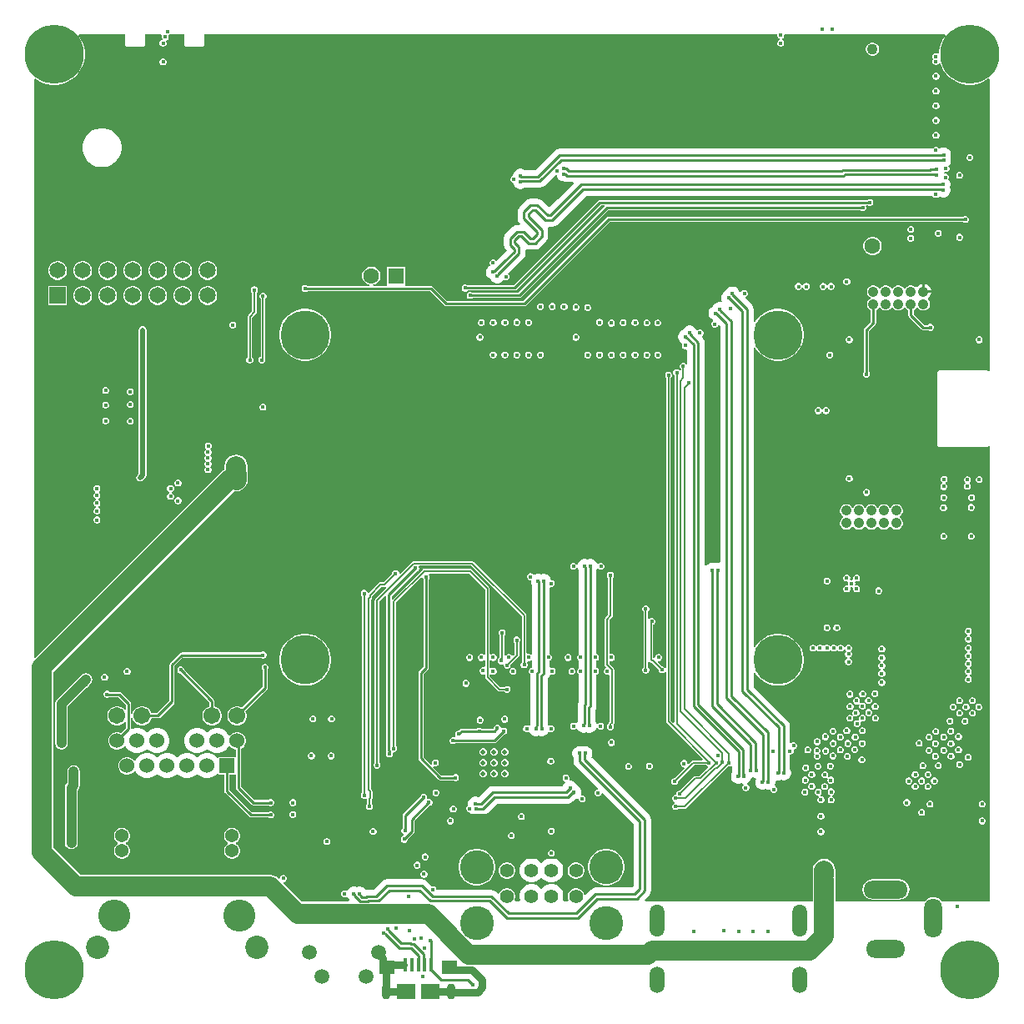
<source format=gbl>
G04*
G04 #@! TF.GenerationSoftware,Altium Limited,Altium Designer,22.1.2 (22)*
G04*
G04 Layer_Physical_Order=4*
G04 Layer_Color=16711680*
%FSAX24Y24*%
%MOIN*%
G70*
G04*
G04 #@! TF.SameCoordinates,7F836DD3-99AF-427D-BE5B-C3016D41F6B7*
G04*
G04*
G04 #@! TF.FilePolarity,Positive*
G04*
G01*
G75*
%ADD14C,0.0100*%
%ADD20C,0.0080*%
%ADD137C,0.0433*%
%ADD138C,0.0630*%
%ADD161C,0.0200*%
%ADD162C,0.0800*%
%ADD163C,0.0400*%
%ADD164C,0.0300*%
%ADD167C,0.0650*%
%ADD168R,0.0650X0.0650*%
%ADD169C,0.0413*%
%ADD170C,0.2362*%
%ADD171O,0.1772X0.0709*%
%ADD172O,0.0709X0.1575*%
%ADD173O,0.1575X0.0709*%
%ADD174R,0.0630X0.0630*%
%ADD175O,0.0354X0.0630*%
%ADD176C,0.0559*%
%ADD177C,0.1358*%
%ADD178C,0.1969*%
%ADD179C,0.0540*%
%ADD180C,0.1280*%
%ADD181C,0.0675*%
%ADD182C,0.0930*%
%ADD183C,0.0600*%
%ADD184R,0.0600X0.0600*%
%ADD185C,0.0591*%
%ADD186O,0.0591X0.1299*%
%ADD187O,0.0591X0.1063*%
%ADD188C,0.0177*%
%ADD189C,0.0197*%
%ADD216R,0.0157X0.0531*%
%ADD217R,0.0748X0.0610*%
%ADD218R,0.0630X0.0551*%
G36*
X048821Y052515D02*
X048750Y052417D01*
X048662Y052244D01*
X048602Y052060D01*
X048572Y051869D01*
Y051815D01*
X048525Y051791D01*
X048474Y051812D01*
X048419D01*
X048368Y051791D01*
X048329Y051752D01*
X048308Y051701D01*
Y051646D01*
X048329Y051595D01*
X048349Y051575D01*
X048329Y051555D01*
X048308Y051504D01*
Y051449D01*
X048329Y051398D01*
X048368Y051359D01*
X048419Y051338D01*
X048474D01*
X048525Y051359D01*
X048564Y051398D01*
X048572Y051416D01*
X048625Y051414D01*
X048662Y051299D01*
X048750Y051126D01*
X048864Y050970D01*
X049001Y050833D01*
X049158Y050719D01*
X049331Y050631D01*
X049515Y050571D01*
X049706Y050541D01*
X049900D01*
X050091Y050571D01*
X050276Y050631D01*
X050448Y050719D01*
X050546Y050790D01*
X050591Y050767D01*
Y039098D01*
X050541Y039088D01*
X050530Y039113D01*
X050492Y039129D01*
X048563D01*
X048525Y039113D01*
X048509Y039075D01*
Y036122D01*
X048525Y036084D01*
X048563Y036068D01*
X050492D01*
X050530Y036084D01*
X050541Y036109D01*
X050591Y036099D01*
Y017913D01*
X048665D01*
X048628Y017962D01*
X048544Y018026D01*
X048445Y018067D01*
X048340Y018081D01*
X048234Y018067D01*
X048136Y018026D01*
X048051Y017962D01*
X048014Y017913D01*
X044431D01*
Y018781D01*
X044421Y018855D01*
X044431Y018929D01*
Y019146D01*
X044431Y019146D01*
X044415Y019264D01*
X044370Y019373D01*
X044298Y019467D01*
X044298Y019467D01*
X044297Y019468D01*
X044297Y019468D01*
X044295Y019470D01*
X044201Y019542D01*
X044091Y019587D01*
X043974Y019603D01*
X043857Y019587D01*
X043747Y019542D01*
X043653Y019470D01*
X043581Y019376D01*
X043536Y019267D01*
X043520Y019149D01*
X043522Y019131D01*
Y019006D01*
X043518Y018968D01*
X043522Y018931D01*
Y018929D01*
X043532Y018855D01*
X043522Y018782D01*
X043523Y018780D01*
Y017913D01*
X036817D01*
X036797Y017960D01*
X036984Y018147D01*
X037040Y018229D01*
X037059Y018327D01*
Y021182D01*
X037040Y021280D01*
X036984Y021362D01*
X034674Y023673D01*
X034694Y023708D01*
X034713Y023781D01*
Y023857D01*
X034694Y023930D01*
X034656Y023996D01*
X034602Y024050D01*
X034536Y024088D01*
X034463Y024107D01*
X034387D01*
X034313Y024088D01*
X034311Y024087D01*
X034309Y024088D01*
X034235Y024107D01*
X034159D01*
X034086Y024088D01*
X034020Y024050D01*
X033967Y023996D01*
X033929Y023930D01*
X033909Y023857D01*
Y023781D01*
X033929Y023708D01*
X033961Y023651D01*
Y023502D01*
X033981Y023404D01*
X034036Y023321D01*
X034924Y022433D01*
X034919Y022408D01*
X034907Y022380D01*
X034862Y022362D01*
X034823Y022323D01*
X034802Y022272D01*
Y022217D01*
X034823Y022166D01*
X034862Y022127D01*
X034913Y022106D01*
X034969D01*
X035019Y022127D01*
X035058Y022166D01*
X035077Y022210D01*
X035105Y022222D01*
X035130Y022228D01*
X036359Y020998D01*
Y018511D01*
X036305Y018457D01*
X034836D01*
X034738Y018437D01*
X034655Y018382D01*
X034432Y018159D01*
X034378Y018175D01*
X034362Y018233D01*
X034319Y018309D01*
X034257Y018370D01*
X034182Y018413D01*
X034098Y018436D01*
X034012D01*
X033928Y018413D01*
X033853Y018370D01*
X033791Y018309D01*
X033748Y018233D01*
X033726Y018150D01*
Y018063D01*
X033748Y017979D01*
X033761Y017957D01*
X033736Y017913D01*
X033567D01*
X033529Y017963D01*
X033550Y018043D01*
Y018169D01*
X033518Y018291D01*
X033455Y018401D01*
X033365Y018490D01*
X033256Y018553D01*
X033134Y018586D01*
X033008D01*
X032886Y018553D01*
X032776Y018490D01*
X032711Y018425D01*
X032677Y018406D01*
X032643Y018425D01*
X032578Y018490D01*
X032469Y018553D01*
X032347Y018586D01*
X032220D01*
X032098Y018553D01*
X031989Y018490D01*
X031900Y018401D01*
X031837Y018291D01*
X031804Y018169D01*
Y018043D01*
X031825Y017963D01*
X031787Y017913D01*
X031618D01*
X031593Y017957D01*
X031606Y017979D01*
X031629Y018063D01*
Y018150D01*
X031606Y018233D01*
X031563Y018309D01*
X031502Y018370D01*
X031426Y018413D01*
X031343Y018436D01*
X031256D01*
X031172Y018413D01*
X031097Y018370D01*
X031036Y018309D01*
X030992Y018233D01*
X030990Y018224D01*
X030941Y018211D01*
X030862Y018290D01*
X030780Y018346D01*
X030682Y018365D01*
X028479D01*
Y018398D01*
X028457Y018448D01*
X028419Y018487D01*
X028368Y018509D01*
X028312D01*
X028291Y018500D01*
X028070Y018720D01*
X027988Y018775D01*
X027890Y018795D01*
X026512D01*
X026415Y018775D01*
X026332Y018720D01*
X025977Y018365D01*
X025686D01*
X025655Y018359D01*
X025640Y018386D01*
X025586Y018440D01*
X025520Y018478D01*
X025447Y018497D01*
X025371D01*
X025297Y018478D01*
X025295Y018476D01*
X025293Y018478D01*
X025220Y018497D01*
X025144D01*
X025070Y018478D01*
X025004Y018440D01*
X024951Y018386D01*
X024929Y018349D01*
X024885Y018328D01*
X024865Y018333D01*
X024831Y018347D01*
X024776D01*
X024725Y018326D01*
X024686Y018287D01*
X024665Y018236D01*
Y018181D01*
X024686Y018130D01*
X024725Y018091D01*
X024776Y018070D01*
X024831D01*
X024865Y018084D01*
X024885Y018090D01*
X024929Y018068D01*
X024951Y018031D01*
X024987Y017995D01*
X025008Y017963D01*
X024982Y017913D01*
X023068D01*
X022352Y018630D01*
X022372Y018680D01*
X022390D01*
X022441Y018701D01*
X022480Y018740D01*
X022501Y018791D01*
Y018846D01*
X022480Y018897D01*
X022441Y018936D01*
X022390Y018957D01*
X022335D01*
X022284Y018936D01*
X022245Y018897D01*
X022224Y018846D01*
Y018829D01*
X022174Y018808D01*
X022161Y018821D01*
X022067Y018893D01*
X021957Y018938D01*
X021840Y018954D01*
X014267D01*
X013151Y020070D01*
Y027070D01*
X020386Y034306D01*
X020485Y034293D01*
X020602Y034308D01*
X020712Y034354D01*
X020806Y034426D01*
X020878Y034520D01*
X020923Y034629D01*
X020938Y034747D01*
Y035006D01*
X020923Y035123D01*
X020922Y035126D01*
Y035312D01*
X020907Y035429D01*
X020861Y035539D01*
X020789Y035633D01*
X020695Y035705D01*
X020586Y035750D01*
X020468Y035766D01*
X020351Y035750D01*
X020241Y035705D01*
X020147Y035633D01*
X020075Y035539D01*
X020030Y035429D01*
X020014Y035312D01*
Y035166D01*
X019964Y035146D01*
X019870Y035073D01*
X012448Y027651D01*
X012402Y027670D01*
Y030315D01*
Y050767D01*
X012446Y050790D01*
X012544Y050719D01*
X012716Y050631D01*
X012901Y050571D01*
X013092Y050541D01*
X013286D01*
X013477Y050571D01*
X013662Y050631D01*
X013834Y050719D01*
X013991Y050833D01*
X014128Y050970D01*
X014242Y051126D01*
X014330Y051299D01*
X014390Y051483D01*
X014420Y051675D01*
Y051869D01*
X014390Y052060D01*
X014330Y052244D01*
X014242Y052417D01*
X014171Y052515D01*
X014194Y052559D01*
X016040D01*
Y052165D01*
X016048Y052126D01*
X016070Y052093D01*
X016103Y052071D01*
X016142Y052063D01*
X016732D01*
X016771Y052071D01*
X016804Y052093D01*
X016826Y052126D01*
X016834Y052165D01*
Y052559D01*
X017480D01*
X017512Y052509D01*
X017502Y052487D01*
Y052431D01*
X017517Y052396D01*
X017521Y052376D01*
X017496Y052337D01*
X017475Y052328D01*
X017436Y052289D01*
X017415Y052238D01*
Y052183D01*
X017436Y052132D01*
X017475Y052093D01*
X017526Y052072D01*
X017581D01*
X017632Y052093D01*
X017671Y052132D01*
X017692Y052183D01*
Y052238D01*
X017677Y052274D01*
X017674Y052293D01*
X017698Y052333D01*
X017719Y052342D01*
X017758Y052381D01*
X017780Y052431D01*
Y052487D01*
X017776Y052495D01*
X017797Y052554D01*
X017802Y052559D01*
X018402D01*
Y052165D01*
X018410Y052126D01*
X018432Y052093D01*
X018465Y052071D01*
X018504Y052063D01*
X019094D01*
X019134Y052071D01*
X019167Y052093D01*
X019189Y052126D01*
X019196Y052165D01*
Y052559D01*
X042098D01*
X042106Y052547D01*
Y052492D01*
X042127Y052441D01*
X042166Y052402D01*
X042197Y052389D01*
Y052335D01*
X042166Y052322D01*
X042127Y052283D01*
X042106Y052232D01*
Y052177D01*
X042127Y052126D01*
X042166Y052087D01*
X042217Y052066D01*
X042272D01*
X042323Y052087D01*
X042362Y052126D01*
X042383Y052177D01*
Y052232D01*
X042362Y052283D01*
X042323Y052322D01*
X042291Y052335D01*
Y052389D01*
X042323Y052402D01*
X042362Y052441D01*
X042383Y052492D01*
Y052547D01*
X042391Y052559D01*
X048798D01*
X048821Y052515D01*
D02*
G37*
%LPC*%
G36*
X045950Y052235D02*
X045880D01*
X045812Y052217D01*
X045752Y052182D01*
X045702Y052132D01*
X045667Y052071D01*
X045649Y052004D01*
Y051933D01*
X045667Y051866D01*
X045702Y051805D01*
X045752Y051755D01*
X045812Y051720D01*
X045880Y051702D01*
X045950D01*
X046018Y051720D01*
X046079Y051755D01*
X046129Y051805D01*
X046164Y051866D01*
X046182Y051933D01*
Y052004D01*
X046164Y052071D01*
X046129Y052132D01*
X046079Y052182D01*
X046018Y052217D01*
X045950Y052235D01*
D02*
G37*
G36*
X017581Y051599D02*
X017526D01*
X017475Y051578D01*
X017436Y051539D01*
X017415Y051488D01*
Y051433D01*
X017436Y051382D01*
X017475Y051343D01*
X017526Y051322D01*
X017581D01*
X017632Y051343D01*
X017671Y051382D01*
X017692Y051433D01*
Y051488D01*
X017671Y051539D01*
X017632Y051578D01*
X017581Y051599D01*
D02*
G37*
G36*
X048474Y051024D02*
X048419D01*
X048368Y051003D01*
X048329Y050964D01*
X048308Y050913D01*
Y050858D01*
X048329Y050807D01*
X048368Y050768D01*
X048419Y050747D01*
X048474D01*
X048525Y050768D01*
X048564Y050807D01*
X048585Y050858D01*
Y050913D01*
X048564Y050964D01*
X048525Y051003D01*
X048474Y051024D01*
D02*
G37*
G36*
Y050434D02*
X048419D01*
X048368Y050413D01*
X048329Y050374D01*
X048308Y050323D01*
Y050268D01*
X048329Y050217D01*
X048368Y050178D01*
X048419Y050157D01*
X048474D01*
X048525Y050178D01*
X048564Y050217D01*
X048585Y050268D01*
Y050323D01*
X048564Y050374D01*
X048525Y050413D01*
X048474Y050434D01*
D02*
G37*
G36*
Y049843D02*
X048419D01*
X048368Y049822D01*
X048329Y049783D01*
X048308Y049732D01*
Y049677D01*
X048329Y049626D01*
X048368Y049587D01*
X048419Y049566D01*
X048474D01*
X048525Y049587D01*
X048564Y049626D01*
X048585Y049677D01*
Y049732D01*
X048564Y049783D01*
X048525Y049822D01*
X048474Y049843D01*
D02*
G37*
G36*
Y049253D02*
X048419D01*
X048368Y049232D01*
X048329Y049193D01*
X048308Y049142D01*
Y049087D01*
X048329Y049036D01*
X048368Y048997D01*
X048419Y048976D01*
X048474D01*
X048525Y048997D01*
X048564Y049036D01*
X048585Y049087D01*
Y049142D01*
X048564Y049193D01*
X048525Y049232D01*
X048474Y049253D01*
D02*
G37*
G36*
Y048662D02*
X048419D01*
X048368Y048641D01*
X048329Y048602D01*
X048308Y048551D01*
Y048496D01*
X048329Y048445D01*
X048368Y048406D01*
X048419Y048385D01*
X048474D01*
X048525Y048406D01*
X048564Y048445D01*
X048585Y048496D01*
Y048551D01*
X048564Y048602D01*
X048525Y048641D01*
X048474Y048662D01*
D02*
G37*
G36*
X049831Y047776D02*
X049776D01*
X049725Y047755D01*
X049686Y047716D01*
X049665Y047665D01*
Y047610D01*
X049686Y047559D01*
X049725Y047520D01*
X049776Y047499D01*
X049831D01*
X049882Y047520D01*
X049921Y047559D01*
X049942Y047610D01*
Y047665D01*
X049921Y047716D01*
X049882Y047755D01*
X049831Y047776D01*
D02*
G37*
G36*
X015185Y048810D02*
X015032D01*
X014881Y048780D01*
X014740Y048721D01*
X014612Y048636D01*
X014504Y048528D01*
X014418Y048400D01*
X014360Y048259D01*
X014330Y048108D01*
Y047955D01*
X014360Y047804D01*
X014418Y047663D01*
X014504Y047535D01*
X014612Y047427D01*
X014740Y047342D01*
X014881Y047283D01*
X015032Y047253D01*
X015185D01*
X015335Y047283D01*
X015477Y047342D01*
X015604Y047427D01*
X015713Y047535D01*
X015798Y047663D01*
X015857Y047804D01*
X015887Y047955D01*
Y048108D01*
X015857Y048259D01*
X015798Y048400D01*
X015713Y048528D01*
X015604Y048636D01*
X015477Y048721D01*
X015335Y048780D01*
X015185Y048810D01*
D02*
G37*
G36*
X048474Y048072D02*
X048419D01*
X048368Y048051D01*
X048329Y048012D01*
X048319Y047988D01*
X033390D01*
X033293Y047968D01*
X033210Y047913D01*
X032430Y047133D01*
X031998D01*
X031941Y047166D01*
X031868Y047186D01*
X031792D01*
X031719Y047166D01*
X031653Y047128D01*
X031599Y047074D01*
X031561Y047009D01*
X031541Y046935D01*
Y046908D01*
X031496Y046889D01*
X031457Y046850D01*
X031436Y046799D01*
Y046744D01*
X031457Y046693D01*
X031496Y046654D01*
X031541Y046635D01*
Y046632D01*
X031561Y046559D01*
X031599Y046493D01*
X031653Y046439D01*
X031719Y046401D01*
X031792Y046381D01*
X031868D01*
X031941Y046401D01*
X031998Y046434D01*
X032615D01*
X032712Y046453D01*
X032795Y046508D01*
X033231Y046945D01*
X033249Y046944D01*
X033285Y046930D01*
X033301Y046869D01*
X033339Y046803D01*
X033393Y046749D01*
X033459Y046711D01*
X033532Y046691D01*
X033571D01*
X033598Y046673D01*
X033696Y046654D01*
X033943D01*
X033962Y046607D01*
X033327Y045973D01*
X032980Y045625D01*
X032687Y045918D01*
X032604Y045973D01*
X032507Y045993D01*
X032243D01*
X032145Y045973D01*
X032063Y045918D01*
X031792Y045647D01*
X031737Y045565D01*
X031717Y045467D01*
Y045204D01*
X031737Y045106D01*
X031792Y045023D01*
X031830Y044985D01*
X031811Y044939D01*
X031697D01*
X031599Y044920D01*
X031517Y044864D01*
X031246Y044594D01*
X031191Y044511D01*
X031171Y044414D01*
Y044150D01*
X031191Y044052D01*
X031246Y043970D01*
X031285Y043931D01*
X031027Y043673D01*
X030862Y043507D01*
X030827Y043543D01*
X030776Y043564D01*
X030720D01*
X030670Y043543D01*
X030631Y043504D01*
X030609Y043453D01*
Y043398D01*
X030631Y043347D01*
X030599Y043307D01*
X030572Y043292D01*
X030518Y043238D01*
X030480Y043172D01*
X030461Y043099D01*
Y043023D01*
X030480Y042949D01*
X030518Y042883D01*
X030572Y042830D01*
X030638Y042792D01*
X030640Y042791D01*
X030641Y042789D01*
X030679Y042723D01*
X030733Y042669D01*
X030799Y042631D01*
X030872Y042611D01*
X030948D01*
X031021Y042631D01*
X031087Y042669D01*
X031141Y042723D01*
X031159Y042754D01*
X031181Y042757D01*
X031232Y042735D01*
X031287D01*
X031338Y042757D01*
X031377Y042796D01*
X031398Y042846D01*
Y042902D01*
X031377Y042953D01*
X031338Y042991D01*
X031338Y042994D01*
X031522Y043178D01*
X031963Y043619D01*
X032018Y043701D01*
X032037Y043799D01*
Y043942D01*
X032087Y043976D01*
X032159Y043962D01*
X032423D01*
X032521Y043981D01*
X032603Y044036D01*
X032874Y044307D01*
X032929Y044390D01*
X032949Y044487D01*
Y044751D01*
X032934Y044823D01*
X032968Y044873D01*
X033112D01*
X033209Y044892D01*
X033292Y044948D01*
X033822Y045478D01*
X034451Y046107D01*
X048311D01*
X048321Y046083D01*
X048360Y046044D01*
X048411Y046023D01*
X048466D01*
X048517Y046044D01*
X048556Y046083D01*
X048585Y046093D01*
X048629Y046067D01*
X048702Y046048D01*
X048778D01*
X048852Y046067D01*
X048917Y046105D01*
X048971Y046159D01*
X049009Y046225D01*
X049029Y046298D01*
Y046374D01*
X049009Y046448D01*
X049003Y046457D01*
X049022Y046525D01*
Y046601D01*
X049002Y046675D01*
X048964Y046741D01*
X048940Y046764D01*
X048947Y046771D01*
X048969Y046822D01*
Y046878D01*
X048947Y046929D01*
X048909Y046967D01*
X048858Y046989D01*
X048802D01*
X048787Y047001D01*
X048783Y047024D01*
X048817Y047056D01*
X048828Y047061D01*
X048878D01*
X048928Y047083D01*
X048967Y047122D01*
X048989Y047172D01*
Y047228D01*
X048967Y047278D01*
X048945Y047301D01*
X048991Y047347D01*
X049029Y047413D01*
X049049Y047486D01*
Y047562D01*
X049029Y047636D01*
X049028Y047638D01*
X049029Y047640D01*
X049049Y047713D01*
Y047789D01*
X049029Y047863D01*
X048991Y047929D01*
X048937Y047982D01*
X048871Y048020D01*
X048798Y048040D01*
X048722D01*
X048649Y048020D01*
X048620Y048004D01*
X048564Y048012D01*
X048525Y048051D01*
X048474Y048072D01*
D02*
G37*
G36*
X049417Y047068D02*
X049362D01*
X049311Y047047D01*
X049272Y047008D01*
X049251Y046957D01*
Y046902D01*
X049272Y046851D01*
X049311Y046812D01*
X049362Y046791D01*
X049417D01*
X049468Y046812D01*
X049507Y046851D01*
X049528Y046902D01*
Y046957D01*
X049507Y047008D01*
X049468Y047047D01*
X049417Y047068D01*
D02*
G37*
G36*
X045838Y045979D02*
X045782D01*
X045732Y045957D01*
X045716Y045942D01*
X035013D01*
X034974Y045934D01*
X034941Y045912D01*
X031552Y042523D01*
X029720D01*
X029704Y042539D01*
X029654Y042560D01*
X029598D01*
X029547Y042539D01*
X029509Y042500D01*
X029487Y042449D01*
Y042394D01*
X029509Y042343D01*
X029547Y042304D01*
X029598Y042283D01*
X029654D01*
X029704Y042304D01*
X029720Y042319D01*
X031594D01*
X031634Y042327D01*
X031667Y042349D01*
X035055Y045738D01*
X035189D01*
X035209Y045688D01*
X031749Y042228D01*
X029917D01*
X029901Y042243D01*
X029850Y042265D01*
X029795D01*
X029744Y042243D01*
X029705Y042204D01*
X029684Y042154D01*
Y042098D01*
X029705Y042047D01*
X029744Y042009D01*
X029795Y041987D01*
X029850D01*
X029901Y042009D01*
X029917Y042024D01*
X031791D01*
X031830Y042032D01*
X031863Y042054D01*
X035338Y045528D01*
X045426D01*
X045441Y045513D01*
X045492Y045491D01*
X045548D01*
X045599Y045513D01*
X045637Y045552D01*
X045659Y045602D01*
Y045658D01*
X045646Y045688D01*
X045669Y045730D01*
X045719Y045735D01*
X045732Y045723D01*
X045782Y045701D01*
X045838D01*
X045889Y045723D01*
X045927Y045761D01*
X045949Y045812D01*
Y045868D01*
X045927Y045918D01*
X045889Y045957D01*
X045838Y045979D01*
D02*
G37*
G36*
X049654Y045296D02*
X049598D01*
X049547Y045275D01*
X049532Y045259D01*
X035354D01*
X035315Y045252D01*
X035282Y045230D01*
X031966Y041913D01*
X028900D01*
X028340Y042474D01*
X028307Y042496D01*
X028268Y042504D01*
X027255D01*
X027243Y042548D01*
X027243Y042554D01*
Y043278D01*
X026513D01*
Y042554D01*
X026513Y042548D01*
X026501Y042504D01*
X025952D01*
X025945Y042554D01*
X026019Y042573D01*
X026102Y042621D01*
X026170Y042689D01*
X026218Y042773D01*
X026243Y042865D01*
Y042961D01*
X026218Y043054D01*
X026170Y043137D01*
X026102Y043205D01*
X026019Y043253D01*
X025926Y043278D01*
X025830D01*
X025737Y043253D01*
X025654Y043205D01*
X025586Y043137D01*
X025538Y043054D01*
X025513Y042961D01*
Y042865D01*
X025538Y042773D01*
X025586Y042689D01*
X025654Y042621D01*
X025737Y042573D01*
X025811Y042554D01*
X025804Y042504D01*
X023322D01*
X023307Y042519D01*
X023256Y042540D01*
X023201D01*
X023150Y042519D01*
X023111Y042480D01*
X023090Y042429D01*
Y042374D01*
X023111Y042323D01*
X023150Y042284D01*
X023201Y042263D01*
X023256D01*
X023307Y042284D01*
X023322Y042300D01*
X028225D01*
X028786Y041739D01*
X028819Y041717D01*
X028858Y041709D01*
X032008D01*
X032047Y041717D01*
X032080Y041739D01*
X035397Y045056D01*
X049532D01*
X049547Y045040D01*
X049598Y045019D01*
X049654D01*
X049704Y045040D01*
X049743Y045079D01*
X049765Y045130D01*
Y045185D01*
X049743Y045236D01*
X049704Y045275D01*
X049654Y045296D01*
D02*
G37*
G36*
X047469Y044902D02*
X047413D01*
X047362Y044881D01*
X047323Y044842D01*
X047302Y044791D01*
Y044736D01*
X047323Y044685D01*
X047362Y044646D01*
X047413Y044625D01*
X047469D01*
X047519Y044646D01*
X047558Y044685D01*
X047580Y044736D01*
Y044791D01*
X047558Y044842D01*
X047519Y044881D01*
X047469Y044902D01*
D02*
G37*
G36*
X048571Y044745D02*
X048516D01*
X048465Y044724D01*
X048426Y044685D01*
X048405Y044634D01*
Y044579D01*
X048426Y044528D01*
X048465Y044489D01*
X048516Y044468D01*
X048571D01*
X048622Y044489D01*
X048661Y044528D01*
X048682Y044579D01*
Y044634D01*
X048661Y044685D01*
X048622Y044724D01*
X048571Y044745D01*
D02*
G37*
G36*
X049417Y044587D02*
X049362D01*
X049311Y044566D01*
X049272Y044527D01*
X049251Y044476D01*
Y044421D01*
X049272Y044370D01*
X049311Y044331D01*
X049362Y044310D01*
X049417D01*
X049468Y044331D01*
X049507Y044370D01*
X049528Y044421D01*
Y044476D01*
X049507Y044527D01*
X049468Y044566D01*
X049417Y044587D01*
D02*
G37*
G36*
X047469Y044548D02*
X047413D01*
X047362Y044527D01*
X047323Y044488D01*
X047302Y044437D01*
Y044382D01*
X047323Y044331D01*
X047362Y044292D01*
X047413Y044271D01*
X047469D01*
X047519Y044292D01*
X047558Y044331D01*
X047580Y044382D01*
Y044437D01*
X047558Y044488D01*
X047519Y044527D01*
X047469Y044548D01*
D02*
G37*
G36*
X045963Y044459D02*
X045867D01*
X045774Y044435D01*
X045691Y044387D01*
X045623Y044319D01*
X045575Y044235D01*
X045550Y044143D01*
Y044046D01*
X045575Y043954D01*
X045623Y043870D01*
X045691Y043802D01*
X045774Y043754D01*
X045867Y043730D01*
X045963D01*
X046056Y043754D01*
X046139Y043802D01*
X046207Y043870D01*
X046255Y043954D01*
X046280Y044046D01*
Y044143D01*
X046255Y044235D01*
X046207Y044319D01*
X046139Y044387D01*
X046056Y044435D01*
X045963Y044459D01*
D02*
G37*
G36*
X019388Y043493D02*
X019289D01*
X019194Y043467D01*
X019108Y043418D01*
X019039Y043348D01*
X018989Y043263D01*
X018964Y043167D01*
Y043069D01*
X018989Y042973D01*
X019039Y042888D01*
X019108Y042818D01*
X019194Y042769D01*
X019289Y042743D01*
X019388D01*
X019483Y042769D01*
X019569Y042818D01*
X019639Y042888D01*
X019688Y042973D01*
X019713Y043069D01*
Y043167D01*
X019688Y043263D01*
X019639Y043348D01*
X019569Y043418D01*
X019483Y043467D01*
X019388Y043493D01*
D02*
G37*
G36*
X018388D02*
X018289D01*
X018194Y043467D01*
X018108Y043418D01*
X018039Y043348D01*
X017989Y043263D01*
X017964Y043167D01*
Y043069D01*
X017989Y042973D01*
X018039Y042888D01*
X018108Y042818D01*
X018194Y042769D01*
X018289Y042743D01*
X018388D01*
X018483Y042769D01*
X018569Y042818D01*
X018638Y042888D01*
X018688Y042973D01*
X018713Y043069D01*
Y043167D01*
X018688Y043263D01*
X018638Y043348D01*
X018569Y043418D01*
X018483Y043467D01*
X018388Y043493D01*
D02*
G37*
G36*
X017388D02*
X017289D01*
X017194Y043467D01*
X017108Y043418D01*
X017039Y043348D01*
X016989Y043263D01*
X016964Y043167D01*
Y043069D01*
X016989Y042973D01*
X017039Y042888D01*
X017108Y042818D01*
X017194Y042769D01*
X017289Y042743D01*
X017388D01*
X017483Y042769D01*
X017569Y042818D01*
X017638Y042888D01*
X017688Y042973D01*
X017713Y043069D01*
Y043167D01*
X017688Y043263D01*
X017638Y043348D01*
X017569Y043418D01*
X017483Y043467D01*
X017388Y043493D01*
D02*
G37*
G36*
X016388D02*
X016289D01*
X016194Y043467D01*
X016108Y043418D01*
X016039Y043348D01*
X015989Y043263D01*
X015964Y043167D01*
Y043069D01*
X015989Y042973D01*
X016039Y042888D01*
X016108Y042818D01*
X016194Y042769D01*
X016289Y042743D01*
X016388D01*
X016483Y042769D01*
X016569Y042818D01*
X016638Y042888D01*
X016688Y042973D01*
X016713Y043069D01*
Y043167D01*
X016688Y043263D01*
X016638Y043348D01*
X016569Y043418D01*
X016483Y043467D01*
X016388Y043493D01*
D02*
G37*
G36*
X015388D02*
X015289D01*
X015194Y043467D01*
X015108Y043418D01*
X015039Y043348D01*
X014989Y043263D01*
X014964Y043167D01*
Y043069D01*
X014989Y042973D01*
X015039Y042888D01*
X015108Y042818D01*
X015194Y042769D01*
X015289Y042743D01*
X015388D01*
X015483Y042769D01*
X015569Y042818D01*
X015639Y042888D01*
X015688Y042973D01*
X015713Y043069D01*
Y043167D01*
X015688Y043263D01*
X015639Y043348D01*
X015569Y043418D01*
X015483Y043467D01*
X015388Y043493D01*
D02*
G37*
G36*
X014388D02*
X014289D01*
X014194Y043467D01*
X014108Y043418D01*
X014039Y043348D01*
X013989Y043263D01*
X013964Y043167D01*
Y043069D01*
X013989Y042973D01*
X014039Y042888D01*
X014108Y042818D01*
X014194Y042769D01*
X014289Y042743D01*
X014388D01*
X014483Y042769D01*
X014569Y042818D01*
X014639Y042888D01*
X014688Y042973D01*
X014713Y043069D01*
Y043167D01*
X014688Y043263D01*
X014639Y043348D01*
X014569Y043418D01*
X014483Y043467D01*
X014388Y043493D01*
D02*
G37*
G36*
X013388D02*
X013289D01*
X013194Y043467D01*
X013108Y043418D01*
X013039Y043348D01*
X012989Y043263D01*
X012964Y043167D01*
Y043069D01*
X012989Y042973D01*
X013039Y042888D01*
X013108Y042818D01*
X013194Y042769D01*
X013289Y042743D01*
X013388D01*
X013483Y042769D01*
X013569Y042818D01*
X013638Y042888D01*
X013688Y042973D01*
X013713Y043069D01*
Y043167D01*
X013688Y043263D01*
X013638Y043348D01*
X013569Y043418D01*
X013483Y043467D01*
X013388Y043493D01*
D02*
G37*
G36*
X044909Y042816D02*
X044854D01*
X044803Y042795D01*
X044764Y042756D01*
X044743Y042705D01*
Y042650D01*
X044764Y042599D01*
X044803Y042560D01*
X044854Y042539D01*
X044909D01*
X044960Y042560D01*
X044999Y042599D01*
X045020Y042650D01*
Y042705D01*
X044999Y042756D01*
X044960Y042795D01*
X044909Y042816D01*
D02*
G37*
G36*
X044280Y042619D02*
X044224D01*
X044173Y042598D01*
X044134Y042559D01*
X044122Y042528D01*
X044067D01*
X044054Y042559D01*
X044016Y042598D01*
X043965Y042619D01*
X043909D01*
X043859Y042598D01*
X043820Y042559D01*
X043798Y042508D01*
Y042453D01*
X043820Y042402D01*
X043859Y042363D01*
X043909Y042342D01*
X043965D01*
X044016Y042363D01*
X044054Y042402D01*
X044067Y042433D01*
X044122D01*
X044134Y042402D01*
X044173Y042363D01*
X044224Y042342D01*
X044280D01*
X044330Y042363D01*
X044369Y042402D01*
X044391Y042453D01*
Y042508D01*
X044369Y042559D01*
X044330Y042598D01*
X044280Y042619D01*
D02*
G37*
G36*
X043295D02*
X043240D01*
X043189Y042598D01*
X043150Y042559D01*
X043137Y042528D01*
X043083D01*
X043070Y042559D01*
X043031Y042598D01*
X042980Y042619D01*
X042925D01*
X042874Y042598D01*
X042835Y042559D01*
X042814Y042508D01*
Y042453D01*
X042835Y042402D01*
X042874Y042363D01*
X042925Y042342D01*
X042980D01*
X043031Y042363D01*
X043070Y042402D01*
X043083Y042433D01*
X043137D01*
X043150Y042402D01*
X043189Y042363D01*
X043240Y042342D01*
X043295D01*
X043346Y042363D01*
X043385Y042402D01*
X043406Y042453D01*
Y042508D01*
X043385Y042559D01*
X043346Y042598D01*
X043295Y042619D01*
D02*
G37*
G36*
X047899Y042582D02*
X047830Y042563D01*
X047761Y042523D01*
X047703Y042466D01*
X047696Y042454D01*
X047638Y042452D01*
X047606Y042483D01*
X047548Y042517D01*
X047483Y042534D01*
X047415D01*
X047350Y042517D01*
X047291Y042483D01*
X047243Y042435D01*
X047228Y042408D01*
X047170D01*
X047154Y042435D01*
X047106Y042483D01*
X047048Y042517D01*
X046983Y042534D01*
X046915D01*
X046850Y042517D01*
X046791Y042483D01*
X046743Y042435D01*
X046728Y042408D01*
X046670D01*
X046654Y042435D01*
X046606Y042483D01*
X046548Y042517D01*
X046483Y042534D01*
X046415D01*
X046350Y042517D01*
X046291Y042483D01*
X046243Y042435D01*
X046228Y042408D01*
X046170D01*
X046154Y042435D01*
X046106Y042483D01*
X046048Y042517D01*
X045983Y042534D01*
X045915D01*
X045850Y042517D01*
X045791Y042483D01*
X045743Y042435D01*
X045710Y042377D01*
X045692Y042311D01*
Y042244D01*
X045710Y042178D01*
X045743Y042120D01*
X045791Y042072D01*
X045818Y042056D01*
Y041999D01*
X045791Y041983D01*
X045743Y041935D01*
X045710Y041877D01*
X045692Y041811D01*
Y041744D01*
X045710Y041678D01*
X045743Y041620D01*
X045791Y041572D01*
X045847Y041540D01*
Y041070D01*
X045597Y040820D01*
X045575Y040787D01*
X045567Y040748D01*
Y039070D01*
X045552Y039055D01*
X045531Y039004D01*
Y038949D01*
X045552Y038898D01*
X045591Y038859D01*
X045642Y038838D01*
X045697D01*
X045748Y038859D01*
X045787Y038898D01*
X045808Y038949D01*
Y039004D01*
X045787Y039055D01*
X045771Y039070D01*
Y040706D01*
X046021Y040955D01*
X046043Y040989D01*
X046051Y041028D01*
Y041540D01*
X046106Y041572D01*
X046154Y041620D01*
X046170Y041647D01*
X046228D01*
X046243Y041620D01*
X046291Y041572D01*
X046350Y041538D01*
X046415Y041521D01*
X046483D01*
X046548Y041538D01*
X046606Y041572D01*
X046654Y041620D01*
X046670Y041647D01*
X046728D01*
X046743Y041620D01*
X046791Y041572D01*
X046850Y041538D01*
X046915Y041521D01*
X046983D01*
X047048Y041538D01*
X047106Y041572D01*
X047154Y041620D01*
X047170Y041647D01*
X047228D01*
X047243Y041620D01*
X047291Y041572D01*
X047347Y041540D01*
Y041331D01*
X047355Y041292D01*
X047377Y041259D01*
X047861Y040774D01*
X047894Y040752D01*
X047933Y040745D01*
X048134D01*
X048150Y040729D01*
X048201Y040708D01*
X048256D01*
X048307Y040729D01*
X048346Y040768D01*
X048367Y040819D01*
Y040874D01*
X048346Y040925D01*
X048307Y040964D01*
X048256Y040985D01*
X048201D01*
X048150Y040964D01*
X048134Y040948D01*
X047975D01*
X047551Y041373D01*
Y041540D01*
X047606Y041572D01*
X047654Y041620D01*
X047670Y041647D01*
X047728D01*
X047743Y041620D01*
X047791Y041572D01*
X047850Y041538D01*
X047915Y041521D01*
X047983D01*
X048048Y041538D01*
X048106Y041572D01*
X048154Y041620D01*
X048188Y041678D01*
X048206Y041744D01*
Y041811D01*
X048188Y041877D01*
X048154Y041935D01*
X048123Y041966D01*
X048125Y042025D01*
X048137Y042032D01*
X048194Y042089D01*
X048235Y042159D01*
X048253Y042228D01*
X047949D01*
Y042278D01*
X047899D01*
Y042582D01*
D02*
G37*
G36*
X047999Y042582D02*
Y042328D01*
X048253D01*
X048235Y042396D01*
X048194Y042466D01*
X048137Y042523D01*
X048067Y042563D01*
X047999Y042582D01*
D02*
G37*
G36*
X040350Y042481D02*
X040275D01*
X040201Y042461D01*
X040135Y042423D01*
X040082Y042370D01*
X040044Y042304D01*
X040043Y042301D01*
X040040Y042301D01*
X039975Y042263D01*
X039921Y042209D01*
X039883Y042143D01*
X039863Y042070D01*
Y041994D01*
X039883Y041920D01*
X039892Y041906D01*
X039859Y041863D01*
X039844Y041867D01*
X039768D01*
X039695Y041847D01*
X039629Y041809D01*
X039575Y041755D01*
X039537Y041689D01*
X039537Y041687D01*
X039534Y041686D01*
X039468Y041648D01*
X039415Y041595D01*
X039377Y041529D01*
X039357Y041455D01*
Y041379D01*
X039377Y041306D01*
X039415Y041240D01*
X039468Y041186D01*
X039524Y041154D01*
X039528Y041115D01*
X039525Y041099D01*
X039489Y041063D01*
X039468Y041012D01*
Y040957D01*
X039489Y040906D01*
X039528Y040867D01*
X039579Y040846D01*
X039634D01*
X039685Y040867D01*
X039724Y040906D01*
X039731Y040922D01*
X039779Y040932D01*
X039818Y040898D01*
Y038150D01*
Y031465D01*
X039779Y031435D01*
X039765Y031439D01*
X039689D01*
X039616Y031419D01*
X039612Y031417D01*
X039609Y031419D01*
X039535Y031439D01*
X039459D01*
X039386Y031419D01*
X039320Y031381D01*
X039267Y031327D01*
X039255Y031307D01*
X039205Y031320D01*
Y040237D01*
X039186Y040335D01*
X039130Y040417D01*
X039084Y040463D01*
X039094Y040512D01*
X039094Y040512D01*
X039133Y040551D01*
X039154Y040602D01*
Y040657D01*
X039133Y040708D01*
X039094Y040747D01*
X039043Y040768D01*
X038988D01*
X038937Y040747D01*
X038921Y040731D01*
X038865Y040746D01*
X038864Y040749D01*
X038826Y040815D01*
X038772Y040869D01*
X038706Y040907D01*
X038633Y040926D01*
X038557D01*
X038484Y040907D01*
X038418Y040869D01*
X038364Y040815D01*
X038326Y040749D01*
X038325Y040744D01*
X038314Y040741D01*
X038248Y040703D01*
X038194Y040650D01*
X038156Y040584D01*
X038137Y040510D01*
Y040434D01*
X038156Y040361D01*
X038194Y040295D01*
X038248Y040242D01*
X038271Y040228D01*
X038308Y040197D01*
X038287Y040146D01*
Y040091D01*
X038308Y040040D01*
X038347Y040001D01*
X038398Y039980D01*
X038453D01*
X038455Y039980D01*
X038505Y039947D01*
Y039394D01*
X038497Y039389D01*
X038455Y039379D01*
X038425Y039409D01*
X038374Y039430D01*
X038319D01*
X038268Y039409D01*
X038229Y039370D01*
X038208Y039319D01*
Y039264D01*
X038229Y039213D01*
X038255Y039187D01*
Y039129D01*
X038205Y039119D01*
X038205Y039119D01*
X038166Y039158D01*
X038115Y039179D01*
X038060D01*
X038009Y039158D01*
X037970Y039119D01*
X037949Y039068D01*
Y039013D01*
X037970Y038962D01*
X037995Y038936D01*
Y025053D01*
X037945Y025032D01*
X037848Y025130D01*
Y038833D01*
X037873Y038859D01*
X037894Y038909D01*
Y038965D01*
X037873Y039016D01*
X037834Y039054D01*
X037783Y039076D01*
X037728D01*
X037677Y039054D01*
X037638Y039016D01*
X037617Y038965D01*
Y038909D01*
X037638Y038859D01*
X037664Y038833D01*
Y027262D01*
X037630Y027249D01*
X037614Y027247D01*
X037578Y027283D01*
X037528Y027304D01*
X037491D01*
X037324Y027471D01*
X037325Y027475D01*
X037349Y027517D01*
X037390D01*
X037441Y027538D01*
X037480Y027577D01*
X037501Y027628D01*
Y027683D01*
X037480Y027734D01*
X037441Y027773D01*
X037390Y027794D01*
X037335D01*
X037284Y027773D01*
X037245Y027734D01*
X037224Y027683D01*
Y027655D01*
X037223Y027654D01*
X037178Y027624D01*
X037149Y027639D01*
Y028970D01*
X037165Y028977D01*
X037204Y029016D01*
X037225Y029067D01*
Y029122D01*
X037204Y029173D01*
X037165Y029212D01*
X037114Y029233D01*
X037059D01*
X037008Y029212D01*
X036992Y029196D01*
X036942Y029216D01*
Y029496D01*
X036967Y029522D01*
X036989Y029572D01*
Y029628D01*
X036967Y029678D01*
X036929Y029717D01*
X036878Y029739D01*
X036822D01*
X036772Y029717D01*
X036733Y029678D01*
X036711Y029628D01*
Y029572D01*
X036733Y029522D01*
X036758Y029496D01*
Y027254D01*
X036733Y027229D01*
X036711Y027178D01*
Y027122D01*
X036733Y027071D01*
X036772Y027033D01*
X036822Y027011D01*
X036878D01*
X036929Y027033D01*
X036967Y027071D01*
X036989Y027122D01*
Y027178D01*
X036967Y027229D01*
X036942Y027254D01*
Y027478D01*
X036992Y027493D01*
X036993Y027491D01*
X037029Y027455D01*
X037059Y027435D01*
X037094Y027428D01*
X037108D01*
X037361Y027174D01*
Y027138D01*
X037383Y027087D01*
X037422Y027048D01*
X037472Y027027D01*
X037528D01*
X037578Y027048D01*
X037614Y027084D01*
X037630Y027082D01*
X037664Y027069D01*
Y025092D01*
X037671Y025056D01*
X037691Y025027D01*
X039131Y023587D01*
X039112Y023540D01*
X038749D01*
X038714Y023533D01*
X038684Y023514D01*
X038565Y023394D01*
X038515Y023415D01*
Y023442D01*
X038493Y023493D01*
X038454Y023531D01*
X038404Y023553D01*
X038348D01*
X038297Y023531D01*
X038259Y023493D01*
X038237Y023442D01*
Y023386D01*
X038259Y023336D01*
X038297Y023297D01*
X038348Y023275D01*
X038375D01*
X038396Y023225D01*
X038009Y022839D01*
X037972D01*
X037922Y022817D01*
X037883Y022778D01*
X037861Y022728D01*
Y022672D01*
X037883Y022622D01*
X037922Y022583D01*
X037972Y022561D01*
X038028D01*
X038078Y022583D01*
X038117Y022622D01*
X038139Y022672D01*
Y022709D01*
X038787Y023357D01*
X039263D01*
X039288Y023331D01*
X039326Y023316D01*
X039345Y023264D01*
X038995Y022914D01*
X038822D01*
X038787Y022907D01*
X038757Y022887D01*
X038209Y022339D01*
X038172D01*
X038122Y022317D01*
X038083Y022278D01*
X038061Y022228D01*
Y022172D01*
X038053Y022160D01*
X038012D01*
X037961Y022139D01*
X037922Y022100D01*
X037901Y022049D01*
Y021994D01*
X037922Y021943D01*
X037961Y021904D01*
X038012Y021883D01*
X038015D01*
X038016Y021833D01*
X037965Y021812D01*
X037926Y021773D01*
X037905Y021722D01*
Y021667D01*
X037926Y021616D01*
X037965Y021577D01*
X038016Y021556D01*
X038071D01*
X038122Y021577D01*
X038147Y021603D01*
X038415D01*
X038450Y021610D01*
X038479Y021630D01*
X040159Y023309D01*
X040195D01*
X040246Y023330D01*
X040253Y023337D01*
X040303Y023316D01*
Y023058D01*
X040271Y023001D01*
X040251Y022928D01*
Y022852D01*
X040271Y022779D01*
X040309Y022713D01*
X040362Y022659D01*
X040428Y022621D01*
X040501Y022601D01*
X040577D01*
X040651Y022621D01*
X040653Y022622D01*
X040655Y022621D01*
X040729Y022601D01*
X040735D01*
X040755Y022551D01*
X040733Y022529D01*
X040711Y022478D01*
Y022422D01*
X040733Y022371D01*
X040771Y022333D01*
X040822Y022311D01*
X040878D01*
X040929Y022333D01*
X040967Y022371D01*
X040989Y022422D01*
Y022478D01*
X040967Y022529D01*
X040929Y022567D01*
X040903Y022578D01*
X040900Y022634D01*
X040944Y022659D01*
X040998Y022713D01*
X041036Y022779D01*
X041055Y022851D01*
X041070D01*
X041143Y022871D01*
X041145Y022872D01*
X041147Y022871D01*
X041221Y022851D01*
X041227D01*
X041256Y022801D01*
X041244Y022781D01*
X041224Y022708D01*
Y022632D01*
X041244Y022559D01*
X041282Y022493D01*
X041336Y022439D01*
X041402Y022401D01*
X041475Y022381D01*
X041551D01*
X041624Y022401D01*
X041627Y022402D01*
X041629Y022401D01*
X041702Y022381D01*
X041778D01*
X041792Y022385D01*
X041831Y022355D01*
Y022342D01*
X041853Y022292D01*
X041891Y022253D01*
X041942Y022231D01*
X041998D01*
X042049Y022253D01*
X042087Y022292D01*
X042109Y022342D01*
Y022398D01*
X042087Y022448D01*
X042049Y022487D01*
X042030Y022495D01*
X042007Y022555D01*
X042009Y022559D01*
X042029Y022632D01*
Y022708D01*
X042028Y022710D01*
X042069Y022751D01*
X042105Y022741D01*
X042181D01*
X042254Y022761D01*
X042257Y022762D01*
X042259Y022761D01*
X042332Y022741D01*
X042408D01*
X042482Y022761D01*
X042547Y022799D01*
X042601Y022853D01*
X042639Y022919D01*
X042659Y022992D01*
Y023068D01*
X042639Y023141D01*
X042606Y023198D01*
Y023771D01*
X042640D01*
X042691Y023792D01*
X042730Y023831D01*
X042751Y023882D01*
Y023937D01*
X042749Y023943D01*
X042770Y023975D01*
X042785Y023987D01*
X042830Y024005D01*
X042869Y024044D01*
X042890Y024095D01*
Y024150D01*
X042869Y024201D01*
X042830Y024240D01*
X042779Y024261D01*
X042724D01*
X042673Y024240D01*
X042656Y024224D01*
X042606Y024245D01*
Y024932D01*
X042587Y025029D01*
X042532Y025112D01*
X041160Y026484D01*
Y027066D01*
X041210Y027078D01*
X041241Y027017D01*
X041337Y026885D01*
X041452Y026770D01*
X041584Y026674D01*
X041729Y026601D01*
X041884Y026550D01*
X042045Y026525D01*
X042207D01*
X042368Y026550D01*
X042523Y026601D01*
X042668Y026674D01*
X042800Y026770D01*
X042915Y026885D01*
X043011Y027017D01*
X043084Y027162D01*
X043135Y027317D01*
X043160Y027478D01*
Y027640D01*
X043135Y027801D01*
X043084Y027956D01*
X043011Y028101D01*
X042915Y028233D01*
X042800Y028348D01*
X042668Y028444D01*
X042523Y028518D01*
X042368Y028568D01*
X042207Y028593D01*
X042045D01*
X041884Y028568D01*
X041729Y028518D01*
X041584Y028444D01*
X041452Y028348D01*
X041337Y028233D01*
X041241Y028101D01*
X041210Y028040D01*
X041160Y028052D01*
Y040058D01*
X041210Y040070D01*
X041241Y040009D01*
X041337Y039877D01*
X041452Y039762D01*
X041584Y039667D01*
X041729Y039593D01*
X041884Y039542D01*
X042045Y039517D01*
X042207D01*
X042368Y039542D01*
X042523Y039593D01*
X042668Y039667D01*
X042800Y039762D01*
X042915Y039877D01*
X043011Y040009D01*
X043084Y040154D01*
X043135Y040309D01*
X043160Y040470D01*
Y040633D01*
X043135Y040793D01*
X043084Y040948D01*
X043011Y041093D01*
X042915Y041225D01*
X042800Y041340D01*
X042668Y041436D01*
X042523Y041510D01*
X042368Y041560D01*
X042207Y041585D01*
X042045D01*
X041884Y041560D01*
X041729Y041510D01*
X041584Y041436D01*
X041452Y041340D01*
X041337Y041225D01*
X041241Y041093D01*
X041210Y041032D01*
X041160Y041044D01*
Y041573D01*
X041141Y041671D01*
X041086Y041753D01*
X040819Y042020D01*
X040835Y042075D01*
X040866Y042087D01*
X040905Y042126D01*
X040926Y042177D01*
Y042232D01*
X040905Y042283D01*
X040866Y042322D01*
X040815Y042343D01*
X040760D01*
X040709Y042322D01*
X040670Y042283D01*
X040611Y042269D01*
X040587Y042283D01*
X040581Y042304D01*
X040543Y042370D01*
X040490Y042423D01*
X040424Y042461D01*
X040350Y042481D01*
D02*
G37*
G36*
X019388Y042493D02*
X019289D01*
X019194Y042467D01*
X019108Y042418D01*
X019039Y042348D01*
X018989Y042263D01*
X018964Y042167D01*
Y042069D01*
X018989Y041973D01*
X019039Y041888D01*
X019108Y041818D01*
X019194Y041769D01*
X019289Y041743D01*
X019388D01*
X019483Y041769D01*
X019569Y041818D01*
X019639Y041888D01*
X019688Y041973D01*
X019713Y042069D01*
Y042167D01*
X019688Y042263D01*
X019639Y042348D01*
X019569Y042418D01*
X019483Y042467D01*
X019388Y042493D01*
D02*
G37*
G36*
X018388D02*
X018289D01*
X018194Y042467D01*
X018108Y042418D01*
X018039Y042348D01*
X017989Y042263D01*
X017964Y042167D01*
Y042069D01*
X017989Y041973D01*
X018039Y041888D01*
X018108Y041818D01*
X018194Y041769D01*
X018289Y041743D01*
X018388D01*
X018483Y041769D01*
X018569Y041818D01*
X018638Y041888D01*
X018688Y041973D01*
X018713Y042069D01*
Y042167D01*
X018688Y042263D01*
X018638Y042348D01*
X018569Y042418D01*
X018483Y042467D01*
X018388Y042493D01*
D02*
G37*
G36*
X017388D02*
X017289D01*
X017194Y042467D01*
X017108Y042418D01*
X017039Y042348D01*
X016989Y042263D01*
X016964Y042167D01*
Y042069D01*
X016989Y041973D01*
X017039Y041888D01*
X017108Y041818D01*
X017194Y041769D01*
X017289Y041743D01*
X017388D01*
X017483Y041769D01*
X017569Y041818D01*
X017638Y041888D01*
X017688Y041973D01*
X017713Y042069D01*
Y042167D01*
X017688Y042263D01*
X017638Y042348D01*
X017569Y042418D01*
X017483Y042467D01*
X017388Y042493D01*
D02*
G37*
G36*
X016388D02*
X016289D01*
X016194Y042467D01*
X016108Y042418D01*
X016039Y042348D01*
X015989Y042263D01*
X015964Y042167D01*
Y042069D01*
X015989Y041973D01*
X016039Y041888D01*
X016108Y041818D01*
X016194Y041769D01*
X016289Y041743D01*
X016388D01*
X016483Y041769D01*
X016569Y041818D01*
X016638Y041888D01*
X016688Y041973D01*
X016713Y042069D01*
Y042167D01*
X016688Y042263D01*
X016638Y042348D01*
X016569Y042418D01*
X016483Y042467D01*
X016388Y042493D01*
D02*
G37*
G36*
X015388D02*
X015289D01*
X015194Y042467D01*
X015108Y042418D01*
X015039Y042348D01*
X014989Y042263D01*
X014964Y042167D01*
Y042069D01*
X014989Y041973D01*
X015039Y041888D01*
X015108Y041818D01*
X015194Y041769D01*
X015289Y041743D01*
X015388D01*
X015483Y041769D01*
X015569Y041818D01*
X015639Y041888D01*
X015688Y041973D01*
X015713Y042069D01*
Y042167D01*
X015688Y042263D01*
X015639Y042348D01*
X015569Y042418D01*
X015483Y042467D01*
X015388Y042493D01*
D02*
G37*
G36*
X014388D02*
X014289D01*
X014194Y042467D01*
X014108Y042418D01*
X014039Y042348D01*
X013989Y042263D01*
X013964Y042167D01*
Y042069D01*
X013989Y041973D01*
X014039Y041888D01*
X014108Y041818D01*
X014194Y041769D01*
X014289Y041743D01*
X014388D01*
X014483Y041769D01*
X014569Y041818D01*
X014639Y041888D01*
X014688Y041973D01*
X014713Y042069D01*
Y042167D01*
X014688Y042263D01*
X014639Y042348D01*
X014569Y042418D01*
X014483Y042467D01*
X014388Y042493D01*
D02*
G37*
G36*
X013713D02*
X012964D01*
Y041743D01*
X013713D01*
Y042493D01*
D02*
G37*
G36*
X033138Y041818D02*
X033083D01*
X033032Y041797D01*
X032993Y041758D01*
X032972Y041707D01*
Y041652D01*
X032993Y041601D01*
X033032Y041562D01*
X033083Y041541D01*
X033138D01*
X033189Y041562D01*
X033228Y041601D01*
X033249Y041652D01*
Y041707D01*
X033228Y041758D01*
X033189Y041797D01*
X033138Y041818D01*
D02*
G37*
G36*
X032665Y041816D02*
X032610D01*
X032559Y041795D01*
X032520Y041756D01*
X032499Y041705D01*
Y041650D01*
X032520Y041599D01*
X032559Y041560D01*
X032610Y041539D01*
X032665D01*
X032716Y041560D01*
X032755Y041599D01*
X032776Y041650D01*
Y041705D01*
X032755Y041756D01*
X032716Y041795D01*
X032665Y041816D01*
D02*
G37*
G36*
X033610Y041816D02*
X033555D01*
X033504Y041795D01*
X033465Y041756D01*
X033444Y041705D01*
Y041650D01*
X033465Y041599D01*
X033504Y041560D01*
X033555Y041539D01*
X033610D01*
X033661Y041560D01*
X033700Y041599D01*
X033721Y041650D01*
Y041705D01*
X033700Y041756D01*
X033661Y041795D01*
X033610Y041816D01*
D02*
G37*
G36*
X034083Y041793D02*
X034028D01*
X033977Y041772D01*
X033938Y041733D01*
X033917Y041682D01*
Y041627D01*
X033938Y041576D01*
X033977Y041537D01*
X034028Y041516D01*
X034083D01*
X034134Y041537D01*
X034173Y041576D01*
X034194Y041627D01*
Y041682D01*
X034173Y041733D01*
X034134Y041772D01*
X034083Y041793D01*
D02*
G37*
G36*
X034555Y041776D02*
X034500D01*
X034449Y041755D01*
X034410Y041716D01*
X034389Y041665D01*
Y041610D01*
X034410Y041559D01*
X034449Y041520D01*
X034500Y041499D01*
X034555D01*
X034606Y041520D01*
X034645Y041559D01*
X034666Y041610D01*
Y041665D01*
X034645Y041716D01*
X034606Y041755D01*
X034555Y041776D01*
D02*
G37*
G36*
X035028Y041189D02*
X034972D01*
X034922Y041167D01*
X034883Y041129D01*
X034861Y041078D01*
Y041022D01*
X034883Y040971D01*
X034922Y040933D01*
X034972Y040911D01*
X035028D01*
X035078Y040933D01*
X035117Y040971D01*
X035139Y041022D01*
Y041078D01*
X035117Y041129D01*
X035078Y041167D01*
X035028Y041189D01*
D02*
G37*
G36*
X031720Y041186D02*
X031665D01*
X031614Y041165D01*
X031575Y041126D01*
X031554Y041075D01*
Y041020D01*
X031575Y040969D01*
X031614Y040930D01*
X031665Y040908D01*
X031720D01*
X031771Y040930D01*
X031810Y040969D01*
X031832Y041020D01*
Y041075D01*
X031810Y041126D01*
X031771Y041165D01*
X031720Y041186D01*
D02*
G37*
G36*
X032193Y041183D02*
X032138D01*
X032087Y041162D01*
X032048Y041123D01*
X032027Y041072D01*
Y041017D01*
X032048Y040966D01*
X032087Y040927D01*
X032138Y040906D01*
X032193D01*
X032244Y040927D01*
X032283Y040966D01*
X032304Y041017D01*
Y041072D01*
X032283Y041123D01*
X032244Y041162D01*
X032193Y041183D01*
D02*
G37*
G36*
X031248Y041178D02*
X031193D01*
X031142Y041157D01*
X031103Y041118D01*
X031082Y041067D01*
Y041012D01*
X031103Y040961D01*
X031142Y040922D01*
X031193Y040901D01*
X031248D01*
X031299Y040922D01*
X031338Y040961D01*
X031359Y041012D01*
Y041067D01*
X031338Y041118D01*
X031299Y041157D01*
X031248Y041178D01*
D02*
G37*
G36*
X030776Y041177D02*
X030720D01*
X030670Y041156D01*
X030631Y041117D01*
X030609Y041066D01*
Y041010D01*
X030631Y040960D01*
X030670Y040921D01*
X030720Y040899D01*
X030776D01*
X030827Y040921D01*
X030866Y040960D01*
X030887Y041010D01*
Y041066D01*
X030866Y041117D01*
X030827Y041156D01*
X030776Y041177D01*
D02*
G37*
G36*
X036445Y041176D02*
X036390D01*
X036339Y041155D01*
X036300Y041116D01*
X036279Y041065D01*
Y041010D01*
X036300Y040959D01*
X036339Y040920D01*
X036390Y040899D01*
X036445D01*
X036496Y040920D01*
X036535Y040959D01*
X036556Y041010D01*
Y041065D01*
X036535Y041116D01*
X036496Y041155D01*
X036445Y041176D01*
D02*
G37*
G36*
X030303Y041174D02*
X030248D01*
X030197Y041153D01*
X030158Y041114D01*
X030137Y041063D01*
Y041008D01*
X030158Y040957D01*
X030197Y040918D01*
X030248Y040897D01*
X030303D01*
X030354Y040918D01*
X030393Y040957D01*
X030414Y041008D01*
Y041063D01*
X030393Y041114D01*
X030354Y041153D01*
X030303Y041174D01*
D02*
G37*
G36*
X035972Y041173D02*
X035917D01*
X035866Y041152D01*
X035827Y041113D01*
X035806Y041062D01*
Y041007D01*
X035827Y040956D01*
X035866Y040917D01*
X035917Y040896D01*
X035972D01*
X036023Y040917D01*
X036062Y040956D01*
X036083Y041007D01*
Y041062D01*
X036062Y041113D01*
X036023Y041152D01*
X035972Y041173D01*
D02*
G37*
G36*
X037359Y041171D02*
X037304D01*
X037253Y041150D01*
X037214Y041111D01*
X037193Y041060D01*
Y041005D01*
X037214Y040954D01*
X037253Y040915D01*
X037304Y040894D01*
X037359D01*
X037410Y040915D01*
X037449Y040954D01*
X037470Y041005D01*
Y041060D01*
X037449Y041111D01*
X037410Y041150D01*
X037359Y041171D01*
D02*
G37*
G36*
X036917Y041169D02*
X036862D01*
X036811Y041148D01*
X036772Y041109D01*
X036751Y041058D01*
Y041003D01*
X036772Y040952D01*
X036811Y040913D01*
X036862Y040892D01*
X036917D01*
X036968Y040913D01*
X037007Y040952D01*
X037028Y041003D01*
Y041058D01*
X037007Y041109D01*
X036968Y041148D01*
X036917Y041169D01*
D02*
G37*
G36*
X035500Y041156D02*
X035445D01*
X035394Y041135D01*
X035355Y041096D01*
X035334Y041045D01*
Y040990D01*
X035355Y040939D01*
X035394Y040900D01*
X035445Y040879D01*
X035500D01*
X035551Y040900D01*
X035590Y040939D01*
X035611Y040990D01*
Y041045D01*
X035590Y041096D01*
X035551Y041135D01*
X035500Y041156D01*
D02*
G37*
G36*
X020368Y041079D02*
X020312D01*
X020261Y041057D01*
X020223Y041019D01*
X020201Y040968D01*
Y040912D01*
X020223Y040862D01*
X020261Y040823D01*
X020312Y040801D01*
X020368D01*
X020419Y040823D01*
X020457Y040862D01*
X020479Y040912D01*
Y040968D01*
X020457Y041019D01*
X020419Y041057D01*
X020368Y041079D01*
D02*
G37*
G36*
X034083Y040591D02*
X034028D01*
X033977Y040570D01*
X033938Y040531D01*
X033917Y040480D01*
Y040425D01*
X033938Y040374D01*
X033977Y040335D01*
X034028Y040314D01*
X034083D01*
X034134Y040335D01*
X034173Y040374D01*
X034194Y040425D01*
Y040480D01*
X034173Y040531D01*
X034134Y040570D01*
X034083Y040591D01*
D02*
G37*
G36*
X030244D02*
X030189D01*
X030138Y040570D01*
X030099Y040531D01*
X030078Y040480D01*
Y040425D01*
X030099Y040374D01*
X030138Y040335D01*
X030189Y040314D01*
X030244D01*
X030295Y040335D01*
X030334Y040374D01*
X030355Y040425D01*
Y040480D01*
X030334Y040531D01*
X030295Y040570D01*
X030244Y040591D01*
D02*
G37*
G36*
X050205Y040493D02*
X050150D01*
X050099Y040472D01*
X050060Y040433D01*
X050039Y040382D01*
Y040327D01*
X050060Y040276D01*
X050099Y040237D01*
X050150Y040216D01*
X050205D01*
X050256Y040237D01*
X050295Y040276D01*
X050316Y040327D01*
Y040382D01*
X050295Y040433D01*
X050256Y040472D01*
X050205Y040493D01*
D02*
G37*
G36*
X045008D02*
X044953D01*
X044902Y040472D01*
X044863Y040433D01*
X044842Y040382D01*
Y040327D01*
X044863Y040276D01*
X044902Y040237D01*
X044953Y040216D01*
X045008D01*
X045059Y040237D01*
X045098Y040276D01*
X045119Y040327D01*
Y040382D01*
X045098Y040433D01*
X045059Y040472D01*
X045008Y040493D01*
D02*
G37*
G36*
X036917Y039884D02*
X036862D01*
X036811Y039863D01*
X036772Y039824D01*
X036751Y039773D01*
Y039718D01*
X036772Y039667D01*
X036811Y039628D01*
X036862Y039607D01*
X036917D01*
X036968Y039628D01*
X037007Y039667D01*
X037028Y039718D01*
Y039773D01*
X037007Y039824D01*
X036968Y039863D01*
X036917Y039884D01*
D02*
G37*
G36*
X036445D02*
X036390D01*
X036339Y039863D01*
X036300Y039824D01*
X036279Y039773D01*
Y039718D01*
X036300Y039667D01*
X036339Y039628D01*
X036390Y039607D01*
X036445D01*
X036496Y039628D01*
X036535Y039667D01*
X036556Y039718D01*
Y039773D01*
X036535Y039824D01*
X036496Y039863D01*
X036445Y039884D01*
D02*
G37*
G36*
X035972D02*
X035917D01*
X035866Y039863D01*
X035827Y039824D01*
X035806Y039773D01*
Y039718D01*
X035827Y039667D01*
X035866Y039628D01*
X035917Y039607D01*
X035972D01*
X036023Y039628D01*
X036062Y039667D01*
X036083Y039718D01*
Y039773D01*
X036062Y039824D01*
X036023Y039863D01*
X035972Y039884D01*
D02*
G37*
G36*
X035500D02*
X035445D01*
X035394Y039863D01*
X035355Y039824D01*
X035334Y039773D01*
Y039718D01*
X035355Y039667D01*
X035394Y039628D01*
X035445Y039607D01*
X035500D01*
X035551Y039628D01*
X035590Y039667D01*
X035611Y039718D01*
Y039773D01*
X035590Y039824D01*
X035551Y039863D01*
X035500Y039884D01*
D02*
G37*
G36*
X035028D02*
X034972D01*
X034922Y039863D01*
X034883Y039824D01*
X034861Y039773D01*
Y039718D01*
X034883Y039667D01*
X034922Y039628D01*
X034972Y039607D01*
X035028D01*
X035078Y039628D01*
X035117Y039667D01*
X035139Y039718D01*
Y039773D01*
X035117Y039824D01*
X035078Y039863D01*
X035028Y039884D01*
D02*
G37*
G36*
X034555D02*
X034500D01*
X034449Y039863D01*
X034410Y039824D01*
X034389Y039773D01*
Y039718D01*
X034410Y039667D01*
X034449Y039628D01*
X034500Y039607D01*
X034555D01*
X034606Y039628D01*
X034645Y039667D01*
X034666Y039718D01*
Y039773D01*
X034645Y039824D01*
X034606Y039863D01*
X034555Y039884D01*
D02*
G37*
G36*
X032665D02*
X032610D01*
X032559Y039863D01*
X032520Y039824D01*
X032499Y039773D01*
Y039718D01*
X032520Y039667D01*
X032559Y039628D01*
X032610Y039607D01*
X032665D01*
X032716Y039628D01*
X032755Y039667D01*
X032776Y039718D01*
Y039773D01*
X032755Y039824D01*
X032716Y039863D01*
X032665Y039884D01*
D02*
G37*
G36*
X032193D02*
X032138D01*
X032087Y039863D01*
X032048Y039824D01*
X032027Y039773D01*
Y039718D01*
X032048Y039667D01*
X032087Y039628D01*
X032138Y039607D01*
X032193D01*
X032244Y039628D01*
X032283Y039667D01*
X032304Y039718D01*
Y039773D01*
X032283Y039824D01*
X032244Y039863D01*
X032193Y039884D01*
D02*
G37*
G36*
X031720D02*
X031665D01*
X031614Y039863D01*
X031575Y039824D01*
X031554Y039773D01*
Y039718D01*
X031575Y039667D01*
X031614Y039628D01*
X031665Y039607D01*
X031720D01*
X031771Y039628D01*
X031810Y039667D01*
X031832Y039718D01*
Y039773D01*
X031810Y039824D01*
X031771Y039863D01*
X031720Y039884D01*
D02*
G37*
G36*
X031248D02*
X031193D01*
X031142Y039863D01*
X031103Y039824D01*
X031082Y039773D01*
Y039718D01*
X031103Y039667D01*
X031142Y039628D01*
X031193Y039607D01*
X031248D01*
X031299Y039628D01*
X031338Y039667D01*
X031359Y039718D01*
Y039773D01*
X031338Y039824D01*
X031299Y039863D01*
X031248Y039884D01*
D02*
G37*
G36*
X030776D02*
X030720D01*
X030670Y039863D01*
X030631Y039824D01*
X030609Y039773D01*
Y039718D01*
X030631Y039667D01*
X030670Y039628D01*
X030720Y039607D01*
X030776D01*
X030827Y039628D01*
X030866Y039667D01*
X030887Y039718D01*
Y039773D01*
X030866Y039824D01*
X030827Y039863D01*
X030776Y039884D01*
D02*
G37*
G36*
X044230Y039883D02*
X044175D01*
X044124Y039862D01*
X044085Y039823D01*
X044064Y039772D01*
Y039717D01*
X044085Y039666D01*
X044124Y039627D01*
X044175Y039606D01*
X044230D01*
X044281Y039627D01*
X044320Y039666D01*
X044341Y039717D01*
Y039772D01*
X044320Y039823D01*
X044281Y039862D01*
X044230Y039883D01*
D02*
G37*
G36*
X037359Y039881D02*
X037304D01*
X037253Y039860D01*
X037214Y039821D01*
X037193Y039770D01*
Y039715D01*
X037214Y039664D01*
X037253Y039625D01*
X037304Y039604D01*
X037359D01*
X037410Y039625D01*
X037449Y039664D01*
X037470Y039715D01*
Y039770D01*
X037449Y039821D01*
X037410Y039860D01*
X037359Y039881D01*
D02*
G37*
G36*
X023310Y041585D02*
X023147D01*
X022986Y041560D01*
X022831Y041510D01*
X022686Y041436D01*
X022555Y041340D01*
X022439Y041225D01*
X022344Y041093D01*
X022270Y040948D01*
X022220Y040793D01*
X022194Y040633D01*
Y040470D01*
X022220Y040309D01*
X022270Y040154D01*
X022344Y040009D01*
X022439Y039877D01*
X022555Y039762D01*
X022686Y039667D01*
X022831Y039593D01*
X022986Y039542D01*
X023147Y039517D01*
X023310D01*
X023471Y039542D01*
X023625Y039593D01*
X023770Y039667D01*
X023902Y039762D01*
X024017Y039877D01*
X024113Y040009D01*
X024187Y040154D01*
X024237Y040309D01*
X024263Y040470D01*
Y040633D01*
X024237Y040793D01*
X024187Y040948D01*
X024113Y041093D01*
X024017Y041225D01*
X023902Y041340D01*
X023770Y041436D01*
X023625Y041510D01*
X023471Y041560D01*
X023310Y041585D01*
D02*
G37*
G36*
X021578Y042239D02*
X021522D01*
X021472Y042217D01*
X021433Y042179D01*
X021411Y042128D01*
Y042072D01*
X021433Y042021D01*
X021458Y041996D01*
Y039683D01*
X021421Y039667D01*
X021383Y039629D01*
X021361Y039578D01*
Y039522D01*
X021383Y039471D01*
X021421Y039433D01*
X021472Y039411D01*
X021528D01*
X021579Y039433D01*
X021617Y039471D01*
X021639Y039522D01*
Y039578D01*
X021634Y039589D01*
X021635Y039591D01*
X021642Y039626D01*
Y041996D01*
X021667Y042021D01*
X021689Y042072D01*
Y042128D01*
X021667Y042179D01*
X021628Y042217D01*
X021578Y042239D01*
D02*
G37*
G36*
X021228Y042489D02*
X021172D01*
X021121Y042467D01*
X021083Y042428D01*
X021061Y042378D01*
Y042322D01*
X021083Y042271D01*
X021108Y042246D01*
Y041491D01*
X020953Y041335D01*
X020933Y041305D01*
X020926Y041270D01*
Y039646D01*
X020900Y039621D01*
X020879Y039570D01*
Y039515D01*
X020900Y039464D01*
X020939Y039425D01*
X020990Y039404D01*
X021045D01*
X021096Y039425D01*
X021135Y039464D01*
X021156Y039515D01*
Y039570D01*
X021135Y039621D01*
X021109Y039646D01*
Y041232D01*
X021265Y041388D01*
X021285Y041417D01*
X021292Y041453D01*
Y042246D01*
X021317Y042271D01*
X021339Y042322D01*
Y042378D01*
X021317Y042428D01*
X021279Y042467D01*
X021228Y042489D01*
D02*
G37*
G36*
X015283Y038465D02*
X015228D01*
X015177Y038444D01*
X015138Y038405D01*
X015117Y038354D01*
Y038299D01*
X015138Y038248D01*
X015177Y038209D01*
X015228Y038188D01*
X015283D01*
X015334Y038209D01*
X015373Y038248D01*
X015394Y038299D01*
Y038354D01*
X015373Y038405D01*
X015334Y038444D01*
X015283Y038465D01*
D02*
G37*
G36*
X016271Y038416D02*
X016215D01*
X016165Y038395D01*
X016126Y038356D01*
X016104Y038305D01*
Y038250D01*
X016126Y038199D01*
X016165Y038160D01*
X016215Y038139D01*
X016271D01*
X016322Y038160D01*
X016361Y038199D01*
X016382Y038250D01*
Y038305D01*
X016361Y038356D01*
X016322Y038395D01*
X016271Y038416D01*
D02*
G37*
G36*
Y037904D02*
X016215D01*
X016165Y037883D01*
X016126Y037844D01*
X016104Y037793D01*
Y037738D01*
X016126Y037687D01*
X016165Y037648D01*
X016215Y037627D01*
X016271D01*
X016322Y037648D01*
X016361Y037687D01*
X016382Y037738D01*
Y037793D01*
X016361Y037844D01*
X016322Y037883D01*
X016271Y037904D01*
D02*
G37*
G36*
X015283Y037875D02*
X015228D01*
X015177Y037854D01*
X015138Y037815D01*
X015117Y037764D01*
Y037709D01*
X015138Y037658D01*
X015177Y037619D01*
X015228Y037598D01*
X015283D01*
X015334Y037619D01*
X015373Y037658D01*
X015394Y037709D01*
Y037764D01*
X015373Y037815D01*
X015334Y037854D01*
X015283Y037875D01*
D02*
G37*
G36*
X044083Y037658D02*
X044028D01*
X043977Y037637D01*
X043938Y037598D01*
X043925Y037567D01*
X043871D01*
X043858Y037598D01*
X043819Y037637D01*
X043768Y037658D01*
X043713D01*
X043662Y037637D01*
X043623Y037598D01*
X043602Y037547D01*
Y037492D01*
X043623Y037441D01*
X043662Y037402D01*
X043713Y037381D01*
X043768D01*
X043819Y037402D01*
X043858Y037441D01*
X043871Y037472D01*
X043925D01*
X043938Y037441D01*
X043977Y037402D01*
X044028Y037381D01*
X044083D01*
X044134Y037402D01*
X044173Y037441D01*
X044194Y037492D01*
Y037547D01*
X044173Y037598D01*
X044134Y037637D01*
X044083Y037658D01*
D02*
G37*
G36*
X021568Y037799D02*
X021512D01*
X021462Y037777D01*
X021423Y037738D01*
X021401Y037688D01*
Y037632D01*
X021423Y037582D01*
X021462Y037543D01*
X021512Y037521D01*
X021568D01*
X021618Y037543D01*
X021657Y037582D01*
X021679Y037632D01*
Y037688D01*
X021657Y037738D01*
X021618Y037777D01*
X021568Y037799D01*
D02*
G37*
G36*
X015283Y037245D02*
X015228D01*
X015177Y037224D01*
X015138Y037185D01*
X015117Y037134D01*
Y037079D01*
X015138Y037028D01*
X015177Y036989D01*
X015228Y036968D01*
X015283D01*
X015334Y036989D01*
X015373Y037028D01*
X015394Y037079D01*
Y037134D01*
X015373Y037185D01*
X015334Y037224D01*
X015283Y037245D01*
D02*
G37*
G36*
X016271Y037235D02*
X016215D01*
X016165Y037214D01*
X016126Y037175D01*
X016104Y037124D01*
Y037069D01*
X016126Y037018D01*
X016165Y036979D01*
X016215Y036958D01*
X016271D01*
X016322Y036979D01*
X016361Y037018D01*
X016382Y037069D01*
Y037124D01*
X016361Y037175D01*
X016322Y037214D01*
X016271Y037235D01*
D02*
G37*
G36*
X019388Y036247D02*
X019333D01*
X019282Y036226D01*
X019243Y036187D01*
X019222Y036136D01*
Y036081D01*
X019243Y036030D01*
X019248Y036025D01*
X019272Y035984D01*
X019233Y035945D01*
X019212Y035894D01*
Y035839D01*
X019233Y035788D01*
X019240Y035781D01*
X019271Y035748D01*
X019240Y035715D01*
X019233Y035708D01*
X019212Y035657D01*
Y035602D01*
X019233Y035551D01*
X019240Y035544D01*
X019271Y035512D01*
X019240Y035479D01*
X019233Y035472D01*
X019212Y035421D01*
Y035366D01*
X019233Y035315D01*
X019240Y035308D01*
X019271Y035276D01*
X019240Y035243D01*
X019233Y035236D01*
X019212Y035185D01*
Y035130D01*
X019233Y035079D01*
X019272Y035040D01*
X019323Y035019D01*
X019378D01*
X019429Y035040D01*
X019468Y035079D01*
X019489Y035130D01*
Y035185D01*
X019468Y035236D01*
X019461Y035243D01*
X019430Y035276D01*
X019461Y035308D01*
X019468Y035315D01*
X019489Y035366D01*
Y035421D01*
X019468Y035472D01*
X019461Y035479D01*
X019430Y035512D01*
X019461Y035544D01*
X019468Y035551D01*
X019489Y035602D01*
Y035657D01*
X019468Y035708D01*
X019461Y035715D01*
X019430Y035748D01*
X019461Y035781D01*
X019468Y035788D01*
X019489Y035839D01*
Y035894D01*
X019468Y035945D01*
X019463Y035949D01*
X019439Y035991D01*
X019478Y036030D01*
X019499Y036081D01*
Y036136D01*
X019478Y036187D01*
X019439Y036226D01*
X019388Y036247D01*
D02*
G37*
G36*
X016732Y040901D02*
X016674Y040889D01*
X016624Y040856D01*
X016591Y040807D01*
X016579Y040748D01*
Y035004D01*
X016526Y034951D01*
X016493Y034901D01*
X016481Y034843D01*
X016493Y034784D01*
X016526Y034734D01*
X016575Y034701D01*
X016634Y034690D01*
X016692Y034701D01*
X016742Y034734D01*
X016840Y034833D01*
X016874Y034882D01*
X016885Y034941D01*
Y040748D01*
X016874Y040807D01*
X016840Y040856D01*
X016791Y040889D01*
X016732Y040901D01*
D02*
G37*
G36*
X045008Y034942D02*
X044953D01*
X044902Y034921D01*
X044863Y034882D01*
X044842Y034831D01*
Y034776D01*
X044863Y034725D01*
X044902Y034686D01*
X044953Y034665D01*
X045008D01*
X045059Y034686D01*
X045098Y034725D01*
X045119Y034776D01*
Y034831D01*
X045098Y034882D01*
X045059Y034921D01*
X045008Y034942D01*
D02*
G37*
G36*
X050205Y034902D02*
X050150D01*
X050099Y034881D01*
X050060Y034842D01*
X050039Y034791D01*
Y034736D01*
X050060Y034685D01*
X050099Y034646D01*
X050150Y034625D01*
X050205D01*
X050256Y034646D01*
X050295Y034685D01*
X050316Y034736D01*
Y034791D01*
X050295Y034842D01*
X050256Y034881D01*
X050205Y034902D01*
D02*
G37*
G36*
X018177Y034765D02*
X018122D01*
X018071Y034743D01*
X018032Y034704D01*
X018011Y034654D01*
Y034598D01*
X018032Y034547D01*
X018071Y034509D01*
X018122Y034487D01*
X018177D01*
X018228Y034509D01*
X018267Y034547D01*
X018288Y034598D01*
Y034654D01*
X018267Y034704D01*
X018228Y034743D01*
X018177Y034765D01*
D02*
G37*
G36*
X049732Y034902D02*
X049677D01*
X049626Y034881D01*
X049587Y034842D01*
X049566Y034791D01*
Y034736D01*
X049587Y034685D01*
X049610Y034663D01*
X049619Y034627D01*
X049608Y034600D01*
X049583Y034575D01*
X049562Y034524D01*
Y034469D01*
X049583Y034418D01*
X049622Y034379D01*
X049673Y034358D01*
X049729D01*
X049779Y034379D01*
X049818Y034418D01*
X049840Y034469D01*
Y034524D01*
X049818Y034575D01*
X049796Y034597D01*
X049787Y034633D01*
X049797Y034660D01*
X049822Y034685D01*
X049843Y034736D01*
Y034791D01*
X049822Y034842D01*
X049783Y034881D01*
X049732Y034902D01*
D02*
G37*
G36*
X048800Y034912D02*
X048745D01*
X048694Y034891D01*
X048655Y034852D01*
X048634Y034801D01*
Y034745D01*
X048655Y034695D01*
X048687Y034662D01*
X048688Y034627D01*
X048683Y034606D01*
X048681Y034606D01*
X048642Y034567D01*
X048621Y034516D01*
Y034461D01*
X048642Y034410D01*
X048681Y034371D01*
X048732Y034350D01*
X048787D01*
X048838Y034371D01*
X048877Y034410D01*
X048898Y034461D01*
Y034516D01*
X048877Y034567D01*
X048845Y034599D01*
X048845Y034634D01*
X048850Y034655D01*
X048851Y034656D01*
X048890Y034695D01*
X048911Y034745D01*
Y034801D01*
X048890Y034852D01*
X048851Y034891D01*
X048800Y034912D01*
D02*
G37*
G36*
X045697Y034391D02*
X045642D01*
X045591Y034369D01*
X045552Y034330D01*
X045531Y034280D01*
Y034224D01*
X045552Y034173D01*
X045591Y034134D01*
X045642Y034113D01*
X045697D01*
X045748Y034134D01*
X045787Y034173D01*
X045808Y034224D01*
Y034280D01*
X045787Y034330D01*
X045748Y034369D01*
X045697Y034391D01*
D02*
G37*
G36*
X017882Y034548D02*
X017827D01*
X017776Y034527D01*
X017737Y034488D01*
X017716Y034437D01*
Y034382D01*
X017737Y034331D01*
X017776Y034292D01*
X017807Y034279D01*
Y034225D01*
X017776Y034212D01*
X017737Y034173D01*
X017716Y034122D01*
Y034067D01*
X017737Y034016D01*
X017776Y033977D01*
X017827Y033956D01*
X017882D01*
X017933Y033977D01*
X017972Y034016D01*
X017993Y034067D01*
Y034122D01*
X017972Y034173D01*
X017933Y034212D01*
X017902Y034225D01*
Y034279D01*
X017933Y034292D01*
X017972Y034331D01*
X017993Y034382D01*
Y034437D01*
X017972Y034488D01*
X017933Y034527D01*
X017882Y034548D01*
D02*
G37*
G36*
X048787Y034184D02*
X048732D01*
X048681Y034163D01*
X048642Y034124D01*
X048621Y034073D01*
Y034018D01*
X048642Y033967D01*
X048681Y033928D01*
X048732Y033907D01*
X048787D01*
X048838Y033928D01*
X048877Y033967D01*
X048898Y034018D01*
Y034073D01*
X048877Y034124D01*
X048838Y034163D01*
X048787Y034184D01*
D02*
G37*
G36*
X049904Y034179D02*
X049849D01*
X049798Y034157D01*
X049759Y034118D01*
X049738Y034067D01*
Y034012D01*
X049759Y033961D01*
X049798Y033922D01*
X049849Y033901D01*
X049904D01*
X049955Y033922D01*
X049994Y033961D01*
X050015Y034012D01*
Y034067D01*
X049994Y034118D01*
X049955Y034157D01*
X049904Y034179D01*
D02*
G37*
G36*
X018177Y034056D02*
X018122D01*
X018071Y034035D01*
X018032Y033996D01*
X018011Y033945D01*
Y033890D01*
X018032Y033839D01*
X018071Y033800D01*
X018122Y033779D01*
X018177D01*
X018228Y033800D01*
X018267Y033839D01*
X018288Y033890D01*
Y033945D01*
X018267Y033996D01*
X018228Y034035D01*
X018177Y034056D01*
D02*
G37*
G36*
X046900Y033774D02*
X046832D01*
X046767Y033757D01*
X046709Y033723D01*
X046661Y033675D01*
X046645Y033648D01*
X046587D01*
X046572Y033675D01*
X046524Y033723D01*
X046465Y033757D01*
X046400Y033774D01*
X046332D01*
X046267Y033757D01*
X046209Y033723D01*
X046161Y033675D01*
X046145Y033648D01*
X046087D01*
X046072Y033675D01*
X046024Y033723D01*
X045965Y033757D01*
X045900Y033774D01*
X045832D01*
X045767Y033757D01*
X045709Y033723D01*
X045661Y033675D01*
X045645Y033648D01*
X045587D01*
X045572Y033675D01*
X045524Y033723D01*
X045465Y033757D01*
X045400Y033774D01*
X045332D01*
X045267Y033757D01*
X045209Y033723D01*
X045161Y033675D01*
X045145Y033648D01*
X045087D01*
X045072Y033675D01*
X045024Y033723D01*
X044965Y033757D01*
X044900Y033774D01*
X044832D01*
X044767Y033757D01*
X044709Y033723D01*
X044661Y033675D01*
X044627Y033617D01*
X044609Y033552D01*
Y033484D01*
X044627Y033419D01*
X044661Y033360D01*
X044709Y033312D01*
X044736Y033297D01*
Y033239D01*
X044709Y033223D01*
X044661Y033175D01*
X044627Y033117D01*
X044609Y033052D01*
Y032984D01*
X044627Y032919D01*
X044661Y032860D01*
X044709Y032812D01*
X044767Y032779D01*
X044832Y032761D01*
X044900D01*
X044965Y032779D01*
X045024Y032812D01*
X045072Y032860D01*
X045087Y032887D01*
X045145D01*
X045161Y032860D01*
X045209Y032812D01*
X045267Y032779D01*
X045332Y032761D01*
X045400D01*
X045465Y032779D01*
X045524Y032812D01*
X045572Y032860D01*
X045587Y032887D01*
X045645D01*
X045661Y032860D01*
X045709Y032812D01*
X045767Y032779D01*
X045832Y032761D01*
X045900D01*
X045965Y032779D01*
X046024Y032812D01*
X046072Y032860D01*
X046087Y032887D01*
X046145D01*
X046161Y032860D01*
X046209Y032812D01*
X046267Y032779D01*
X046332Y032761D01*
X046400D01*
X046465Y032779D01*
X046524Y032812D01*
X046572Y032860D01*
X046587Y032887D01*
X046645D01*
X046661Y032860D01*
X046709Y032812D01*
X046767Y032779D01*
X046832Y032761D01*
X046900D01*
X046965Y032779D01*
X047024Y032812D01*
X047072Y032860D01*
X047105Y032919D01*
X047123Y032984D01*
Y033052D01*
X047105Y033117D01*
X047072Y033175D01*
X047024Y033223D01*
X046997Y033239D01*
Y033297D01*
X047024Y033312D01*
X047072Y033360D01*
X047105Y033419D01*
X047123Y033484D01*
Y033552D01*
X047105Y033617D01*
X047072Y033675D01*
X047024Y033723D01*
X046965Y033757D01*
X046900Y033774D01*
D02*
G37*
G36*
X049888Y033786D02*
X049833D01*
X049782Y033765D01*
X049743Y033726D01*
X049722Y033675D01*
Y033620D01*
X049743Y033569D01*
X049782Y033530D01*
X049833Y033509D01*
X049888D01*
X049939Y033530D01*
X049978Y033569D01*
X049999Y033620D01*
Y033675D01*
X049978Y033726D01*
X049939Y033765D01*
X049888Y033786D01*
D02*
G37*
G36*
X048778Y033773D02*
X048722D01*
X048671Y033752D01*
X048632Y033713D01*
X048611Y033662D01*
Y033607D01*
X048632Y033556D01*
X048671Y033517D01*
X048722Y033496D01*
X048778D01*
X048828Y033517D01*
X048867Y033556D01*
X048889Y033607D01*
Y033662D01*
X048867Y033713D01*
X048828Y033752D01*
X048778Y033773D01*
D02*
G37*
G36*
X014939Y034548D02*
X014884D01*
X014833Y034527D01*
X014794Y034488D01*
X014773Y034437D01*
Y034382D01*
X014794Y034331D01*
X014823Y034302D01*
X014829Y034272D01*
X014823Y034242D01*
X014794Y034212D01*
X014773Y034161D01*
Y034106D01*
X014794Y034055D01*
X014833Y034016D01*
X014864Y034003D01*
Y033949D01*
X014833Y033936D01*
X014794Y033897D01*
X014773Y033846D01*
Y033791D01*
X014794Y033740D01*
X014833Y033701D01*
X014864Y033688D01*
Y033634D01*
X014833Y033621D01*
X014794Y033582D01*
X014773Y033531D01*
Y033476D01*
X014794Y033425D01*
X014833Y033386D01*
X014884Y033365D01*
X014939D01*
X014990Y033386D01*
X015029Y033425D01*
X015050Y033476D01*
Y033531D01*
X015029Y033582D01*
X014990Y033621D01*
X014959Y033634D01*
Y033688D01*
X014990Y033701D01*
X015029Y033740D01*
X015050Y033791D01*
Y033846D01*
X015029Y033897D01*
X014990Y033936D01*
X014959Y033949D01*
Y034003D01*
X014990Y034016D01*
X015029Y034055D01*
X015050Y034106D01*
Y034161D01*
X015029Y034212D01*
X014999Y034242D01*
X014994Y034272D01*
X014999Y034302D01*
X015029Y034331D01*
X015050Y034382D01*
Y034437D01*
X015029Y034488D01*
X014990Y034527D01*
X014939Y034548D01*
D02*
G37*
G36*
Y033288D02*
X014884D01*
X014833Y033267D01*
X014794Y033228D01*
X014773Y033177D01*
Y033122D01*
X014794Y033071D01*
X014833Y033032D01*
X014884Y033011D01*
X014939D01*
X014990Y033032D01*
X015029Y033071D01*
X015050Y033122D01*
Y033177D01*
X015029Y033228D01*
X014990Y033267D01*
X014939Y033288D01*
D02*
G37*
G36*
X049885Y032639D02*
X049830D01*
X049779Y032617D01*
X049740Y032578D01*
X049719Y032528D01*
Y032472D01*
X049740Y032422D01*
X049779Y032383D01*
X049830Y032361D01*
X049885D01*
X049936Y032383D01*
X049975Y032422D01*
X049996Y032472D01*
Y032528D01*
X049975Y032578D01*
X049936Y032617D01*
X049885Y032639D01*
D02*
G37*
G36*
X048785D02*
X048730D01*
X048679Y032617D01*
X048640Y032578D01*
X048619Y032528D01*
Y032472D01*
X048640Y032422D01*
X048679Y032383D01*
X048730Y032361D01*
X048785D01*
X048836Y032383D01*
X048875Y032422D01*
X048896Y032472D01*
Y032528D01*
X048875Y032578D01*
X048836Y032617D01*
X048785Y032639D01*
D02*
G37*
G36*
X034675Y031588D02*
X034599D01*
X034525Y031568D01*
X034523Y031567D01*
X034521Y031568D01*
X034447Y031588D01*
X034371D01*
X034298Y031568D01*
X034232Y031530D01*
X034179Y031476D01*
X034141Y031411D01*
X034130Y031373D01*
X034078Y031369D01*
X034074Y031378D01*
X034035Y031417D01*
X033984Y031438D01*
X033929D01*
X033878Y031417D01*
X033839Y031378D01*
X033818Y031327D01*
Y031272D01*
X033839Y031221D01*
X033878Y031182D01*
X033929Y031161D01*
X033984D01*
X034035Y031182D01*
X034074Y031221D01*
X034078Y031229D01*
X034130Y031226D01*
X034141Y031188D01*
X034173Y031131D01*
Y027778D01*
X034161Y027773D01*
X034122Y027734D01*
X034101Y027683D01*
Y027628D01*
X034122Y027577D01*
X034161Y027538D01*
X034173Y027533D01*
Y027223D01*
X034161Y027218D01*
X034122Y027179D01*
X034101Y027128D01*
Y027073D01*
X034122Y027022D01*
X034161Y026983D01*
X034173Y026978D01*
Y025883D01*
X034149Y025847D01*
X034130Y025750D01*
Y025089D01*
X034097Y025033D01*
X034096Y025029D01*
X034041Y025014D01*
X034035Y025019D01*
X033984Y025040D01*
X033929D01*
X033878Y025019D01*
X033839Y024980D01*
X033818Y024929D01*
Y024874D01*
X033839Y024823D01*
X033878Y024784D01*
X033929Y024763D01*
X033984D01*
X034035Y024784D01*
X034049Y024798D01*
X034057Y024800D01*
X034110Y024788D01*
X034135Y024744D01*
X034189Y024690D01*
X034255Y024652D01*
X034328Y024633D01*
X034404D01*
X034478Y024652D01*
X034480Y024654D01*
X034482Y024652D01*
X034556Y024633D01*
X034632D01*
X034705Y024652D01*
X034771Y024690D01*
X034825Y024744D01*
X034862Y024810D01*
X034867Y024826D01*
X034919Y024829D01*
X034922Y024823D01*
X034961Y024784D01*
X035012Y024763D01*
X035067D01*
X035118Y024784D01*
X035157Y024823D01*
X035178Y024874D01*
Y024929D01*
X035157Y024980D01*
X035118Y025019D01*
X035067Y025040D01*
X035012D01*
X034961Y025019D01*
X034927Y024985D01*
X034899Y024986D01*
X034873Y024993D01*
X034862Y025033D01*
X034830Y025089D01*
Y025581D01*
X034854Y025616D01*
X034873Y025714D01*
Y026963D01*
X034921Y026983D01*
X034960Y027022D01*
X034981Y027073D01*
Y027128D01*
X034960Y027179D01*
X034921Y027218D01*
X034873Y027238D01*
Y027518D01*
X034921Y027538D01*
X034960Y027577D01*
X034981Y027628D01*
Y027683D01*
X034960Y027734D01*
X034921Y027773D01*
X034873Y027793D01*
Y031131D01*
X034906Y031188D01*
X034906Y031189D01*
X034961Y031201D01*
X034983Y031179D01*
X035034Y031158D01*
X035089D01*
X035140Y031179D01*
X035179Y031218D01*
X035200Y031269D01*
Y031324D01*
X035179Y031375D01*
X035140Y031414D01*
X035089Y031435D01*
X035034D01*
X034983Y031414D01*
X034962Y031393D01*
X034907Y031406D01*
X034906Y031411D01*
X034868Y031476D01*
X034814Y031530D01*
X034748Y031568D01*
X034675Y031588D01*
D02*
G37*
G36*
X045303Y030965D02*
X045248D01*
X045197Y030944D01*
X045158Y030905D01*
X045137Y030854D01*
Y030799D01*
X045142Y030788D01*
X045106Y030749D01*
X045051D01*
X045016Y030788D01*
X045020Y030799D01*
Y030854D01*
X044999Y030905D01*
X044960Y030944D01*
X044909Y030965D01*
X044854D01*
X044803Y030944D01*
X044764Y030905D01*
X044743Y030854D01*
Y030799D01*
X044764Y030748D01*
X044803Y030709D01*
X044854Y030688D01*
X044909D01*
X044945Y030649D01*
X044940Y030638D01*
Y030583D01*
X044944Y030572D01*
X044909Y030532D01*
X044854D01*
X044803Y030511D01*
X044764Y030472D01*
X044743Y030421D01*
Y030366D01*
X044764Y030315D01*
X044803Y030276D01*
X044854Y030255D01*
X044909D01*
X044960Y030276D01*
X044999Y030315D01*
X045020Y030366D01*
Y030421D01*
X045016Y030432D01*
X045051Y030472D01*
X045106D01*
X045142Y030432D01*
X045137Y030421D01*
Y030366D01*
X045158Y030315D01*
X045197Y030276D01*
X045248Y030255D01*
X045303D01*
X045354Y030276D01*
X045393Y030315D01*
X045414Y030366D01*
Y030421D01*
X045393Y030472D01*
X045354Y030511D01*
X045303Y030532D01*
X045248D01*
X045213Y030572D01*
X045217Y030583D01*
Y030638D01*
X045213Y030649D01*
X045248Y030688D01*
X045303D01*
X045354Y030709D01*
X045393Y030748D01*
X045414Y030799D01*
Y030854D01*
X045393Y030905D01*
X045354Y030944D01*
X045303Y030965D01*
D02*
G37*
G36*
X044122Y030847D02*
X044067D01*
X044016Y030826D01*
X043977Y030787D01*
X043956Y030736D01*
Y030681D01*
X043977Y030630D01*
X044016Y030591D01*
X044067Y030570D01*
X044122D01*
X044173Y030591D01*
X044212Y030630D01*
X044233Y030681D01*
Y030736D01*
X044212Y030787D01*
X044173Y030826D01*
X044122Y030847D01*
D02*
G37*
G36*
X046189Y030454D02*
X046134D01*
X046083Y030432D01*
X046044Y030393D01*
X046023Y030343D01*
Y030287D01*
X046044Y030236D01*
X046083Y030197D01*
X046134Y030176D01*
X046189D01*
X046240Y030197D01*
X046279Y030236D01*
X046300Y030287D01*
Y030343D01*
X046279Y030393D01*
X046240Y030432D01*
X046189Y030454D01*
D02*
G37*
G36*
X044516Y028977D02*
X044461D01*
X044410Y028956D01*
X044371Y028917D01*
X044350Y028866D01*
Y028811D01*
X044371Y028760D01*
X044410Y028721D01*
X044461Y028700D01*
X044516D01*
X044567Y028721D01*
X044606Y028760D01*
X044627Y028811D01*
Y028866D01*
X044606Y028917D01*
X044567Y028956D01*
X044516Y028977D01*
D02*
G37*
G36*
X044122D02*
X044067D01*
X044016Y028956D01*
X043977Y028917D01*
X043956Y028866D01*
Y028811D01*
X043977Y028760D01*
X044016Y028721D01*
X044067Y028700D01*
X044122D01*
X044173Y028721D01*
X044212Y028760D01*
X044233Y028811D01*
Y028866D01*
X044212Y028917D01*
X044173Y028956D01*
X044122Y028977D01*
D02*
G37*
G36*
X049772Y028839D02*
X049717D01*
X049666Y028818D01*
X049627Y028779D01*
X049606Y028728D01*
Y028673D01*
X049627Y028622D01*
X049666Y028583D01*
X049697Y028570D01*
Y028516D01*
X049666Y028503D01*
X049627Y028464D01*
X049606Y028413D01*
Y028358D01*
X049627Y028307D01*
X049666Y028268D01*
X049717Y028247D01*
X049772D01*
X049823Y028268D01*
X049862Y028307D01*
X049883Y028358D01*
Y028413D01*
X049862Y028464D01*
X049823Y028503D01*
X049791Y028516D01*
Y028570D01*
X049823Y028583D01*
X049862Y028622D01*
X049883Y028673D01*
Y028728D01*
X049862Y028779D01*
X049823Y028818D01*
X049772Y028839D01*
D02*
G37*
G36*
X044978Y028170D02*
X044923D01*
X044872Y028149D01*
X044833Y028110D01*
X044820Y028079D01*
X044766D01*
X044753Y028110D01*
X044714Y028149D01*
X044663Y028170D01*
X044608D01*
X044557Y028149D01*
X044528Y028120D01*
X044498Y028114D01*
X044468Y028120D01*
X044439Y028149D01*
X044388Y028170D01*
X044333D01*
X044282Y028149D01*
X044252Y028120D01*
X044222Y028114D01*
X044193Y028120D01*
X044163Y028149D01*
X044112Y028170D01*
X044057D01*
X044006Y028149D01*
X043977Y028120D01*
X043947Y028114D01*
X043917Y028120D01*
X043888Y028149D01*
X043837Y028170D01*
X043781D01*
X043731Y028149D01*
X043701Y028120D01*
X043671Y028114D01*
X043641Y028120D01*
X043612Y028149D01*
X043561Y028170D01*
X043506D01*
X043455Y028149D01*
X043416Y028110D01*
X043395Y028059D01*
Y028004D01*
X043416Y027953D01*
X043455Y027914D01*
X043506Y027893D01*
X043561D01*
X043612Y027914D01*
X043641Y027943D01*
X043671Y027949D01*
X043701Y027943D01*
X043731Y027914D01*
X043781Y027893D01*
X043837D01*
X043888Y027914D01*
X043917Y027943D01*
X043947Y027949D01*
X043977Y027943D01*
X044006Y027914D01*
X044057Y027893D01*
X044112D01*
X044163Y027914D01*
X044193Y027943D01*
X044222Y027949D01*
X044252Y027943D01*
X044282Y027914D01*
X044333Y027893D01*
X044388D01*
X044439Y027914D01*
X044468Y027943D01*
X044498Y027949D01*
X044528Y027943D01*
X044557Y027914D01*
X044608Y027893D01*
X044663D01*
X044714Y027914D01*
X044753Y027953D01*
X044766Y027984D01*
X044820D01*
X044833Y027953D01*
X044840Y027946D01*
X044872Y027913D01*
X044840Y027881D01*
X044833Y027874D01*
X044812Y027823D01*
Y027768D01*
X044833Y027717D01*
X044872Y027678D01*
X044904Y027665D01*
Y027611D01*
X044872Y027598D01*
X044833Y027559D01*
X044812Y027508D01*
Y027453D01*
X044833Y027402D01*
X044872Y027363D01*
X044923Y027342D01*
X044978D01*
X045029Y027363D01*
X045068Y027402D01*
X045089Y027453D01*
Y027508D01*
X045068Y027559D01*
X045029Y027598D01*
X044998Y027611D01*
Y027665D01*
X045029Y027678D01*
X045068Y027717D01*
X045089Y027768D01*
Y027823D01*
X045068Y027874D01*
X045061Y027881D01*
X045030Y027913D01*
X045061Y027946D01*
X045068Y027953D01*
X045089Y028004D01*
Y028059D01*
X045068Y028110D01*
X045029Y028149D01*
X044978Y028170D01*
D02*
G37*
G36*
X046307Y028131D02*
X046252D01*
X046201Y028110D01*
X046162Y028071D01*
X046141Y028020D01*
Y027965D01*
X046162Y027914D01*
X046201Y027875D01*
X046252Y027854D01*
X046307D01*
X046358Y027875D01*
X046397Y027914D01*
X046418Y027965D01*
Y028020D01*
X046397Y028071D01*
X046358Y028110D01*
X046307Y028131D01*
D02*
G37*
G36*
X021578Y027889D02*
X021522D01*
X021472Y027867D01*
X021456Y027852D01*
X018301D01*
X018262Y027844D01*
X018229Y027822D01*
X017841Y027434D01*
X017819Y027401D01*
X017811Y027362D01*
Y025928D01*
X017308Y025425D01*
X017084D01*
X017071Y025472D01*
X017020Y025561D01*
X016948Y025633D01*
X016860Y025684D01*
X016761Y025710D01*
X016659D01*
X016561Y025684D01*
X016472Y025633D01*
X016400Y025561D01*
X016349Y025472D01*
X016332Y025408D01*
X016282Y025415D01*
Y025800D01*
X016274Y025839D01*
X016252Y025872D01*
X015873Y026252D01*
X015839Y026274D01*
X015800Y026281D01*
X015410D01*
X015394Y026297D01*
X015343Y026318D01*
X015288D01*
X015237Y026297D01*
X015198Y026258D01*
X015177Y026207D01*
Y026152D01*
X015198Y026101D01*
X015237Y026062D01*
X015288Y026041D01*
X015343D01*
X015394Y026062D01*
X015410Y026078D01*
X015758D01*
X016078Y025758D01*
Y025561D01*
X016028Y025547D01*
X016020Y025561D01*
X015948Y025633D01*
X015860Y025684D01*
X015761Y025710D01*
X015659D01*
X015561Y025684D01*
X015472Y025633D01*
X015400Y025561D01*
X015349Y025472D01*
X015323Y025374D01*
Y025272D01*
X015349Y025173D01*
X015400Y025085D01*
X015472Y025013D01*
X015561Y024962D01*
X015659Y024935D01*
X015761D01*
X015860Y024962D01*
X015948Y025013D01*
X016020Y025085D01*
X016028Y025098D01*
X016078Y025085D01*
Y024835D01*
X015875Y024632D01*
X015845Y024649D01*
X015756Y024673D01*
X015664D01*
X015575Y024649D01*
X015495Y024603D01*
X015430Y024538D01*
X015384Y024458D01*
X015360Y024369D01*
Y024277D01*
X015384Y024188D01*
X015430Y024108D01*
X015495Y024043D01*
X015575Y023997D01*
X015664Y023973D01*
X015756D01*
X015845Y023997D01*
X015925Y024043D01*
X015990Y024108D01*
X015999Y024122D01*
X016053Y024116D01*
X016110Y024016D01*
X016203Y023923D01*
X016317Y023857D01*
X016444Y023823D01*
X016576D01*
X016703Y023857D01*
X016817Y023923D01*
X016910Y024016D01*
X017003Y023923D01*
X017117Y023857D01*
X017244Y023823D01*
X017376D01*
X017503Y023857D01*
X017617Y023923D01*
X017710Y024016D01*
X017776Y024130D01*
X017810Y024257D01*
Y024389D01*
X017776Y024516D01*
X017710Y024630D01*
X017617Y024723D01*
X017503Y024789D01*
X017376Y024823D01*
X017244D01*
X017117Y024789D01*
X017003Y024723D01*
X016910Y024630D01*
X016817Y024723D01*
X016703Y024789D01*
X016576Y024823D01*
X016444D01*
X016332Y024793D01*
X016294Y024813D01*
X016282Y024826D01*
Y025231D01*
X016332Y025237D01*
X016349Y025173D01*
X016400Y025085D01*
X016472Y025013D01*
X016561Y024962D01*
X016659Y024935D01*
X016761D01*
X016860Y024962D01*
X016948Y025013D01*
X017020Y025085D01*
X017071Y025173D01*
X017084Y025221D01*
X017350D01*
X017389Y025229D01*
X017422Y025251D01*
X017985Y025814D01*
X018008Y025847D01*
X018015Y025886D01*
Y027320D01*
X018343Y027648D01*
X021456D01*
X021472Y027633D01*
X021522Y027611D01*
X021578D01*
X021628Y027633D01*
X021667Y027671D01*
X021689Y027722D01*
Y027778D01*
X021667Y027829D01*
X021628Y027867D01*
X021578Y027889D01*
D02*
G37*
G36*
X035461Y031083D02*
X035405D01*
X035355Y031062D01*
X035316Y031023D01*
X035294Y030972D01*
Y030917D01*
X035316Y030866D01*
X035341Y030841D01*
Y029358D01*
X035229Y029245D01*
X035209Y029216D01*
X035202Y029181D01*
Y027374D01*
X035209Y027339D01*
X035229Y027309D01*
X035257Y027281D01*
X035246Y027222D01*
X035236Y027218D01*
X035197Y027179D01*
X035176Y027128D01*
Y027073D01*
X035197Y027022D01*
X035236Y026983D01*
X035287Y026962D01*
X035343D01*
X035352Y026966D01*
X035402Y026932D01*
Y025087D01*
X035383Y025067D01*
X035363Y025038D01*
X035356Y025003D01*
Y025000D01*
X035355Y024999D01*
X035316Y024960D01*
X035294Y024909D01*
Y024854D01*
X035316Y024803D01*
X035355Y024764D01*
X035405Y024743D01*
X035461D01*
X035512Y024764D01*
X035551Y024803D01*
X035572Y024854D01*
Y024909D01*
X035551Y024960D01*
X035543Y024968D01*
X035558Y024984D01*
X035578Y025014D01*
X035585Y025049D01*
Y027174D01*
X035578Y027209D01*
X035558Y027239D01*
X035386Y027412D01*
Y027487D01*
X035436Y027521D01*
X035445Y027517D01*
X035500D01*
X035551Y027538D01*
X035590Y027577D01*
X035611Y027628D01*
Y027683D01*
X035590Y027734D01*
X035551Y027773D01*
X035500Y027794D01*
X035445D01*
X035436Y027790D01*
X035386Y027824D01*
Y029142D01*
X035498Y029255D01*
X035518Y029285D01*
X035525Y029320D01*
Y030841D01*
X035551Y030866D01*
X035572Y030917D01*
Y030972D01*
X035551Y031023D01*
X035512Y031062D01*
X035461Y031083D01*
D02*
G37*
G36*
X033768Y027794D02*
X033713D01*
X033662Y027773D01*
X033623Y027734D01*
X033602Y027683D01*
Y027628D01*
X033623Y027577D01*
X033662Y027538D01*
X033713Y027517D01*
X033768D01*
X033819Y027538D01*
X033858Y027577D01*
X033879Y027628D01*
Y027683D01*
X033858Y027734D01*
X033819Y027773D01*
X033768Y027794D01*
D02*
G37*
G36*
X029831D02*
X029776D01*
X029725Y027773D01*
X029686Y027734D01*
X029665Y027683D01*
Y027628D01*
X029686Y027577D01*
X029725Y027538D01*
X029776Y027517D01*
X029831D01*
X029882Y027538D01*
X029921Y027577D01*
X029942Y027628D01*
Y027683D01*
X029921Y027734D01*
X029882Y027773D01*
X029831Y027794D01*
D02*
G37*
G36*
X031130Y028780D02*
X031075D01*
X031024Y028759D01*
X030985Y028720D01*
X030964Y028669D01*
Y028614D01*
X030985Y028563D01*
X031011Y028538D01*
Y027653D01*
X031009Y027650D01*
X030984Y027640D01*
X030946Y027601D01*
X030924Y027551D01*
Y027495D01*
X030946Y027444D01*
X030984Y027406D01*
X031035Y027384D01*
X031091D01*
X031126Y027399D01*
X031146Y027390D01*
X031167Y027374D01*
X031171Y027368D01*
Y027322D01*
X031193Y027271D01*
X031232Y027233D01*
X031282Y027211D01*
X031338D01*
X031388Y027233D01*
X031427Y027271D01*
X031449Y027322D01*
Y027359D01*
X031758Y027668D01*
X031778Y027698D01*
X031785Y027733D01*
Y028242D01*
X031810Y028268D01*
X031831Y028319D01*
Y028374D01*
X031810Y028425D01*
X031771Y028464D01*
X031720Y028485D01*
X031665D01*
X031614Y028464D01*
X031575Y028425D01*
X031554Y028374D01*
Y028319D01*
X031575Y028268D01*
X031601Y028242D01*
Y027771D01*
X031551Y027721D01*
X031492Y027732D01*
X031488Y027742D01*
X031449Y027781D01*
X031398Y027802D01*
X031343D01*
X031292Y027781D01*
X031253Y027742D01*
X031244Y027720D01*
X031194Y027730D01*
Y028538D01*
X031220Y028563D01*
X031241Y028614D01*
Y028669D01*
X031220Y028720D01*
X031181Y028759D01*
X031130Y028780D01*
D02*
G37*
G36*
X033925Y027239D02*
X033870D01*
X033819Y027218D01*
X033780Y027179D01*
X033759Y027128D01*
Y027073D01*
X033780Y027022D01*
X033819Y026983D01*
X033870Y026962D01*
X033925D01*
X033976Y026983D01*
X034015Y027022D01*
X034036Y027073D01*
Y027128D01*
X034015Y027179D01*
X033976Y027218D01*
X033925Y027239D01*
D02*
G37*
G36*
X029905Y031506D02*
X027576D01*
X027541Y031499D01*
X027511Y031479D01*
X027039Y031007D01*
X026989Y031028D01*
Y031038D01*
X026967Y031089D01*
X026929Y031127D01*
X026878Y031149D01*
X026822D01*
X026772Y031127D01*
X026733Y031089D01*
X026711Y031038D01*
Y031001D01*
X026373Y030663D01*
X026240D01*
X026205Y030656D01*
X026175Y030636D01*
X025779Y030240D01*
X025761Y030241D01*
X025724Y030256D01*
X025708Y030295D01*
X025669Y030334D01*
X025618Y030355D01*
X025563D01*
X025512Y030334D01*
X025473Y030295D01*
X025452Y030244D01*
Y030189D01*
X025473Y030138D01*
X025499Y030112D01*
Y022250D01*
X025473Y022224D01*
X025452Y022173D01*
Y022118D01*
X025473Y022067D01*
X025512Y022028D01*
X025563Y022007D01*
X025618D01*
X025661Y022025D01*
X025687Y022014D01*
X025708Y021997D01*
Y021804D01*
X025683Y021779D01*
X025661Y021728D01*
Y021672D01*
X025683Y021621D01*
X025721Y021583D01*
X025772Y021561D01*
X025828D01*
X025879Y021583D01*
X025917Y021621D01*
X025939Y021672D01*
Y021728D01*
X025917Y021779D01*
X025892Y021804D01*
Y021967D01*
X025912Y021996D01*
X025919Y022032D01*
Y022310D01*
X025912Y022345D01*
X025892Y022375D01*
X025852Y022415D01*
Y029972D01*
X025885Y030005D01*
X025905Y030035D01*
X025912Y030070D01*
Y030113D01*
X026278Y030479D01*
X026411D01*
X026446Y030486D01*
X026449Y030488D01*
X026481Y030450D01*
X026037Y030006D01*
X026018Y029976D01*
X026011Y029941D01*
Y023451D01*
X025985Y023425D01*
X025964Y023374D01*
Y023319D01*
X025985Y023268D01*
X026024Y023229D01*
X026075Y023208D01*
X026130D01*
X026181Y023229D01*
X026220Y023268D01*
X026241Y023319D01*
Y023374D01*
X026220Y023425D01*
X026194Y023451D01*
Y029903D01*
X026431Y030140D01*
X026481Y030119D01*
Y023938D01*
X026483Y023927D01*
Y023879D01*
X026483Y023879D01*
X026461Y023828D01*
Y023772D01*
X026483Y023721D01*
X026521Y023683D01*
X026572Y023661D01*
X026628D01*
X026679Y023683D01*
X026717Y023721D01*
X026739Y023772D01*
Y023828D01*
X026738Y023830D01*
X026772Y023877D01*
X026799D01*
X026850Y023898D01*
X026889Y023937D01*
X026910Y023988D01*
Y024043D01*
X026889Y024094D01*
X026863Y024120D01*
Y029851D01*
X027881Y030869D01*
X027931Y030848D01*
Y030841D01*
X027953Y030790D01*
X027968Y030775D01*
Y027286D01*
X027782Y027100D01*
X027760Y027067D01*
X027752Y027028D01*
Y023622D01*
X027760Y023583D01*
X027782Y023550D01*
X028557Y022775D01*
X028590Y022753D01*
X028629Y022745D01*
X029151D01*
X029166Y022730D01*
X029217Y022709D01*
X029272D01*
X029323Y022730D01*
X029362Y022769D01*
X029383Y022820D01*
Y022875D01*
X029362Y022926D01*
X029323Y022965D01*
X029272Y022986D01*
X029217D01*
X029166Y022965D01*
X029151Y022949D01*
X028671D01*
X028346Y023275D01*
X028374Y023317D01*
X028412Y023301D01*
X028468D01*
X028519Y023323D01*
X028557Y023361D01*
X028579Y023412D01*
Y023468D01*
X028557Y023519D01*
X028519Y023557D01*
X028468Y023579D01*
X028412D01*
X028361Y023557D01*
X028323Y023519D01*
X028301Y023468D01*
Y023412D01*
X028317Y023374D01*
X028275Y023346D01*
X027956Y023664D01*
Y026986D01*
X028142Y027171D01*
X028164Y027204D01*
X028172Y027243D01*
Y030775D01*
X028187Y030790D01*
X028209Y030841D01*
Y030896D01*
X028187Y030947D01*
X028174Y030961D01*
X028195Y031011D01*
X029785D01*
X030427Y030369D01*
Y027771D01*
X030377Y027750D01*
X030354Y027773D01*
X030303Y027794D01*
X030248D01*
X030197Y027773D01*
X030158Y027734D01*
X030137Y027683D01*
Y027628D01*
X030158Y027577D01*
X030197Y027538D01*
X030248Y027517D01*
X030303D01*
X030354Y027538D01*
X030377Y027561D01*
X030427Y027540D01*
Y027288D01*
X030377Y027255D01*
X030368Y027259D01*
X030312D01*
X030261Y027237D01*
X030223Y027199D01*
X030201Y027148D01*
Y027092D01*
X030223Y027041D01*
X030261Y027003D01*
X030312Y026981D01*
X030368D01*
X030377Y026985D01*
X030427Y026952D01*
Y026863D01*
X030434Y026828D01*
X030454Y026798D01*
X030939Y026313D01*
X030969Y026293D01*
X031004Y026286D01*
X031195D01*
X031221Y026260D01*
X031272Y026239D01*
X031327D01*
X031378Y026260D01*
X031417Y026299D01*
X031438Y026350D01*
Y026406D01*
X031417Y026456D01*
X031378Y026495D01*
X031327Y026517D01*
X031272D01*
X031221Y026495D01*
X031195Y026470D01*
X031042D01*
X030610Y026901D01*
Y026971D01*
X030660Y026992D01*
X030670Y026983D01*
X030720Y026962D01*
X030776D01*
X030827Y026983D01*
X030866Y027022D01*
X030887Y027073D01*
Y027128D01*
X030866Y027179D01*
X030827Y027218D01*
X030776Y027239D01*
X030720D01*
X030670Y027218D01*
X030660Y027209D01*
X030610Y027229D01*
Y027527D01*
X030660Y027547D01*
X030670Y027538D01*
X030720Y027517D01*
X030776D01*
X030827Y027538D01*
X030866Y027577D01*
X030887Y027628D01*
Y027683D01*
X030866Y027734D01*
X030827Y027773D01*
X030776Y027794D01*
X030720D01*
X030670Y027773D01*
X030660Y027764D01*
X030610Y027785D01*
Y030407D01*
X030603Y030442D01*
X030583Y030471D01*
X029888Y031167D01*
X029858Y031187D01*
X029823Y031194D01*
X027985D01*
X027950Y031187D01*
X027920Y031167D01*
X026735Y029982D01*
X026685Y030003D01*
Y030111D01*
X027656Y031081D01*
X027678D01*
X027729Y031103D01*
X027767Y031142D01*
X027789Y031192D01*
Y031248D01*
X027778Y031272D01*
X027809Y031322D01*
X029867D01*
X031896Y029293D01*
Y027466D01*
X031871Y027441D01*
X031850Y027390D01*
Y027335D01*
X031871Y027284D01*
X031910Y027245D01*
X031961Y027224D01*
X032016D01*
X032067Y027245D01*
X032106Y027284D01*
X032127Y027335D01*
Y027390D01*
X032106Y027441D01*
X032102Y027445D01*
X032105Y027481D01*
X032139Y027517D01*
X032194D01*
X032245Y027538D01*
X032262Y027555D01*
X032312Y027534D01*
Y027239D01*
X032283D01*
X032232Y027218D01*
X032193Y027179D01*
X032172Y027128D01*
Y027073D01*
X032193Y027022D01*
X032232Y026983D01*
X032234Y026982D01*
Y024983D01*
X032231Y024980D01*
X032211Y024946D01*
X032168Y024922D01*
X032146Y024929D01*
X032114Y024942D01*
X032059D01*
X032008Y024921D01*
X031969Y024882D01*
X031948Y024831D01*
Y024776D01*
X031969Y024725D01*
X032008Y024686D01*
X032059Y024665D01*
X032114D01*
X032146Y024678D01*
X032168Y024684D01*
X032211Y024661D01*
X032231Y024626D01*
X032285Y024572D01*
X032350Y024534D01*
X032424Y024515D01*
X032500D01*
X032573Y024534D01*
X032575Y024536D01*
X032578Y024534D01*
X032651Y024515D01*
X032727D01*
X032800Y024534D01*
X032866Y024572D01*
X032920Y024626D01*
X032942Y024665D01*
X032989Y024684D01*
X033006Y024680D01*
X033043Y024665D01*
X033098D01*
X033149Y024686D01*
X033188Y024725D01*
X033209Y024776D01*
Y024831D01*
X033188Y024882D01*
X033149Y024921D01*
X033098Y024942D01*
X033043D01*
X033006Y024926D01*
X032989Y024922D01*
X032942Y024941D01*
X032934Y024957D01*
Y026828D01*
X032937Y026831D01*
X032992Y026914D01*
X033000Y026950D01*
X033055Y026973D01*
X033083Y026962D01*
X033138D01*
X033189Y026983D01*
X033228Y027022D01*
X033249Y027073D01*
Y027128D01*
X033228Y027179D01*
X033189Y027218D01*
X033138Y027239D01*
X033083D01*
X033062Y027230D01*
X033012Y027263D01*
Y027525D01*
X033043Y027538D01*
X033082Y027577D01*
X033103Y027628D01*
Y027683D01*
X033082Y027734D01*
X033043Y027773D01*
X033012Y027786D01*
Y030451D01*
X033043Y030472D01*
X033098D01*
X033149Y030493D01*
X033188Y030532D01*
X033209Y030583D01*
Y030638D01*
X033188Y030689D01*
X033149Y030728D01*
X033098Y030749D01*
X033064D01*
X033045Y030820D01*
X033007Y030886D01*
X032953Y030940D01*
X032887Y030978D01*
X032814Y030997D01*
X032738D01*
X032664Y030978D01*
X032662Y030976D01*
X032660Y030978D01*
X032586Y030997D01*
X032510D01*
X032437Y030978D01*
X032409Y030961D01*
X032355Y030961D01*
X032316Y031000D01*
X032265Y031021D01*
X032210D01*
X032159Y031000D01*
X032120Y030961D01*
X032099Y030910D01*
Y030854D01*
X032120Y030804D01*
X032159Y030765D01*
X032210Y030743D01*
X032260D01*
Y030671D01*
X032280Y030597D01*
X032312Y030541D01*
Y027777D01*
X032262Y027756D01*
X032245Y027773D01*
X032194Y027794D01*
X032139D01*
X032130Y027790D01*
X032080Y027824D01*
Y029331D01*
X032073Y029366D01*
X032053Y029396D01*
X029970Y031479D01*
X029940Y031499D01*
X029905Y031506D01*
D02*
G37*
G36*
X031563Y027239D02*
X031508D01*
X031457Y027218D01*
X031418Y027179D01*
X031397Y027128D01*
Y027073D01*
X031418Y027022D01*
X031457Y026983D01*
X031508Y026962D01*
X031563D01*
X031614Y026983D01*
X031653Y027022D01*
X031674Y027073D01*
Y027128D01*
X031653Y027179D01*
X031614Y027218D01*
X031563Y027239D01*
D02*
G37*
G36*
X016140Y027235D02*
X016085D01*
X016034Y027213D01*
X015995Y027174D01*
X015974Y027124D01*
Y027068D01*
X015995Y027017D01*
X016034Y026978D01*
X016085Y026957D01*
X016140D01*
X016191Y026978D01*
X016230Y027017D01*
X016251Y027068D01*
Y027124D01*
X016230Y027174D01*
X016191Y027213D01*
X016140Y027235D01*
D02*
G37*
G36*
X046307Y027776D02*
X046252D01*
X046201Y027755D01*
X046162Y027716D01*
X046141Y027665D01*
Y027610D01*
X046162Y027559D01*
X046201Y027520D01*
X046232Y027507D01*
Y027453D01*
X046201Y027440D01*
X046162Y027401D01*
X046141Y027350D01*
Y027295D01*
X046162Y027244D01*
X046201Y027205D01*
X046232Y027192D01*
Y027138D01*
X046201Y027125D01*
X046162Y027086D01*
X046141Y027035D01*
Y026980D01*
X046162Y026929D01*
X046201Y026890D01*
X046252Y026869D01*
X046307D01*
X046358Y026890D01*
X046397Y026929D01*
X046418Y026980D01*
Y027035D01*
X046397Y027086D01*
X046358Y027125D01*
X046327Y027138D01*
Y027192D01*
X046358Y027205D01*
X046397Y027244D01*
X046418Y027295D01*
Y027350D01*
X046397Y027401D01*
X046358Y027440D01*
X046327Y027453D01*
Y027507D01*
X046358Y027520D01*
X046397Y027559D01*
X046418Y027610D01*
Y027665D01*
X046397Y027716D01*
X046358Y027755D01*
X046307Y027776D01*
D02*
G37*
G36*
X015241Y026999D02*
X015186D01*
X015135Y026978D01*
X015096Y026939D01*
X015075Y026888D01*
Y026833D01*
X015096Y026782D01*
X015135Y026743D01*
X015186Y026722D01*
X015241D01*
X015292Y026743D01*
X015331Y026782D01*
X015352Y026833D01*
Y026888D01*
X015331Y026939D01*
X015292Y026978D01*
X015241Y026999D01*
D02*
G37*
G36*
X049772Y028170D02*
X049717D01*
X049666Y028149D01*
X049627Y028110D01*
X049606Y028059D01*
Y028004D01*
X049627Y027953D01*
X049666Y027914D01*
X049697Y027901D01*
Y027847D01*
X049666Y027834D01*
X049627Y027795D01*
X049606Y027744D01*
Y027689D01*
X049627Y027638D01*
X049666Y027599D01*
X049697Y027586D01*
Y027532D01*
X049666Y027519D01*
X049627Y027480D01*
X049606Y027429D01*
Y027374D01*
X049627Y027323D01*
X049666Y027284D01*
X049697Y027271D01*
Y027217D01*
X049666Y027204D01*
X049627Y027165D01*
X049606Y027114D01*
Y027059D01*
X049627Y027008D01*
X049666Y026969D01*
X049697Y026956D01*
Y026902D01*
X049666Y026889D01*
X049627Y026850D01*
X049606Y026799D01*
Y026744D01*
X049627Y026693D01*
X049666Y026654D01*
X049717Y026633D01*
X049772D01*
X049823Y026654D01*
X049862Y026693D01*
X049883Y026744D01*
Y026799D01*
X049862Y026850D01*
X049823Y026889D01*
X049791Y026902D01*
Y026956D01*
X049823Y026969D01*
X049862Y027008D01*
X049883Y027059D01*
Y027114D01*
X049862Y027165D01*
X049823Y027204D01*
X049791Y027217D01*
Y027271D01*
X049823Y027284D01*
X049862Y027323D01*
X049883Y027374D01*
Y027429D01*
X049862Y027480D01*
X049823Y027519D01*
X049791Y027532D01*
Y027586D01*
X049823Y027599D01*
X049862Y027638D01*
X049883Y027689D01*
Y027744D01*
X049862Y027795D01*
X049823Y027834D01*
X049791Y027847D01*
Y027901D01*
X049823Y027914D01*
X049862Y027953D01*
X049883Y028004D01*
Y028059D01*
X049862Y028110D01*
X049823Y028149D01*
X049772Y028170D01*
D02*
G37*
G36*
X023310Y028593D02*
X023147D01*
X022986Y028568D01*
X022831Y028518D01*
X022686Y028444D01*
X022555Y028348D01*
X022439Y028233D01*
X022344Y028101D01*
X022270Y027956D01*
X022220Y027801D01*
X022194Y027640D01*
Y027478D01*
X022220Y027317D01*
X022270Y027162D01*
X022344Y027017D01*
X022439Y026885D01*
X022555Y026770D01*
X022686Y026674D01*
X022831Y026601D01*
X022986Y026550D01*
X023147Y026525D01*
X023310D01*
X023471Y026550D01*
X023625Y026601D01*
X023770Y026674D01*
X023902Y026770D01*
X024017Y026885D01*
X024113Y027017D01*
X024187Y027162D01*
X024237Y027317D01*
X024263Y027478D01*
Y027640D01*
X024237Y027801D01*
X024187Y027956D01*
X024113Y028101D01*
X024017Y028233D01*
X023902Y028348D01*
X023770Y028444D01*
X023625Y028518D01*
X023471Y028568D01*
X023310Y028593D01*
D02*
G37*
G36*
X046307Y026792D02*
X046252D01*
X046201Y026771D01*
X046162Y026732D01*
X046141Y026681D01*
Y026626D01*
X046162Y026575D01*
X046201Y026536D01*
X046252Y026515D01*
X046307D01*
X046358Y026536D01*
X046397Y026575D01*
X046418Y026626D01*
Y026681D01*
X046397Y026732D01*
X046358Y026771D01*
X046307Y026792D01*
D02*
G37*
G36*
X029688Y026759D02*
X029632D01*
X029581Y026737D01*
X029543Y026699D01*
X029521Y026648D01*
Y026592D01*
X029543Y026542D01*
X029581Y026503D01*
X029632Y026481D01*
X029688D01*
X029739Y026503D01*
X029777Y026542D01*
X029799Y026592D01*
Y026648D01*
X029777Y026699D01*
X029739Y026737D01*
X029688Y026759D01*
D02*
G37*
G36*
X046034Y026344D02*
X045979D01*
X045928Y026323D01*
X045889Y026284D01*
X045868Y026233D01*
Y026178D01*
X045889Y026127D01*
X045928Y026088D01*
X045979Y026067D01*
X046034D01*
X046085Y026088D01*
X046124Y026127D01*
X046145Y026178D01*
Y026233D01*
X046124Y026284D01*
X046085Y026323D01*
X046034Y026344D01*
D02*
G37*
G36*
X045547Y026332D02*
X045491D01*
X045440Y026310D01*
X045402Y026271D01*
X045380Y026221D01*
Y026165D01*
X045402Y026114D01*
X045440Y026075D01*
X045491Y026054D01*
X045547D01*
X045597Y026075D01*
X045636Y026114D01*
X045658Y026165D01*
Y026221D01*
X045636Y026271D01*
X045597Y026310D01*
X045547Y026332D01*
D02*
G37*
G36*
X045034Y026325D02*
X044979D01*
X044928Y026304D01*
X044889Y026265D01*
X044868Y026214D01*
Y026159D01*
X044889Y026108D01*
X044928Y026069D01*
X044979Y026048D01*
X045034D01*
X045085Y026069D01*
X045124Y026108D01*
X045145Y026159D01*
Y026214D01*
X045124Y026265D01*
X045085Y026304D01*
X045034Y026325D01*
D02*
G37*
G36*
X045782Y026071D02*
X045727D01*
X045676Y026050D01*
X045637Y026011D01*
X045616Y025960D01*
Y025904D01*
X045637Y025854D01*
X045676Y025815D01*
X045727Y025793D01*
X045782D01*
X045833Y025815D01*
X045872Y025854D01*
X045893Y025904D01*
Y025960D01*
X045872Y026011D01*
X045833Y026050D01*
X045782Y026071D01*
D02*
G37*
G36*
X049929Y026064D02*
X049874D01*
X049823Y026043D01*
X049784Y026004D01*
X049763Y025953D01*
Y025898D01*
X049784Y025847D01*
X049823Y025808D01*
X049874Y025787D01*
X049929D01*
X049980Y025808D01*
X050019Y025847D01*
X050040Y025898D01*
Y025953D01*
X050019Y026004D01*
X049980Y026043D01*
X049929Y026064D01*
D02*
G37*
G36*
X049417D02*
X049362D01*
X049311Y026043D01*
X049272Y026004D01*
X049251Y025953D01*
Y025898D01*
X049272Y025847D01*
X049311Y025808D01*
X049362Y025787D01*
X049417D01*
X049468Y025808D01*
X049507Y025847D01*
X049528Y025898D01*
Y025953D01*
X049507Y026004D01*
X049468Y026043D01*
X049417Y026064D01*
D02*
G37*
G36*
X021658Y027399D02*
X021602D01*
X021551Y027377D01*
X021513Y027339D01*
X021491Y027288D01*
Y027232D01*
X021513Y027181D01*
X021528Y027166D01*
Y026485D01*
X020702Y025659D01*
X020660Y025684D01*
X020561Y025710D01*
X020459D01*
X020361Y025684D01*
X020272Y025633D01*
X020200Y025561D01*
X020149Y025472D01*
X020123Y025374D01*
Y025272D01*
X020149Y025173D01*
X020200Y025085D01*
X020272Y025013D01*
X020361Y024962D01*
X020459Y024935D01*
X020561D01*
X020660Y024962D01*
X020748Y025013D01*
X020820Y025085D01*
X020871Y025173D01*
X020898Y025272D01*
Y025374D01*
X020871Y025472D01*
X020847Y025515D01*
X021702Y026370D01*
X021724Y026404D01*
X021732Y026443D01*
Y027166D01*
X021747Y027181D01*
X021769Y027232D01*
Y027288D01*
X021747Y027339D01*
X021709Y027377D01*
X021658Y027399D01*
D02*
G37*
G36*
X045305Y026058D02*
X045249D01*
X045198Y026037D01*
X045159Y025998D01*
X045138Y025947D01*
Y025892D01*
X045159Y025841D01*
X045198Y025802D01*
X045249Y025781D01*
X045305D01*
X045344Y025797D01*
X045377Y025774D01*
X045385Y025764D01*
X045373Y025736D01*
Y025681D01*
X045394Y025630D01*
X045433Y025591D01*
X045484Y025570D01*
X045539D01*
X045590Y025591D01*
X045629Y025630D01*
X045650Y025681D01*
Y025736D01*
X045629Y025787D01*
X045590Y025826D01*
X045539Y025847D01*
X045484D01*
X045444Y025831D01*
X045411Y025855D01*
X045404Y025864D01*
X045416Y025892D01*
Y025947D01*
X045394Y025998D01*
X045355Y026037D01*
X045305Y026058D01*
D02*
G37*
G36*
X046046Y025832D02*
X045991D01*
X045940Y025811D01*
X045901Y025772D01*
X045880Y025721D01*
Y025666D01*
X045901Y025615D01*
X045940Y025576D01*
X045991Y025555D01*
X046046D01*
X046097Y025576D01*
X046136Y025615D01*
X046157Y025666D01*
Y025721D01*
X046136Y025772D01*
X046097Y025811D01*
X046046Y025832D01*
D02*
G37*
G36*
X045040D02*
X044985D01*
X044934Y025811D01*
X044895Y025772D01*
X044874Y025721D01*
Y025666D01*
X044895Y025615D01*
X044934Y025576D01*
X044985Y025555D01*
X045040D01*
X045091Y025576D01*
X045130Y025615D01*
X045151Y025666D01*
Y025721D01*
X045130Y025772D01*
X045091Y025811D01*
X045040Y025832D01*
D02*
G37*
G36*
X050185Y025808D02*
X050130D01*
X050079Y025787D01*
X050040Y025748D01*
X050019Y025697D01*
Y025642D01*
X050040Y025591D01*
X050079Y025552D01*
X050130Y025531D01*
X050185D01*
X050236Y025552D01*
X050275Y025591D01*
X050296Y025642D01*
Y025697D01*
X050275Y025748D01*
X050236Y025787D01*
X050185Y025808D01*
D02*
G37*
G36*
X049673D02*
X049618D01*
X049567Y025787D01*
X049528Y025748D01*
X049507Y025697D01*
Y025642D01*
X049528Y025591D01*
X049567Y025552D01*
X049618Y025531D01*
X049673D01*
X049724Y025552D01*
X049763Y025591D01*
X049784Y025642D01*
Y025697D01*
X049763Y025748D01*
X049724Y025787D01*
X049673Y025808D01*
D02*
G37*
G36*
X049161D02*
X049106D01*
X049055Y025787D01*
X049016Y025748D01*
X048995Y025697D01*
Y025642D01*
X049016Y025591D01*
X049055Y025552D01*
X049106Y025531D01*
X049161D01*
X049212Y025552D01*
X049251Y025591D01*
X049272Y025642D01*
Y025697D01*
X049251Y025748D01*
X049212Y025787D01*
X049161Y025808D01*
D02*
G37*
G36*
X045276Y025577D02*
X045221D01*
X045170Y025556D01*
X045131Y025517D01*
X045110Y025466D01*
Y025411D01*
X045126Y025372D01*
X045084Y025343D01*
X045082Y025345D01*
X045031Y025367D01*
X044976D01*
X044925Y025345D01*
X044886Y025306D01*
X044865Y025255D01*
Y025200D01*
X044886Y025149D01*
X044925Y025110D01*
X044976Y025089D01*
X045031D01*
X045082Y025110D01*
X045121Y025149D01*
X045142Y025200D01*
Y025255D01*
X045126Y025295D01*
X045168Y025323D01*
X045170Y025321D01*
X045221Y025300D01*
X045276D01*
X045327Y025321D01*
X045366Y025360D01*
X045387Y025411D01*
Y025466D01*
X045366Y025517D01*
X045327Y025556D01*
X045276Y025577D01*
D02*
G37*
G36*
X045785Y025587D02*
X045730D01*
X045679Y025565D01*
X045640Y025526D01*
X045619Y025476D01*
Y025420D01*
X045640Y025369D01*
X045679Y025330D01*
X045730Y025309D01*
X045785D01*
X045836Y025330D01*
X045875Y025369D01*
X045896Y025420D01*
Y025476D01*
X045875Y025526D01*
X045836Y025565D01*
X045785Y025587D01*
D02*
G37*
G36*
X049929Y025572D02*
X049874D01*
X049823Y025551D01*
X049784Y025512D01*
X049763Y025461D01*
Y025405D01*
X049784Y025355D01*
X049823Y025316D01*
X049874Y025294D01*
X049929D01*
X049980Y025316D01*
X050019Y025355D01*
X050040Y025405D01*
Y025461D01*
X050019Y025512D01*
X049980Y025551D01*
X049929Y025572D01*
D02*
G37*
G36*
X049417D02*
X049362D01*
X049311Y025551D01*
X049272Y025512D01*
X049251Y025461D01*
Y025405D01*
X049272Y025355D01*
X049311Y025316D01*
X049362Y025294D01*
X049417D01*
X049468Y025316D01*
X049507Y025355D01*
X049528Y025405D01*
Y025461D01*
X049507Y025512D01*
X049468Y025551D01*
X049417Y025572D01*
D02*
G37*
G36*
X045537Y025370D02*
X045482D01*
X045431Y025349D01*
X045392Y025310D01*
X045371Y025259D01*
Y025203D01*
X045381Y025179D01*
X045343Y025141D01*
X045321Y025150D01*
X045266D01*
X045215Y025129D01*
X045176Y025090D01*
X045155Y025039D01*
Y024984D01*
X045176Y024933D01*
X045215Y024894D01*
X045266Y024873D01*
X045321D01*
X045372Y024894D01*
X045411Y024933D01*
X045432Y024984D01*
Y025039D01*
X045422Y025063D01*
X045460Y025101D01*
X045482Y025092D01*
X045537D01*
X045588Y025114D01*
X045627Y025153D01*
X045648Y025203D01*
Y025259D01*
X045627Y025310D01*
X045588Y025349D01*
X045537Y025370D01*
D02*
G37*
G36*
X046059Y025367D02*
X046004D01*
X045953Y025345D01*
X045914Y025306D01*
X045893Y025255D01*
Y025200D01*
X045914Y025149D01*
X045953Y025110D01*
X046004Y025089D01*
X046059D01*
X046110Y025110D01*
X046149Y025149D01*
X046170Y025200D01*
Y025255D01*
X046149Y025306D01*
X046110Y025345D01*
X046059Y025367D01*
D02*
G37*
G36*
X024314Y025335D02*
X024259D01*
X024208Y025314D01*
X024169Y025275D01*
X024148Y025224D01*
Y025169D01*
X024169Y025118D01*
X024208Y025079D01*
X024259Y025058D01*
X024314D01*
X024365Y025079D01*
X024404Y025118D01*
X024425Y025169D01*
Y025224D01*
X024404Y025275D01*
X024365Y025314D01*
X024314Y025335D01*
D02*
G37*
G36*
X023571D02*
X023516D01*
X023465Y025314D01*
X023426Y025275D01*
X023405Y025224D01*
Y025169D01*
X023426Y025118D01*
X023465Y025079D01*
X023516Y025058D01*
X023571D01*
X023622Y025079D01*
X023661Y025118D01*
X023682Y025169D01*
Y025224D01*
X023661Y025275D01*
X023622Y025314D01*
X023571Y025335D01*
D02*
G37*
G36*
X031235Y025328D02*
X031180D01*
X031129Y025307D01*
X031090Y025268D01*
X031069Y025217D01*
Y025162D01*
X031090Y025111D01*
X031129Y025072D01*
X031180Y025051D01*
X031235D01*
X031286Y025072D01*
X031325Y025111D01*
X031346Y025162D01*
Y025217D01*
X031325Y025268D01*
X031286Y025307D01*
X031235Y025328D01*
D02*
G37*
G36*
X030251Y025289D02*
X030196D01*
X030145Y025268D01*
X030106Y025229D01*
X030085Y025178D01*
Y025123D01*
X030106Y025072D01*
X030145Y025033D01*
X030196Y025012D01*
X030251D01*
X030302Y025033D01*
X030341Y025072D01*
X030362Y025123D01*
Y025178D01*
X030341Y025229D01*
X030302Y025268D01*
X030251Y025289D01*
D02*
G37*
G36*
X049033Y025251D02*
X048977D01*
X048927Y025230D01*
X048888Y025191D01*
X048866Y025140D01*
Y025085D01*
X048888Y025034D01*
X048927Y024995D01*
X048977Y024974D01*
X049033D01*
X049084Y024995D01*
X049123Y025034D01*
X049144Y025085D01*
Y025140D01*
X049123Y025191D01*
X049084Y025230D01*
X049033Y025251D01*
D02*
G37*
G36*
X049633Y025244D02*
X049578D01*
X049527Y025223D01*
X049488Y025184D01*
X049467Y025133D01*
Y025078D01*
X049488Y025027D01*
X049527Y024988D01*
X049578Y024967D01*
X049633D01*
X049684Y024988D01*
X049723Y025027D01*
X049744Y025078D01*
Y025133D01*
X049723Y025184D01*
X049684Y025223D01*
X049633Y025244D01*
D02*
G37*
G36*
X018288Y027294D02*
X018233D01*
X018182Y027273D01*
X018143Y027234D01*
X018122Y027183D01*
Y027128D01*
X018143Y027077D01*
X018182Y027038D01*
X018233Y027017D01*
X018255D01*
X019408Y025864D01*
Y025697D01*
X019361Y025684D01*
X019272Y025633D01*
X019200Y025561D01*
X019149Y025472D01*
X019123Y025374D01*
Y025272D01*
X019149Y025173D01*
X019200Y025085D01*
X019272Y025013D01*
X019361Y024962D01*
X019459Y024935D01*
X019561D01*
X019660Y024962D01*
X019748Y025013D01*
X019820Y025085D01*
X019871Y025173D01*
X019898Y025272D01*
Y025374D01*
X019871Y025472D01*
X019820Y025561D01*
X019748Y025633D01*
X019660Y025684D01*
X019612Y025697D01*
Y025906D01*
X019604Y025945D01*
X019582Y025978D01*
X018399Y027161D01*
Y027183D01*
X018378Y027234D01*
X018339Y027273D01*
X018288Y027294D01*
D02*
G37*
G36*
X030938Y024969D02*
X030882D01*
X030831Y024947D01*
X030793Y024908D01*
X030771Y024858D01*
Y024836D01*
X030750Y024814D01*
X030284D01*
X030268Y024830D01*
X030217Y024851D01*
X030162D01*
X030111Y024830D01*
X030096Y024814D01*
X029493D01*
X029453Y024807D01*
X029420Y024785D01*
X029360Y024724D01*
X029338D01*
X029287Y024703D01*
X029248Y024664D01*
X029227Y024613D01*
Y024558D01*
X029243Y024517D01*
X029232Y024476D01*
X029224Y024460D01*
X029208Y024456D01*
X029178Y024469D01*
X029122D01*
X029072Y024447D01*
X029033Y024409D01*
X029011Y024358D01*
Y024302D01*
X029033Y024251D01*
X029072Y024213D01*
X029122Y024191D01*
X029178D01*
X029228Y024213D01*
X029244Y024228D01*
X030791D01*
X030830Y024236D01*
X030864Y024258D01*
X031180Y024574D01*
X031202D01*
X031252Y024595D01*
X031291Y024634D01*
X031313Y024685D01*
Y024740D01*
X031291Y024791D01*
X031252Y024830D01*
X031202Y024851D01*
X031146D01*
X031095Y024830D01*
X031049Y024854D01*
Y024858D01*
X031027Y024908D01*
X030989Y024947D01*
X030938Y024969D01*
D02*
G37*
G36*
X019776Y024823D02*
X019644D01*
X019517Y024789D01*
X019403Y024723D01*
X019310Y024630D01*
X019217Y024723D01*
X019103Y024789D01*
X018976Y024823D01*
X018844D01*
X018717Y024789D01*
X018603Y024723D01*
X018510Y024630D01*
X018444Y024516D01*
X018410Y024389D01*
Y024257D01*
X018444Y024130D01*
X018510Y024016D01*
X018603Y023923D01*
X018717Y023857D01*
X018844Y023823D01*
X018976D01*
X019103Y023857D01*
X019217Y023923D01*
X019310Y024016D01*
X019403Y023923D01*
X019517Y023857D01*
X019644Y023823D01*
X019776D01*
X019903Y023857D01*
X020017Y023923D01*
X020110Y024016D01*
X020168Y024116D01*
X020222Y024122D01*
X020230Y024108D01*
X020295Y024043D01*
X020375Y023997D01*
X020464Y023973D01*
X020469D01*
Y023719D01*
X020460Y023673D01*
X020419Y023673D01*
X019760D01*
Y023640D01*
X019723Y023630D01*
X019710Y023630D01*
X019617Y023723D01*
X019503Y023789D01*
X019376Y023823D01*
X019244D01*
X019117Y023789D01*
X019003Y023723D01*
X018910Y023630D01*
X018817Y023723D01*
X018703Y023789D01*
X018576Y023823D01*
X018444D01*
X018317Y023789D01*
X018203Y023723D01*
X018110Y023630D01*
X018017Y023723D01*
X017903Y023789D01*
X017776Y023823D01*
X017644D01*
X017517Y023789D01*
X017403Y023723D01*
X017310Y023630D01*
X017217Y023723D01*
X017103Y023789D01*
X016976Y023823D01*
X016844D01*
X016717Y023789D01*
X016603Y023723D01*
X016510Y023630D01*
X016452Y023530D01*
X016399Y023523D01*
X016390Y023538D01*
X016325Y023603D01*
X016245Y023649D01*
X016156Y023673D01*
X016064D01*
X015975Y023649D01*
X015895Y023603D01*
X015830Y023538D01*
X015784Y023458D01*
X015760Y023369D01*
Y023277D01*
X015784Y023188D01*
X015830Y023108D01*
X015895Y023043D01*
X015975Y022997D01*
X016064Y022973D01*
X016156D01*
X016245Y022997D01*
X016325Y023043D01*
X016390Y023108D01*
X016399Y023122D01*
X016452Y023116D01*
X016510Y023016D01*
X016603Y022923D01*
X016717Y022857D01*
X016844Y022823D01*
X016976D01*
X017103Y022857D01*
X017217Y022923D01*
X017310Y023016D01*
X017403Y022923D01*
X017517Y022857D01*
X017644Y022823D01*
X017776D01*
X017903Y022857D01*
X018017Y022923D01*
X018110Y023016D01*
X018203Y022923D01*
X018317Y022857D01*
X018444Y022823D01*
X018576D01*
X018703Y022857D01*
X018817Y022923D01*
X018910Y023016D01*
X019003Y022923D01*
X019117Y022857D01*
X019244Y022823D01*
X019376D01*
X019503Y022857D01*
X019617Y022923D01*
X019710Y023016D01*
X019723Y023016D01*
X019760Y023006D01*
Y022973D01*
X020008D01*
Y022311D01*
X020016Y022272D01*
X020038Y022239D01*
X020991Y021286D01*
X021024Y021264D01*
X021063Y021256D01*
X021761D01*
X021777Y021241D01*
X021828Y021220D01*
X021883D01*
X021934Y021241D01*
X021973Y021280D01*
X021994Y021331D01*
Y021386D01*
X021973Y021437D01*
X021934Y021476D01*
X021883Y021497D01*
X021828D01*
X021777Y021476D01*
X021761Y021460D01*
X021105D01*
X020212Y022353D01*
Y022973D01*
X020460Y022973D01*
X020469Y022926D01*
Y022441D01*
X020477Y022402D01*
X020499Y022369D01*
X021089Y021778D01*
X021122Y021756D01*
X021161Y021748D01*
X021761D01*
X021777Y021733D01*
X021828Y021712D01*
X021883D01*
X021934Y021733D01*
X021973Y021772D01*
X021994Y021823D01*
Y021878D01*
X021973Y021929D01*
X021934Y021968D01*
X021883Y021989D01*
X021828D01*
X021777Y021968D01*
X021761Y021952D01*
X021204D01*
X020673Y022483D01*
Y024013D01*
X020725Y024043D01*
X020790Y024108D01*
X020836Y024188D01*
X020860Y024277D01*
Y024369D01*
X020836Y024458D01*
X020790Y024538D01*
X020725Y024603D01*
X020645Y024649D01*
X020556Y024673D01*
X020464D01*
X020375Y024649D01*
X020295Y024603D01*
X020230Y024538D01*
X020222Y024523D01*
X020168Y024530D01*
X020110Y024630D01*
X020017Y024723D01*
X019903Y024789D01*
X019776Y024823D01*
D02*
G37*
G36*
X045531Y024864D02*
X045476D01*
X045425Y024842D01*
X045386Y024803D01*
X045365Y024753D01*
Y024697D01*
X045386Y024646D01*
X045425Y024607D01*
X045476Y024586D01*
X045531D01*
X045582Y024607D01*
X045621Y024646D01*
X045642Y024697D01*
Y024753D01*
X045621Y024803D01*
X045582Y024842D01*
X045531Y024864D01*
D02*
G37*
G36*
X044909Y024863D02*
X044854D01*
X044803Y024842D01*
X044764Y024803D01*
X044743Y024752D01*
Y024697D01*
X044764Y024646D01*
X044803Y024607D01*
X044854Y024586D01*
X044909D01*
X044960Y024607D01*
X044999Y024646D01*
X045020Y024697D01*
Y024752D01*
X044999Y024803D01*
X044960Y024842D01*
X044909Y024863D01*
D02*
G37*
G36*
X044358Y024843D02*
X044303D01*
X044252Y024822D01*
X044213Y024783D01*
X044192Y024732D01*
Y024677D01*
X044213Y024626D01*
X044252Y024587D01*
X044303Y024566D01*
X044358D01*
X044409Y024587D01*
X044448Y024626D01*
X044469Y024677D01*
Y024732D01*
X044448Y024783D01*
X044409Y024822D01*
X044358Y024843D01*
D02*
G37*
G36*
X049069Y024843D02*
X049014D01*
X048963Y024822D01*
X048924Y024783D01*
X048903Y024732D01*
Y024677D01*
X048924Y024626D01*
X048963Y024587D01*
X049014Y024566D01*
X049069D01*
X049120Y024587D01*
X049159Y024626D01*
X049180Y024677D01*
Y024732D01*
X049159Y024783D01*
X049120Y024822D01*
X049069Y024843D01*
D02*
G37*
G36*
X048463Y024835D02*
X048408D01*
X048357Y024814D01*
X048318Y024775D01*
X048297Y024724D01*
Y024668D01*
X048318Y024618D01*
X048357Y024579D01*
X048408Y024557D01*
X048463D01*
X048514Y024579D01*
X048553Y024618D01*
X048574Y024668D01*
Y024724D01*
X048553Y024775D01*
X048514Y024814D01*
X048463Y024835D01*
D02*
G37*
G36*
X044053Y024629D02*
X043998D01*
X043947Y024608D01*
X043908Y024569D01*
X043887Y024518D01*
Y024462D01*
X043908Y024412D01*
X043947Y024373D01*
X043998Y024351D01*
X044053D01*
X044104Y024373D01*
X044143Y024412D01*
X044164Y024462D01*
Y024518D01*
X044143Y024569D01*
X044104Y024608D01*
X044053Y024629D01*
D02*
G37*
G36*
X049378Y024627D02*
X049323D01*
X049272Y024606D01*
X049233Y024567D01*
X049212Y024516D01*
Y024461D01*
X049233Y024410D01*
X049272Y024371D01*
X049323Y024350D01*
X049378D01*
X049429Y024371D01*
X049468Y024410D01*
X049489Y024461D01*
Y024516D01*
X049468Y024567D01*
X049429Y024606D01*
X049378Y024627D01*
D02*
G37*
G36*
X048787Y024607D02*
X048732D01*
X048681Y024586D01*
X048642Y024547D01*
X048621Y024496D01*
Y024441D01*
X048642Y024390D01*
X048681Y024351D01*
X048732Y024330D01*
X048787D01*
X048838Y024351D01*
X048877Y024390D01*
X048898Y024441D01*
Y024496D01*
X048877Y024547D01*
X048838Y024586D01*
X048787Y024607D01*
D02*
G37*
G36*
X048197D02*
X048142D01*
X048091Y024586D01*
X048052Y024547D01*
X048031Y024496D01*
Y024441D01*
X048052Y024390D01*
X048091Y024351D01*
X048142Y024330D01*
X048197D01*
X048248Y024351D01*
X048287Y024390D01*
X048308Y024441D01*
Y024496D01*
X048287Y024547D01*
X048248Y024586D01*
X048197Y024607D01*
D02*
G37*
G36*
X045244D02*
X045189D01*
X045138Y024586D01*
X045099Y024547D01*
X045078Y024496D01*
Y024441D01*
X045099Y024390D01*
X045138Y024351D01*
X045189Y024330D01*
X045244D01*
X045295Y024351D01*
X045334Y024390D01*
X045355Y024441D01*
Y024496D01*
X045334Y024547D01*
X045295Y024586D01*
X045244Y024607D01*
D02*
G37*
G36*
X044654D02*
X044598D01*
X044547Y024586D01*
X044509Y024547D01*
X044487Y024496D01*
Y024441D01*
X044509Y024390D01*
X044547Y024351D01*
X044598Y024330D01*
X044654D01*
X044704Y024351D01*
X044743Y024390D01*
X044765Y024441D01*
Y024496D01*
X044743Y024547D01*
X044704Y024586D01*
X044654Y024607D01*
D02*
G37*
G36*
X043728Y024427D02*
X043673D01*
X043622Y024406D01*
X043583Y024367D01*
X043562Y024316D01*
Y024261D01*
X043583Y024210D01*
X043622Y024171D01*
X043673Y024150D01*
X043728D01*
X043779Y024171D01*
X043818Y024210D01*
X043839Y024261D01*
Y024316D01*
X043818Y024367D01*
X043779Y024406D01*
X043728Y024427D01*
D02*
G37*
G36*
X035500Y024391D02*
X035445D01*
X035394Y024369D01*
X035355Y024330D01*
X035334Y024280D01*
Y024224D01*
X035355Y024173D01*
X035394Y024134D01*
X035445Y024113D01*
X035500D01*
X035551Y024134D01*
X035590Y024173D01*
X035611Y024224D01*
Y024280D01*
X035590Y024330D01*
X035551Y024369D01*
X035500Y024391D01*
D02*
G37*
G36*
X047804Y024362D02*
X047749D01*
X047698Y024341D01*
X047659Y024302D01*
X047638Y024251D01*
Y024196D01*
X047659Y024145D01*
X047698Y024106D01*
X047749Y024085D01*
X047804D01*
X047855Y024106D01*
X047894Y024145D01*
X047915Y024196D01*
Y024251D01*
X047894Y024302D01*
X047855Y024341D01*
X047804Y024362D01*
D02*
G37*
G36*
X044957Y024353D02*
X044901D01*
X044850Y024331D01*
X044812Y024292D01*
X044790Y024242D01*
Y024186D01*
X044812Y024135D01*
X044850Y024096D01*
X044901Y024075D01*
X044957D01*
X045007Y024096D01*
X045046Y024135D01*
X045068Y024186D01*
Y024242D01*
X045046Y024292D01*
X045007Y024331D01*
X044957Y024353D01*
D02*
G37*
G36*
X044362D02*
X044307D01*
X044256Y024331D01*
X044217Y024292D01*
X044196Y024242D01*
Y024186D01*
X044217Y024135D01*
X044256Y024096D01*
X044307Y024075D01*
X044362D01*
X044413Y024096D01*
X044452Y024135D01*
X044473Y024186D01*
Y024242D01*
X044452Y024292D01*
X044413Y024331D01*
X044362Y024353D01*
D02*
G37*
G36*
X048453Y024351D02*
X048398D01*
X048347Y024330D01*
X048308Y024291D01*
X048287Y024240D01*
Y024185D01*
X048308Y024134D01*
X048347Y024095D01*
X048398Y024074D01*
X048453D01*
X048504Y024095D01*
X048543Y024134D01*
X048564Y024185D01*
Y024240D01*
X048543Y024291D01*
X048504Y024330D01*
X048453Y024351D01*
D02*
G37*
G36*
X045528Y024351D02*
X045473D01*
X045422Y024330D01*
X045383Y024291D01*
X045362Y024240D01*
Y024185D01*
X045383Y024134D01*
X045422Y024095D01*
X045473Y024074D01*
X045528D01*
X045579Y024095D01*
X045618Y024134D01*
X045639Y024185D01*
Y024240D01*
X045618Y024291D01*
X045579Y024330D01*
X045528Y024351D01*
D02*
G37*
G36*
X049074Y024343D02*
X049019D01*
X048968Y024322D01*
X048929Y024283D01*
X048908Y024232D01*
Y024177D01*
X048929Y024126D01*
X048968Y024087D01*
X049019Y024066D01*
X049074D01*
X049125Y024087D01*
X049164Y024126D01*
X049185Y024177D01*
Y024232D01*
X049164Y024283D01*
X049125Y024322D01*
X049074Y024343D01*
D02*
G37*
G36*
X014468Y027027D02*
X014371Y027007D01*
X014288Y026952D01*
X013311Y025975D01*
X013256Y025892D01*
X013237Y025795D01*
Y024225D01*
X013256Y024128D01*
X013311Y024045D01*
X013394Y023990D01*
X013491Y023970D01*
X013589Y023990D01*
X013672Y024045D01*
X013727Y024128D01*
X013746Y024225D01*
Y025689D01*
X014494Y026436D01*
X014496D01*
X014547Y026457D01*
X014586Y026496D01*
X014607Y026547D01*
Y026550D01*
X014649Y026591D01*
X014704Y026674D01*
X014723Y026772D01*
X014704Y026869D01*
X014649Y026952D01*
X014566Y027007D01*
X014468Y027027D01*
D02*
G37*
G36*
X045226Y024110D02*
X045171D01*
X045120Y024089D01*
X045081Y024050D01*
X045060Y023999D01*
Y023944D01*
X045081Y023893D01*
X045120Y023854D01*
X045171Y023833D01*
X045226D01*
X045277Y023854D01*
X045316Y023893D01*
X045337Y023944D01*
Y023999D01*
X045316Y024050D01*
X045277Y024089D01*
X045226Y024110D01*
D02*
G37*
G36*
X043350Y024100D02*
X043295D01*
X043244Y024079D01*
X043205Y024040D01*
X043184Y023989D01*
Y023934D01*
X043205Y023883D01*
X043244Y023844D01*
X043295Y023823D01*
X043350D01*
X043401Y023844D01*
X043440Y023883D01*
X043461Y023934D01*
Y023989D01*
X043440Y024040D01*
X043401Y024079D01*
X043350Y024100D01*
D02*
G37*
G36*
X049378Y024095D02*
X049323D01*
X049272Y024074D01*
X049233Y024035D01*
X049212Y023984D01*
Y023929D01*
X049233Y023878D01*
X049272Y023839D01*
X049323Y023818D01*
X049378D01*
X049429Y023839D01*
X049468Y023878D01*
X049489Y023929D01*
Y023984D01*
X049468Y024035D01*
X049429Y024074D01*
X049378Y024095D01*
D02*
G37*
G36*
X044654D02*
X044598D01*
X044547Y024074D01*
X044509Y024035D01*
X044487Y023984D01*
Y023929D01*
X044509Y023878D01*
X044547Y023839D01*
X044598Y023818D01*
X044654D01*
X044704Y023839D01*
X044743Y023878D01*
X044765Y023929D01*
Y023984D01*
X044743Y024035D01*
X044704Y024074D01*
X044654Y024095D01*
D02*
G37*
G36*
X048787Y024076D02*
X048732D01*
X048681Y024054D01*
X048642Y024016D01*
X048621Y023965D01*
Y023909D01*
X048642Y023859D01*
X048681Y023820D01*
X048732Y023798D01*
X048787D01*
X048838Y023820D01*
X048877Y023859D01*
X048898Y023909D01*
Y023965D01*
X048877Y024016D01*
X048838Y024054D01*
X048787Y024076D01*
D02*
G37*
G36*
X048197D02*
X048142D01*
X048091Y024054D01*
X048052Y024016D01*
X048031Y023965D01*
Y023909D01*
X048052Y023859D01*
X048091Y023820D01*
X048142Y023798D01*
X048197D01*
X048248Y023820D01*
X048287Y023859D01*
X048308Y023909D01*
Y023965D01*
X048287Y024016D01*
X048248Y024054D01*
X048197Y024076D01*
D02*
G37*
G36*
X044063Y024056D02*
X044008D01*
X043957Y024035D01*
X043918Y023996D01*
X043897Y023945D01*
Y023890D01*
X043918Y023839D01*
X043957Y023800D01*
X044008Y023779D01*
X044063D01*
X044114Y023800D01*
X044153Y023839D01*
X044174Y023890D01*
Y023945D01*
X044153Y023996D01*
X044114Y024035D01*
X044063Y024056D01*
D02*
G37*
G36*
X031243Y024019D02*
X031184D01*
X031129Y023997D01*
X031087Y023955D01*
X031065Y023900D01*
Y023841D01*
X031087Y023787D01*
X031129Y023745D01*
X031184Y023722D01*
X031243D01*
X031297Y023745D01*
X031339Y023787D01*
X031362Y023841D01*
Y023900D01*
X031339Y023955D01*
X031297Y023997D01*
X031243Y024019D01*
D02*
G37*
G36*
X030810D02*
X030751D01*
X030696Y023997D01*
X030654Y023955D01*
X030632Y023900D01*
Y023841D01*
X030654Y023787D01*
X030696Y023745D01*
X030751Y023722D01*
X030810D01*
X030864Y023745D01*
X030906Y023787D01*
X030929Y023841D01*
Y023900D01*
X030906Y023955D01*
X030864Y023997D01*
X030810Y024019D01*
D02*
G37*
G36*
X030377D02*
X030318D01*
X030263Y023997D01*
X030221Y023955D01*
X030199Y023900D01*
Y023841D01*
X030221Y023787D01*
X030263Y023745D01*
X030318Y023722D01*
X030377D01*
X030431Y023745D01*
X030473Y023787D01*
X030496Y023841D01*
Y023900D01*
X030473Y023955D01*
X030431Y023997D01*
X030377Y024019D01*
D02*
G37*
G36*
X024297Y023859D02*
X024242D01*
X024191Y023838D01*
X024152Y023799D01*
X024131Y023748D01*
Y023693D01*
X024152Y023642D01*
X024191Y023603D01*
X024242Y023582D01*
X024297D01*
X024348Y023603D01*
X024387Y023642D01*
X024408Y023693D01*
Y023748D01*
X024387Y023799D01*
X024348Y023838D01*
X024297Y023859D01*
D02*
G37*
G36*
X023508D02*
X023453D01*
X023402Y023838D01*
X023363Y023799D01*
X023342Y023748D01*
Y023693D01*
X023363Y023642D01*
X023402Y023603D01*
X023453Y023582D01*
X023508D01*
X023559Y023603D01*
X023598Y023642D01*
X023619Y023693D01*
Y023748D01*
X023598Y023799D01*
X023559Y023838D01*
X023508Y023859D01*
D02*
G37*
G36*
X044358Y023859D02*
X044303D01*
X044252Y023838D01*
X044213Y023799D01*
X044192Y023748D01*
Y023693D01*
X044213Y023642D01*
X044252Y023603D01*
X044303Y023582D01*
X044358D01*
X044409Y023603D01*
X044448Y023642D01*
X044469Y023693D01*
Y023748D01*
X044448Y023799D01*
X044409Y023838D01*
X044358Y023859D01*
D02*
G37*
G36*
X043719Y024066D02*
X043663D01*
X043612Y024045D01*
X043573Y024006D01*
X043552Y023955D01*
Y023900D01*
X043573Y023849D01*
X043612Y023810D01*
X043583Y023781D01*
X043562Y023730D01*
Y023675D01*
X043583Y023624D01*
X043622Y023585D01*
X043673Y023563D01*
X043728D01*
X043779Y023585D01*
X043818Y023624D01*
X043839Y023675D01*
Y023730D01*
X043818Y023781D01*
X043779Y023820D01*
X043808Y023849D01*
X043830Y023900D01*
Y023955D01*
X043808Y024006D01*
X043769Y024045D01*
X043719Y024066D01*
D02*
G37*
G36*
X049074Y023841D02*
X049019D01*
X048968Y023820D01*
X048929Y023781D01*
X048908Y023730D01*
Y023674D01*
X048929Y023624D01*
X048968Y023585D01*
X049019Y023563D01*
X049074D01*
X049125Y023585D01*
X049164Y023624D01*
X049185Y023674D01*
Y023730D01*
X049164Y023781D01*
X049125Y023820D01*
X049074Y023841D01*
D02*
G37*
G36*
X044931Y023839D02*
X044876D01*
X044825Y023818D01*
X044786Y023779D01*
X044765Y023728D01*
Y023673D01*
X044786Y023622D01*
X044825Y023583D01*
X044876Y023562D01*
X044931D01*
X044982Y023583D01*
X045021Y023622D01*
X045042Y023673D01*
Y023728D01*
X045021Y023779D01*
X044982Y023818D01*
X044931Y023839D01*
D02*
G37*
G36*
X048453Y023839D02*
X048398D01*
X048347Y023818D01*
X048308Y023779D01*
X048287Y023728D01*
Y023673D01*
X048308Y023622D01*
X048347Y023583D01*
X048398Y023562D01*
X048453D01*
X048504Y023583D01*
X048543Y023622D01*
X048564Y023673D01*
Y023728D01*
X048543Y023779D01*
X048504Y023818D01*
X048453Y023839D01*
D02*
G37*
G36*
X049761Y023806D02*
X049705D01*
X049655Y023785D01*
X049616Y023746D01*
X049594Y023695D01*
Y023640D01*
X049616Y023589D01*
X049655Y023550D01*
X049705Y023529D01*
X049761D01*
X049812Y023550D01*
X049851Y023589D01*
X049872Y023640D01*
Y023695D01*
X049851Y023746D01*
X049812Y023785D01*
X049761Y023806D01*
D02*
G37*
G36*
X045512Y023704D02*
X045457D01*
X045406Y023683D01*
X045367Y023644D01*
X045346Y023593D01*
Y023537D01*
X045367Y023487D01*
X045406Y023448D01*
X045457Y023426D01*
X045512D01*
X045563Y023448D01*
X045602Y023487D01*
X045623Y023537D01*
Y023593D01*
X045602Y023644D01*
X045563Y023683D01*
X045512Y023704D01*
D02*
G37*
G36*
X033079Y023643D02*
X033024D01*
X032973Y023621D01*
X032934Y023582D01*
X032913Y023531D01*
Y023476D01*
X032934Y023425D01*
X032973Y023386D01*
X033024Y023365D01*
X033079D01*
X033130Y023386D01*
X033169Y023425D01*
X033190Y023476D01*
Y023531D01*
X033169Y023582D01*
X033130Y023621D01*
X033079Y023643D01*
D02*
G37*
G36*
X031243Y023586D02*
X031184D01*
X031129Y023564D01*
X031087Y023522D01*
X031065Y023467D01*
Y023408D01*
X031087Y023354D01*
X031129Y023312D01*
X031184Y023289D01*
X031243D01*
X031297Y023312D01*
X031339Y023354D01*
X031362Y023408D01*
Y023467D01*
X031339Y023522D01*
X031297Y023564D01*
X031243Y023586D01*
D02*
G37*
G36*
X030810D02*
X030751D01*
X030696Y023564D01*
X030654Y023522D01*
X030632Y023467D01*
Y023408D01*
X030654Y023354D01*
X030696Y023312D01*
X030751Y023289D01*
X030810D01*
X030864Y023312D01*
X030906Y023354D01*
X030929Y023408D01*
Y023467D01*
X030906Y023522D01*
X030864Y023564D01*
X030810Y023586D01*
D02*
G37*
G36*
X030377D02*
X030318D01*
X030263Y023564D01*
X030221Y023522D01*
X030199Y023467D01*
Y023408D01*
X030221Y023354D01*
X030263Y023312D01*
X030318Y023289D01*
X030377D01*
X030431Y023312D01*
X030473Y023354D01*
X030496Y023408D01*
Y023467D01*
X030473Y023522D01*
X030431Y023564D01*
X030377Y023586D01*
D02*
G37*
G36*
X049418Y023515D02*
X049363D01*
X049312Y023494D01*
X049273Y023455D01*
X049252Y023404D01*
Y023349D01*
X049273Y023298D01*
X049312Y023259D01*
X049363Y023238D01*
X049418D01*
X049469Y023259D01*
X049508Y023298D01*
X049529Y023349D01*
Y023404D01*
X049508Y023455D01*
X049469Y023494D01*
X049418Y023515D01*
D02*
G37*
G36*
X048566Y023470D02*
X048511D01*
X048460Y023449D01*
X048421Y023410D01*
X048400Y023359D01*
Y023304D01*
X048421Y023253D01*
X048460Y023214D01*
X048511Y023193D01*
X048566D01*
X048617Y023214D01*
X048656Y023253D01*
X048677Y023304D01*
Y023359D01*
X048656Y023410D01*
X048617Y023449D01*
X048566Y023470D01*
D02*
G37*
G36*
X047955Y023466D02*
X047900D01*
X047849Y023445D01*
X047810Y023406D01*
X047789Y023355D01*
Y023300D01*
X047810Y023249D01*
X047849Y023210D01*
X047900Y023189D01*
X047955D01*
X048006Y023210D01*
X048045Y023249D01*
X048066Y023300D01*
Y023355D01*
X048045Y023406D01*
X048006Y023445D01*
X047955Y023466D01*
D02*
G37*
G36*
X044253Y023451D02*
X044198D01*
X044147Y023430D01*
X044108Y023391D01*
X044087Y023340D01*
Y023285D01*
X044108Y023234D01*
X044147Y023195D01*
X044198Y023174D01*
X044253D01*
X044304Y023195D01*
X044343Y023234D01*
X044364Y023285D01*
Y023340D01*
X044343Y023391D01*
X044304Y023430D01*
X044253Y023451D01*
D02*
G37*
G36*
X037022Y023449D02*
X036967D01*
X036916Y023427D01*
X036877Y023389D01*
X036856Y023338D01*
Y023282D01*
X036877Y023231D01*
X036916Y023193D01*
X036967Y023171D01*
X037022D01*
X037073Y023193D01*
X037112Y023231D01*
X037133Y023282D01*
Y023338D01*
X037112Y023389D01*
X037073Y023427D01*
X037022Y023449D01*
D02*
G37*
G36*
X043760Y023441D02*
X043705D01*
X043654Y023420D01*
X043615Y023381D01*
X043594Y023330D01*
Y023275D01*
X043615Y023224D01*
X043654Y023185D01*
X043705Y023164D01*
X043760D01*
X043811Y023185D01*
X043850Y023224D01*
X043871Y023275D01*
Y023330D01*
X043850Y023381D01*
X043811Y023420D01*
X043760Y023441D01*
D02*
G37*
G36*
X036183Y023439D02*
X036128D01*
X036077Y023417D01*
X036038Y023379D01*
X036017Y023328D01*
Y023272D01*
X036038Y023221D01*
X036077Y023183D01*
X036128Y023161D01*
X036183D01*
X036234Y023183D01*
X036273Y023221D01*
X036294Y023272D01*
Y023328D01*
X036273Y023379D01*
X036234Y023417D01*
X036183Y023439D01*
D02*
G37*
G36*
X043267Y023376D02*
X043212D01*
X043161Y023355D01*
X043122Y023316D01*
X043101Y023265D01*
Y023210D01*
X043122Y023159D01*
X043161Y023120D01*
X043212Y023099D01*
X043267D01*
X043318Y023120D01*
X043357Y023159D01*
X043378Y023210D01*
Y023265D01*
X043357Y023316D01*
X043318Y023355D01*
X043267Y023376D01*
D02*
G37*
G36*
X031243Y023153D02*
X031184D01*
X031129Y023131D01*
X031087Y023089D01*
X031065Y023034D01*
Y022975D01*
X031087Y022921D01*
X031129Y022879D01*
X031184Y022856D01*
X031243D01*
X031297Y022879D01*
X031339Y022921D01*
X031362Y022975D01*
Y023034D01*
X031339Y023089D01*
X031297Y023131D01*
X031243Y023153D01*
D02*
G37*
G36*
X030810D02*
X030751D01*
X030696Y023131D01*
X030654Y023089D01*
X030632Y023034D01*
Y022975D01*
X030654Y022921D01*
X030696Y022879D01*
X030751Y022856D01*
X030810D01*
X030864Y022879D01*
X030906Y022921D01*
X030929Y022975D01*
Y023034D01*
X030906Y023089D01*
X030864Y023131D01*
X030810Y023153D01*
D02*
G37*
G36*
X030377D02*
X030318D01*
X030263Y023131D01*
X030221Y023089D01*
X030199Y023034D01*
Y022975D01*
X030221Y022921D01*
X030263Y022879D01*
X030318Y022856D01*
X030377D01*
X030431Y022879D01*
X030473Y022921D01*
X030496Y022975D01*
Y023034D01*
X030473Y023089D01*
X030431Y023131D01*
X030377Y023153D01*
D02*
G37*
G36*
X043509Y023111D02*
X043454D01*
X043403Y023090D01*
X043364Y023051D01*
X043342Y023000D01*
Y022945D01*
X043364Y022894D01*
X043403Y022855D01*
X043454Y022834D01*
X043509D01*
X043560Y022855D01*
X043599Y022894D01*
X043620Y022945D01*
Y023000D01*
X043599Y023051D01*
X043560Y023090D01*
X043509Y023111D01*
D02*
G37*
G36*
X048157Y023111D02*
X048102D01*
X048051Y023090D01*
X048012Y023051D01*
X047991Y023000D01*
Y022945D01*
X048012Y022894D01*
X048051Y022855D01*
X048102Y022834D01*
X048157D01*
X048208Y022855D01*
X048247Y022894D01*
X048268Y022945D01*
Y023000D01*
X048247Y023051D01*
X048208Y023090D01*
X048157Y023111D01*
D02*
G37*
G36*
X047646D02*
X047591D01*
X047540Y023090D01*
X047501Y023051D01*
X047480Y023000D01*
Y022945D01*
X047501Y022894D01*
X047540Y022855D01*
X047591Y022834D01*
X047646D01*
X047697Y022855D01*
X047736Y022894D01*
X047757Y022945D01*
Y023000D01*
X047736Y023051D01*
X047697Y023090D01*
X047646Y023111D01*
D02*
G37*
G36*
X044037Y023104D02*
X043981D01*
X043931Y023083D01*
X043892Y023044D01*
X043870Y022993D01*
Y022938D01*
X043892Y022887D01*
X043931Y022848D01*
X043981Y022827D01*
X044037D01*
X044078Y022844D01*
X044108Y022823D01*
X044118Y022811D01*
X044103Y022775D01*
Y022719D01*
X044124Y022668D01*
X044163Y022629D01*
X044214Y022608D01*
X044269D01*
X044320Y022629D01*
X044359Y022668D01*
X044380Y022719D01*
Y022775D01*
X044359Y022825D01*
X044320Y022864D01*
X044269Y022886D01*
X044214D01*
X044173Y022868D01*
X044143Y022889D01*
X044133Y022902D01*
X044148Y022938D01*
Y022993D01*
X044127Y023044D01*
X044088Y023083D01*
X044037Y023104D01*
D02*
G37*
G36*
X043250Y022886D02*
X043195D01*
X043144Y022864D01*
X043105Y022825D01*
X043084Y022775D01*
Y022719D01*
X043105Y022668D01*
X043144Y022629D01*
X043195Y022608D01*
X043250D01*
X043301Y022629D01*
X043340Y022668D01*
X043362Y022719D01*
Y022775D01*
X043340Y022825D01*
X043301Y022864D01*
X043250Y022886D01*
D02*
G37*
G36*
X048413Y022855D02*
X048358D01*
X048307Y022834D01*
X048268Y022795D01*
X048247Y022744D01*
Y022689D01*
X048268Y022638D01*
X048307Y022599D01*
X048358Y022578D01*
X048413D01*
X048464Y022599D01*
X048503Y022638D01*
X048524Y022689D01*
Y022744D01*
X048503Y022795D01*
X048464Y022834D01*
X048413Y022855D01*
D02*
G37*
G36*
X047902D02*
X047846D01*
X047796Y022834D01*
X047757Y022795D01*
X047735Y022744D01*
Y022689D01*
X047757Y022638D01*
X047796Y022599D01*
X047846Y022578D01*
X047902D01*
X047953Y022599D01*
X047991Y022638D01*
X048013Y022689D01*
Y022744D01*
X047991Y022795D01*
X047953Y022834D01*
X047902Y022855D01*
D02*
G37*
G36*
X047390D02*
X047335D01*
X047284Y022834D01*
X047245Y022795D01*
X047224Y022744D01*
Y022689D01*
X047245Y022638D01*
X047284Y022599D01*
X047335Y022578D01*
X047390D01*
X047441Y022599D01*
X047480Y022638D01*
X047501Y022689D01*
Y022744D01*
X047480Y022795D01*
X047441Y022834D01*
X047390Y022855D01*
D02*
G37*
G36*
X043509Y022639D02*
X043454D01*
X043403Y022618D01*
X043364Y022579D01*
X043342Y022528D01*
Y022473D01*
X043364Y022422D01*
X043403Y022383D01*
X043454Y022362D01*
X043509D01*
X043560Y022383D01*
X043599Y022422D01*
X043620Y022473D01*
Y022528D01*
X043599Y022579D01*
X043560Y022618D01*
X043509Y022639D01*
D02*
G37*
G36*
X048157Y022639D02*
X048102D01*
X048051Y022617D01*
X048012Y022578D01*
X047991Y022528D01*
Y022472D01*
X048012Y022422D01*
X048051Y022383D01*
X048102Y022361D01*
X048157D01*
X048208Y022383D01*
X048247Y022422D01*
X048268Y022472D01*
Y022528D01*
X048247Y022578D01*
X048208Y022617D01*
X048157Y022639D01*
D02*
G37*
G36*
X047646D02*
X047591D01*
X047540Y022617D01*
X047501Y022578D01*
X047480Y022528D01*
Y022472D01*
X047501Y022422D01*
X047540Y022383D01*
X047591Y022361D01*
X047646D01*
X047697Y022383D01*
X047736Y022422D01*
X047757Y022472D01*
Y022528D01*
X047736Y022578D01*
X047697Y022617D01*
X047646Y022639D01*
D02*
G37*
G36*
X044027Y022632D02*
X043972D01*
X043921Y022611D01*
X043882Y022572D01*
X043861Y022521D01*
Y022466D01*
X043882Y022415D01*
X043921Y022376D01*
X043972Y022355D01*
X044027D01*
X044078Y022376D01*
X044117Y022415D01*
X044138Y022466D01*
Y022521D01*
X044117Y022572D01*
X044078Y022611D01*
X044027Y022632D01*
D02*
G37*
G36*
X043239Y022406D02*
X043184D01*
X043133Y022385D01*
X043094Y022346D01*
X043073Y022295D01*
Y022240D01*
X043094Y022189D01*
X043133Y022150D01*
X043184Y022129D01*
X043239D01*
X043290Y022150D01*
X043329Y022189D01*
X043350Y022240D01*
Y022295D01*
X043329Y022346D01*
X043290Y022385D01*
X043239Y022406D01*
D02*
G37*
G36*
X028484Y022384D02*
X028429D01*
X028378Y022363D01*
X028339Y022324D01*
X028318Y022273D01*
Y022218D01*
X028339Y022167D01*
X028378Y022128D01*
X028429Y022107D01*
X028484D01*
X028535Y022128D01*
X028574Y022167D01*
X028595Y022218D01*
Y022273D01*
X028574Y022324D01*
X028535Y022363D01*
X028484Y022384D01*
D02*
G37*
G36*
X033689Y022973D02*
X033634D01*
X033583Y022952D01*
X033544Y022913D01*
X033523Y022862D01*
Y022807D01*
X033544Y022756D01*
X033583Y022717D01*
X033607Y022707D01*
X033620Y022650D01*
X033588Y022618D01*
X033550Y022552D01*
X033540Y022514D01*
X030724D01*
X030626Y022495D01*
X030543Y022439D01*
X030167Y022063D01*
X030143Y022076D01*
X030070Y022096D01*
X029994D01*
X029920Y022076D01*
X029854Y022038D01*
X029801Y021984D01*
X029763Y021919D01*
X029743Y021845D01*
Y021769D01*
X029750Y021742D01*
X029725Y021732D01*
X029686Y021693D01*
X029665Y021642D01*
Y021587D01*
X029686Y021536D01*
X029725Y021497D01*
X029776Y021476D01*
X029811D01*
X029811Y021474D01*
X029849Y021408D01*
X029903Y021355D01*
X029969Y021317D01*
X030042Y021297D01*
X030118D01*
X030192Y021317D01*
X030257Y021354D01*
X030342D01*
X030440Y021373D01*
X030522Y021429D01*
X030908Y021814D01*
X033742D01*
X033840Y021834D01*
X033922Y021889D01*
X034028Y021995D01*
X034091Y022011D01*
X034124Y022030D01*
X034172Y022001D01*
Y021972D01*
X034194Y021921D01*
X034233Y021882D01*
X034283Y021861D01*
X034339D01*
X034390Y021882D01*
X034429Y021921D01*
X034450Y021972D01*
Y022027D01*
X034429Y022078D01*
X034390Y022117D01*
X034339Y022138D01*
X034289D01*
X034275Y022149D01*
X034251Y022179D01*
X034268Y022242D01*
Y022318D01*
X034248Y022392D01*
X034210Y022458D01*
X034157Y022511D01*
X034091Y022549D01*
X034088Y022550D01*
X034088Y022552D01*
X034050Y022618D01*
X033996Y022672D01*
X033930Y022710D01*
X033857Y022730D01*
X033818D01*
X033817Y022730D01*
X033789Y022780D01*
X033800Y022807D01*
Y022862D01*
X033779Y022913D01*
X033740Y022952D01*
X033689Y022973D01*
D02*
G37*
G36*
X043769Y022406D02*
X043714D01*
X043663Y022385D01*
X043624Y022346D01*
X043603Y022295D01*
Y022240D01*
X043624Y022189D01*
X043663Y022150D01*
X043714Y022129D01*
X043749D01*
X043758Y022112D01*
X043764Y022079D01*
X043732Y022047D01*
X043711Y021996D01*
Y021941D01*
X043732Y021890D01*
X043771Y021851D01*
X043822Y021830D01*
X043877D01*
X043928Y021851D01*
X043967Y021890D01*
X043988Y021941D01*
Y021996D01*
X043967Y022047D01*
X043928Y022086D01*
X043877Y022107D01*
X043842D01*
X043833Y022124D01*
X043827Y022157D01*
X043859Y022189D01*
X043880Y022240D01*
Y022295D01*
X043859Y022346D01*
X043820Y022385D01*
X043769Y022406D01*
D02*
G37*
G36*
X044283Y022420D02*
X044228D01*
X044177Y022399D01*
X044138Y022360D01*
X044117Y022309D01*
Y022254D01*
X044138Y022203D01*
X044177Y022164D01*
X044221Y022146D01*
X044225Y022114D01*
X044223Y022095D01*
X044183Y022079D01*
X044144Y022040D01*
X044123Y021989D01*
Y021934D01*
X044144Y021883D01*
X044183Y021844D01*
X044234Y021823D01*
X044289D01*
X044340Y021844D01*
X044379Y021883D01*
X044400Y021934D01*
Y021989D01*
X044379Y022040D01*
X044340Y022079D01*
X044297Y022097D01*
X044293Y022130D01*
X044295Y022148D01*
X044334Y022164D01*
X044373Y022203D01*
X044394Y022254D01*
Y022309D01*
X044373Y022360D01*
X044334Y022399D01*
X044283Y022420D01*
D02*
G37*
G36*
X047311Y021989D02*
X047256D01*
X047205Y021968D01*
X047166Y021929D01*
X047145Y021878D01*
Y021823D01*
X047166Y021772D01*
X047205Y021733D01*
X047256Y021712D01*
X047311D01*
X047362Y021733D01*
X047401Y021772D01*
X047422Y021823D01*
Y021878D01*
X047401Y021929D01*
X047362Y021968D01*
X047311Y021989D01*
D02*
G37*
G36*
X022769D02*
X022713D01*
X022662Y021968D01*
X022623Y021929D01*
X022602Y021878D01*
Y021823D01*
X022623Y021772D01*
X022662Y021733D01*
X022713Y021712D01*
X022769D01*
X022819Y021733D01*
X022858Y021772D01*
X022880Y021823D01*
Y021878D01*
X022858Y021929D01*
X022819Y021968D01*
X022769Y021989D01*
D02*
G37*
G36*
X050323Y021930D02*
X050268D01*
X050217Y021909D01*
X050178Y021870D01*
X050157Y021819D01*
Y021764D01*
X050178Y021713D01*
X050217Y021674D01*
X050268Y021653D01*
X050323D01*
X050374Y021674D01*
X050413Y021713D01*
X050434Y021764D01*
Y021819D01*
X050413Y021870D01*
X050374Y021909D01*
X050323Y021930D01*
D02*
G37*
G36*
X048236D02*
X048181D01*
X048130Y021909D01*
X048091Y021870D01*
X048070Y021819D01*
Y021764D01*
X048091Y021713D01*
X048130Y021674D01*
X048181Y021653D01*
X048236D01*
X048287Y021674D01*
X048326Y021713D01*
X048347Y021764D01*
Y021819D01*
X048326Y021870D01*
X048287Y021909D01*
X048236Y021930D01*
D02*
G37*
G36*
X029181Y021733D02*
X029126D01*
X029075Y021712D01*
X029036Y021673D01*
X029015Y021622D01*
Y021567D01*
X029036Y021516D01*
X029075Y021477D01*
X029126Y021456D01*
X029181D01*
X029232Y021477D01*
X029271Y021516D01*
X029292Y021567D01*
Y021622D01*
X029271Y021673D01*
X029232Y021712D01*
X029181Y021733D01*
D02*
G37*
G36*
X047902Y021595D02*
X047846D01*
X047796Y021574D01*
X047757Y021535D01*
X047735Y021484D01*
Y021429D01*
X047757Y021378D01*
X047796Y021339D01*
X047846Y021318D01*
X047902D01*
X047953Y021339D01*
X047991Y021378D01*
X048013Y021429D01*
Y021484D01*
X047991Y021535D01*
X047953Y021574D01*
X047902Y021595D01*
D02*
G37*
G36*
X022769Y021517D02*
X022713D01*
X022662Y021495D01*
X022623Y021456D01*
X022602Y021406D01*
Y021350D01*
X022623Y021299D01*
X022662Y021260D01*
X022713Y021239D01*
X022769D01*
X022819Y021260D01*
X022858Y021299D01*
X022880Y021350D01*
Y021406D01*
X022858Y021456D01*
X022819Y021495D01*
X022769Y021517D01*
D02*
G37*
G36*
X043877Y021442D02*
X043822D01*
X043771Y021421D01*
X043732Y021382D01*
X043711Y021331D01*
Y021276D01*
X043732Y021225D01*
X043771Y021186D01*
X043822Y021165D01*
X043877D01*
X043928Y021186D01*
X043967Y021225D01*
X043988Y021276D01*
Y021331D01*
X043967Y021382D01*
X043928Y021421D01*
X043877Y021442D01*
D02*
G37*
G36*
X031905Y021431D02*
X031850D01*
X031799Y021410D01*
X031760Y021371D01*
X031739Y021320D01*
Y021265D01*
X031760Y021214D01*
X031799Y021175D01*
X031850Y021154D01*
X031905D01*
X031956Y021175D01*
X031995Y021214D01*
X032016Y021265D01*
Y021320D01*
X031995Y021371D01*
X031956Y021410D01*
X031905Y021431D01*
D02*
G37*
G36*
X050323Y021261D02*
X050268D01*
X050217Y021240D01*
X050178Y021201D01*
X050157Y021150D01*
Y021094D01*
X050178Y021044D01*
X050217Y021005D01*
X050268Y020983D01*
X050323D01*
X050374Y021005D01*
X050413Y021044D01*
X050434Y021094D01*
Y021150D01*
X050413Y021201D01*
X050374Y021240D01*
X050323Y021261D01*
D02*
G37*
G36*
X029063Y021261D02*
X029008D01*
X028957Y021240D01*
X028918Y021201D01*
X028897Y021150D01*
Y021094D01*
X028918Y021044D01*
X028957Y021005D01*
X029008Y020983D01*
X029063D01*
X029114Y021005D01*
X029153Y021044D01*
X029174Y021094D01*
Y021150D01*
X029153Y021201D01*
X029114Y021240D01*
X029063Y021261D01*
D02*
G37*
G36*
X033098Y020848D02*
X033043D01*
X032992Y020827D01*
X032953Y020788D01*
X032932Y020737D01*
Y020682D01*
X032953Y020631D01*
X032992Y020592D01*
X033043Y020571D01*
X033098D01*
X033149Y020592D01*
X033188Y020631D01*
X033209Y020682D01*
Y020737D01*
X033188Y020788D01*
X033149Y020827D01*
X033098Y020848D01*
D02*
G37*
G36*
X025978Y020839D02*
X025922D01*
X025872Y020817D01*
X025833Y020779D01*
X025811Y020728D01*
Y020672D01*
X025833Y020622D01*
X025872Y020583D01*
X025922Y020561D01*
X025978D01*
X026028Y020583D01*
X026067Y020622D01*
X026089Y020672D01*
Y020728D01*
X026067Y020779D01*
X026028Y020817D01*
X025978Y020839D01*
D02*
G37*
G36*
X043877Y020828D02*
X043822D01*
X043771Y020807D01*
X043732Y020768D01*
X043711Y020717D01*
Y020662D01*
X043732Y020611D01*
X043771Y020572D01*
X043822Y020551D01*
X043877D01*
X043928Y020572D01*
X043967Y020611D01*
X043988Y020662D01*
Y020717D01*
X043967Y020768D01*
X043928Y020807D01*
X043877Y020828D01*
D02*
G37*
G36*
X031504Y020670D02*
X031449D01*
X031398Y020649D01*
X031359Y020610D01*
X031338Y020559D01*
Y020504D01*
X031359Y020453D01*
X031398Y020414D01*
X031449Y020393D01*
X031504D01*
X031555Y020414D01*
X031594Y020453D01*
X031615Y020504D01*
Y020559D01*
X031594Y020610D01*
X031555Y020649D01*
X031504Y020670D01*
D02*
G37*
G36*
X027998Y022209D02*
X027942D01*
X027891Y022187D01*
X027853Y022148D01*
X027831Y022098D01*
Y022076D01*
X027148Y021392D01*
X027126Y021359D01*
X027118Y021320D01*
Y020824D01*
X027103Y020808D01*
X027081Y020758D01*
Y020702D01*
X027103Y020652D01*
X027141Y020613D01*
X027153Y020608D01*
X027174Y020550D01*
X027162Y020529D01*
X027111Y020507D01*
X027073Y020468D01*
X027051Y020418D01*
Y020362D01*
X027073Y020312D01*
X027111Y020273D01*
X027162Y020251D01*
X027218D01*
X027269Y020273D01*
X027307Y020312D01*
X027329Y020362D01*
Y020384D01*
X027562Y020618D01*
X027584Y020651D01*
X027592Y020690D01*
Y021128D01*
X028186Y021721D01*
X028208D01*
X028259Y021743D01*
X028297Y021781D01*
X028319Y021832D01*
Y021888D01*
X028297Y021939D01*
X028259Y021977D01*
X028208Y021999D01*
X028152D01*
X028143Y021995D01*
X028105Y022033D01*
X028109Y022042D01*
Y022098D01*
X028087Y022148D01*
X028049Y022187D01*
X027998Y022209D01*
D02*
G37*
G36*
X024128Y020439D02*
X024072D01*
X024021Y020417D01*
X023983Y020378D01*
X023961Y020328D01*
Y020272D01*
X023983Y020222D01*
X024021Y020183D01*
X024072Y020161D01*
X024128D01*
X024179Y020183D01*
X024217Y020222D01*
X024239Y020272D01*
Y020328D01*
X024217Y020378D01*
X024179Y020417D01*
X024128Y020439D01*
D02*
G37*
G36*
X013976Y023349D02*
X013879Y023330D01*
X013796Y023275D01*
X013741Y023192D01*
X013721Y023094D01*
Y022645D01*
X013704Y022627D01*
X013648Y022544D01*
X013629Y022447D01*
Y020240D01*
X013648Y020142D01*
X013704Y020060D01*
X013786Y020005D01*
X013884Y019985D01*
X013981Y020005D01*
X014064Y020060D01*
X014119Y020142D01*
X014139Y020240D01*
Y022341D01*
X014157Y022359D01*
X014212Y022442D01*
X014231Y022539D01*
Y022933D01*
Y023094D01*
X014212Y023192D01*
X014157Y023275D01*
X014074Y023330D01*
X013976Y023349D01*
D02*
G37*
G36*
X033098Y019969D02*
X033043D01*
X032992Y019948D01*
X032953Y019909D01*
X032932Y019858D01*
Y019803D01*
X032953Y019752D01*
X032992Y019713D01*
X033043Y019692D01*
X033098D01*
X033149Y019713D01*
X033188Y019752D01*
X033209Y019803D01*
Y019858D01*
X033188Y019909D01*
X033149Y019948D01*
X033098Y019969D01*
D02*
G37*
G36*
X020352Y020843D02*
X020268D01*
X020187Y020821D01*
X020114Y020779D01*
X020054Y020719D01*
X020012Y020646D01*
X019990Y020565D01*
Y020481D01*
X020012Y020399D01*
X020054Y020326D01*
X020114Y020267D01*
X020140Y020252D01*
Y020194D01*
X020114Y020179D01*
X020054Y020119D01*
X020012Y020046D01*
X019990Y019965D01*
Y019881D01*
X020012Y019799D01*
X020054Y019726D01*
X020114Y019667D01*
X020187Y019625D01*
X020268Y019603D01*
X020352D01*
X020434Y019625D01*
X020507Y019667D01*
X020566Y019726D01*
X020608Y019799D01*
X020630Y019881D01*
Y019965D01*
X020608Y020046D01*
X020566Y020119D01*
X020507Y020179D01*
X020481Y020194D01*
Y020252D01*
X020507Y020267D01*
X020566Y020326D01*
X020608Y020399D01*
X020630Y020481D01*
Y020565D01*
X020608Y020646D01*
X020566Y020719D01*
X020507Y020779D01*
X020434Y020821D01*
X020352Y020843D01*
D02*
G37*
G36*
X015952D02*
X015868D01*
X015787Y020821D01*
X015714Y020779D01*
X015654Y020719D01*
X015612Y020646D01*
X015590Y020565D01*
Y020481D01*
X015612Y020399D01*
X015654Y020326D01*
X015714Y020267D01*
X015740Y020252D01*
Y020194D01*
X015714Y020179D01*
X015654Y020119D01*
X015612Y020046D01*
X015590Y019965D01*
Y019881D01*
X015612Y019799D01*
X015654Y019726D01*
X015714Y019667D01*
X015787Y019625D01*
X015868Y019603D01*
X015952D01*
X016034Y019625D01*
X016107Y019667D01*
X016166Y019726D01*
X016208Y019799D01*
X016230Y019881D01*
Y019965D01*
X016208Y020046D01*
X016166Y020119D01*
X016107Y020179D01*
X016081Y020194D01*
Y020252D01*
X016107Y020267D01*
X016166Y020326D01*
X016208Y020399D01*
X016230Y020481D01*
Y020565D01*
X016208Y020646D01*
X016166Y020719D01*
X016107Y020779D01*
X016034Y020821D01*
X015952Y020843D01*
D02*
G37*
G36*
X028058Y019819D02*
X028002D01*
X027952Y019797D01*
X027913Y019758D01*
X027891Y019708D01*
Y019652D01*
X027913Y019602D01*
X027952Y019563D01*
X028002Y019541D01*
X028058D01*
X028108Y019563D01*
X028147Y019602D01*
X028169Y019652D01*
Y019708D01*
X028147Y019758D01*
X028108Y019797D01*
X028058Y019819D01*
D02*
G37*
G36*
X033134Y019617D02*
X033008D01*
X032886Y019585D01*
X032776Y019522D01*
X032711Y019456D01*
X032677Y019438D01*
X032643Y019456D01*
X032578Y019522D01*
X032469Y019585D01*
X032347Y019617D01*
X032220D01*
X032098Y019585D01*
X031989Y019522D01*
X031900Y019432D01*
X031837Y019323D01*
X031804Y019201D01*
Y019075D01*
X031837Y018953D01*
X031900Y018843D01*
X031989Y018754D01*
X032098Y018691D01*
X032220Y018658D01*
X032347D01*
X032469Y018691D01*
X032578Y018754D01*
X032643Y018819D01*
X032677Y018838D01*
X032711Y018819D01*
X032776Y018754D01*
X032886Y018691D01*
X033008Y018658D01*
X033134D01*
X033256Y018691D01*
X033365Y018754D01*
X033455Y018843D01*
X033518Y018953D01*
X033550Y019075D01*
Y019201D01*
X033518Y019323D01*
X033455Y019432D01*
X033365Y019522D01*
X033256Y019585D01*
X033134Y019617D01*
D02*
G37*
G36*
X027738Y019489D02*
X027682D01*
X027631Y019467D01*
X027593Y019428D01*
X027571Y019378D01*
Y019322D01*
X027593Y019272D01*
X027631Y019233D01*
X027682Y019211D01*
X027738D01*
X027789Y019233D01*
X027827Y019272D01*
X027849Y019322D01*
Y019378D01*
X027827Y019428D01*
X027789Y019467D01*
X027738Y019489D01*
D02*
G37*
G36*
X028008Y019129D02*
X027952D01*
X027901Y019107D01*
X027863Y019068D01*
X027841Y019018D01*
Y018962D01*
X027863Y018911D01*
X027901Y018873D01*
X027952Y018851D01*
X028008D01*
X028059Y018873D01*
X028097Y018911D01*
X028119Y018962D01*
Y019018D01*
X028097Y019068D01*
X028059Y019107D01*
X028008Y019129D01*
D02*
G37*
G36*
X034098Y019467D02*
X034012D01*
X033928Y019445D01*
X033853Y019401D01*
X033791Y019340D01*
X033748Y019265D01*
X033726Y019181D01*
Y019094D01*
X033748Y019011D01*
X033791Y018935D01*
X033853Y018874D01*
X033928Y018831D01*
X034012Y018808D01*
X034098D01*
X034182Y018831D01*
X034257Y018874D01*
X034319Y018935D01*
X034362Y019011D01*
X034385Y019094D01*
Y019181D01*
X034362Y019265D01*
X034319Y019340D01*
X034257Y019401D01*
X034182Y019445D01*
X034098Y019467D01*
D02*
G37*
G36*
X031343D02*
X031256D01*
X031172Y019445D01*
X031097Y019401D01*
X031036Y019340D01*
X030992Y019265D01*
X030970Y019181D01*
Y019094D01*
X030992Y019011D01*
X031036Y018935D01*
X031097Y018874D01*
X031172Y018831D01*
X031256Y018808D01*
X031343D01*
X031426Y018831D01*
X031502Y018874D01*
X031563Y018935D01*
X031606Y019011D01*
X031629Y019094D01*
Y019181D01*
X031606Y019265D01*
X031563Y019340D01*
X031502Y019401D01*
X031426Y019445D01*
X031343Y019467D01*
D02*
G37*
G36*
X035336Y020005D02*
X035192D01*
X035051Y019977D01*
X034918Y019922D01*
X034799Y019842D01*
X034697Y019740D01*
X034618Y019621D01*
X034563Y019488D01*
X034535Y019347D01*
Y019204D01*
X034563Y019063D01*
X034618Y018930D01*
X034697Y018811D01*
X034799Y018709D01*
X034918Y018629D01*
X035051Y018574D01*
X035192Y018546D01*
X035336D01*
X035476Y018574D01*
X035609Y018629D01*
X035729Y018709D01*
X035830Y018811D01*
X035910Y018930D01*
X035965Y019063D01*
X035993Y019204D01*
Y019347D01*
X035965Y019488D01*
X035910Y019621D01*
X035830Y019740D01*
X035729Y019842D01*
X035609Y019922D01*
X035476Y019977D01*
X035336Y020005D01*
D02*
G37*
G36*
X030162D02*
X030019D01*
X029878Y019977D01*
X029745Y019922D01*
X029626Y019842D01*
X029524Y019740D01*
X029444Y019621D01*
X029389Y019488D01*
X029361Y019347D01*
Y019204D01*
X029389Y019063D01*
X029444Y018930D01*
X029524Y018811D01*
X029626Y018709D01*
X029745Y018629D01*
X029878Y018574D01*
X030019Y018546D01*
X030162D01*
X030303Y018574D01*
X030436Y018629D01*
X030555Y018709D01*
X030657Y018811D01*
X030737Y018930D01*
X030792Y019063D01*
X030820Y019204D01*
Y019347D01*
X030792Y019488D01*
X030737Y019621D01*
X030657Y019740D01*
X030555Y019842D01*
X030436Y019922D01*
X030303Y019977D01*
X030162Y020005D01*
D02*
G37*
G36*
X046982Y018790D02*
X045918D01*
X045813Y018776D01*
X045715Y018735D01*
X045630Y018670D01*
X045565Y018586D01*
X045525Y018487D01*
X045511Y018382D01*
X045525Y018276D01*
X045565Y018178D01*
X045630Y018094D01*
X045715Y018029D01*
X045813Y017988D01*
X045918Y017974D01*
X046982D01*
X047087Y017988D01*
X047185Y018029D01*
X047270Y018094D01*
X047335Y018178D01*
X047375Y018276D01*
X047389Y018382D01*
X047375Y018487D01*
X047335Y018586D01*
X047270Y018670D01*
X047185Y018735D01*
X047087Y018776D01*
X046982Y018790D01*
D02*
G37*
%LPD*%
D14*
X028070Y027243D02*
Y030869D01*
X027854Y027028D02*
X028070Y027243D01*
X026583Y030153D02*
X027650Y031220D01*
X026583Y023938D02*
Y030153D01*
X032761Y030598D02*
Y030694D01*
X032679Y024813D02*
Y026933D01*
X032548Y030709D02*
X032563Y030694D01*
Y030598D02*
X032567Y030594D01*
X032757Y027012D02*
Y030594D01*
X032679Y024813D02*
X032689Y024803D01*
X032679Y026933D02*
X032757Y027012D01*
Y030594D02*
X032761Y030598D01*
X032489Y027012D02*
X032567Y027090D01*
X032761Y030694D02*
X032776Y030709D01*
X032567Y027090D02*
Y030594D01*
X032489Y024926D02*
Y027012D01*
X032476Y024818D02*
Y024914D01*
X032489Y024926D01*
X032563Y030598D02*
Y030694D01*
X045669Y040748D02*
X045949Y041028D01*
Y041778D01*
X045669Y038976D02*
Y040748D01*
X047933Y040846D02*
X048228D01*
X047449Y041331D02*
X047933Y040846D01*
X047449Y041331D02*
Y041778D01*
X035354Y045157D02*
X049626D01*
X019510Y025323D02*
Y025906D01*
X018261Y027156D02*
X019510Y025906D01*
X017350Y025323D02*
X017913Y025886D01*
Y027362D01*
X018301Y027750D01*
X021550D01*
X015800Y026180D02*
X016180Y025800D01*
X015316Y026180D02*
X015800D01*
X016180Y024793D02*
Y025800D01*
X042143Y023030D02*
X042162Y023049D01*
X040312Y042166D02*
Y042192D01*
X040716Y038850D02*
Y041494D01*
X040906Y026378D02*
X042352Y024932D01*
X042162Y023049D02*
Y024853D01*
X040906Y026378D02*
Y041573D01*
X040312Y042166D02*
X040906Y041573D01*
X040716Y026299D02*
X042162Y024853D01*
X042352Y023049D02*
Y024932D01*
X040152Y042032D02*
X040178D01*
X040716Y041494D01*
X042352Y023049D02*
X042370Y023030D01*
X040716Y026299D02*
Y038300D01*
X041532Y022785D02*
Y024578D01*
X041722Y022785D02*
Y024656D01*
X040263Y026115D02*
X041722Y024656D01*
X040073Y026036D02*
X041532Y024578D01*
X040716Y038300D02*
Y038850D01*
X040073Y038150D02*
Y040900D01*
X040263Y038150D02*
Y040900D01*
X038634Y040554D02*
X038950Y040237D01*
Y025768D02*
Y040237D01*
X038760Y025689D02*
Y040159D01*
X038950Y025768D02*
X040748Y023969D01*
X038760Y025689D02*
X040558Y023891D01*
X038446Y040472D02*
X038760Y040159D01*
X039686Y025786D02*
Y030900D01*
X039496Y025708D02*
Y030979D01*
X039686Y025786D02*
X041240Y024232D01*
Y023255D02*
X041244Y023251D01*
Y023155D02*
Y023251D01*
X041240Y023255D02*
Y024232D01*
X041244Y023155D02*
X041259Y023140D01*
X041050Y023255D02*
Y024154D01*
X041046Y023251D02*
X041050Y023255D01*
X039496Y025708D02*
X041050Y024154D01*
X041046Y023155D02*
Y023251D01*
X041032Y023140D02*
X041046Y023155D01*
X039496Y030979D02*
X039514Y030996D01*
X039712Y031081D02*
Y031135D01*
X039704Y030918D02*
Y031072D01*
X039497Y031150D02*
X039512Y031135D01*
Y031081D02*
X039514Y031079D01*
X039712Y031135D02*
X039727Y031150D01*
X039704Y031072D02*
X039712Y031081D01*
X039686Y030900D02*
X039704Y030918D01*
X039512Y031081D02*
Y031135D01*
X039514Y030996D02*
Y031079D01*
X044802Y046952D02*
X048468D01*
X044758Y046909D02*
X044802Y046952D01*
X044679Y047099D02*
X044723Y047142D01*
X048191D01*
X048217Y047168D01*
X048480D01*
X048667Y046362D02*
X048677Y046351D01*
X048667Y046552D02*
X048671Y046556D01*
X048468Y046952D02*
X048480Y046941D01*
X048687Y047543D02*
X048691Y047539D01*
X048687Y047733D02*
X048691Y047737D01*
X021063Y021358D02*
X021855D01*
X021161Y021850D02*
X021855D01*
X026585Y023815D02*
X026600Y023800D01*
X026583Y023938D02*
X026585Y023935D01*
Y023815D02*
Y023935D01*
X027854Y023622D02*
Y027028D01*
X031208Y043492D02*
X031592Y043877D01*
Y043984D01*
X031426Y044150D02*
X031592Y043984D01*
X031426Y044150D02*
Y044414D01*
X031697Y044684D01*
X031961D01*
X032238Y044407D01*
X032344D01*
X032504Y044566D01*
Y044672D01*
X031972Y045204D02*
X032504Y044672D01*
X031972Y045204D02*
Y045467D01*
X032243Y045738D01*
X032507D01*
X032927Y045318D01*
X033033D01*
X033508Y045792D01*
X031342Y043358D02*
X031782Y043799D01*
Y044062D01*
X031616Y044229D02*
X031782Y044062D01*
X031616Y044229D02*
Y044335D01*
X031776Y044494D01*
X031882D01*
X032159Y044217D01*
X032423D01*
X032694Y044487D01*
Y044751D01*
X032162Y045282D02*
X032694Y044751D01*
X032162Y045282D02*
Y045389D01*
X032322Y045548D01*
X032428D01*
X032848Y045128D01*
X033112D01*
X033642Y045658D01*
X030814Y043099D02*
X031208Y043492D01*
X033508Y045792D02*
X034267Y046552D01*
X030949Y042965D02*
X031342Y043358D01*
X033642Y045658D02*
X034345Y046362D01*
X040073Y026036D02*
Y038150D01*
Y040900D02*
Y041011D01*
X040263Y026115D02*
Y038150D01*
Y040900D02*
Y041089D01*
X029724Y014764D02*
X029921Y014567D01*
X028671Y014764D02*
X029724D01*
X028268Y015167D02*
X028671Y014764D01*
X028268Y015167D02*
Y015354D01*
X028258Y015364D02*
Y016329D01*
X028248Y016339D02*
X028258Y016329D01*
Y015364D02*
X028268Y015354D01*
X034406Y023580D02*
X036804Y021182D01*
X034216Y023502D02*
X036614Y021103D01*
X036804Y018327D02*
Y021182D01*
X036614Y018406D02*
Y021103D01*
X034406Y023580D02*
Y023746D01*
X034216Y023502D02*
Y023746D01*
X034212Y023750D02*
X034216Y023746D01*
X034212Y023750D02*
Y023804D01*
X034197Y023819D02*
X034212Y023804D01*
X034410Y023750D02*
Y023804D01*
X034425Y023819D01*
X034406Y023746D02*
X034410Y023750D01*
X036410Y018202D02*
X036614Y018406D01*
X036489Y018012D02*
X036804Y018327D01*
X034836Y018202D02*
X036410D01*
X034914Y018012D02*
X036489D01*
X034134Y017231D02*
X034914Y018012D01*
X034055Y017421D02*
X034836Y018202D01*
X031371Y017421D02*
X034055D01*
X031292Y017231D02*
X034134D01*
X030603Y017920D02*
X031292Y017231D01*
X030682Y018110D02*
X031371Y017421D01*
X028241Y017920D02*
X030603D01*
X028320Y018110D02*
X030682D01*
X027890Y018540D02*
X028320Y018110D01*
X027812Y018350D02*
X028241Y017920D01*
X026512Y018540D02*
X027890D01*
X026591Y018350D02*
X027812D01*
X026083Y018110D02*
X026512Y018540D01*
X026161Y017920D02*
X026591Y018350D01*
X025409Y018188D02*
Y018209D01*
Y018188D02*
X025447Y018149D01*
Y018139D02*
Y018149D01*
Y018139D02*
X025506Y018080D01*
X025656D01*
X025686Y018110D01*
X025734Y017890D02*
X025765Y017920D01*
X025219Y018098D02*
X025427Y017890D01*
X025196Y018139D02*
X025219Y018117D01*
X025182Y018209D02*
X025196Y018194D01*
X025765Y017920D02*
X026161D01*
X025427Y017890D02*
X025734D01*
X025219Y018098D02*
Y018117D01*
X025196Y018139D02*
Y018194D01*
X025686Y018110D02*
X026083D01*
X027074Y016233D02*
X027447D01*
X026575Y016732D02*
X027074Y016233D01*
X027983Y015383D02*
Y015684D01*
X027973Y015694D02*
X027983Y015684D01*
Y015383D02*
X028012Y015354D01*
X027469Y016211D02*
X027561D01*
X027447Y016233D02*
X027469Y016211D01*
X027973Y015694D02*
Y015800D01*
X027561Y016211D02*
X027973Y015800D01*
X026440Y016598D02*
X026995Y016043D01*
X027783Y015381D02*
Y015721D01*
X027483Y016021D02*
X027783Y015721D01*
X027756Y015354D02*
X027783Y015381D01*
X027369Y016043D02*
X027391Y016021D01*
X026995Y016043D02*
X027369D01*
X027391Y016021D02*
X027483D01*
X030802Y022069D02*
X033742D01*
X030095Y021600D02*
X030150D01*
X030724Y022259D02*
X033663D01*
X030150Y021600D02*
X030158Y021609D01*
X030040Y021799D02*
X030264D01*
X030032Y021807D02*
X030040Y021799D01*
X030342Y021609D02*
X030802Y022069D01*
X030158Y021609D02*
X030342D01*
X030080Y021585D02*
X030095Y021600D01*
X030264Y021799D02*
X030724Y022259D01*
X033742Y022069D02*
X033915Y022242D01*
X033920D01*
X033959Y022280D01*
X033980D01*
X033780Y022381D02*
X033819Y022420D01*
X033663Y022259D02*
X033780Y022376D01*
Y022381D01*
X033819Y022420D02*
Y022441D01*
X034366Y024921D02*
X034381Y024936D01*
Y024991D01*
X034385Y024994D01*
Y025750D02*
X034428Y025793D01*
X034385Y024994D02*
Y025750D01*
X034575Y025671D02*
X034618Y025714D01*
X034575Y024994D02*
Y025671D01*
Y024994D02*
X034579Y024991D01*
Y024936D02*
X034594Y024921D01*
X034579Y024936D02*
Y024991D01*
X034428Y025793D02*
Y031226D01*
X034618Y025714D02*
Y031226D01*
X034409Y031299D02*
X034424Y031284D01*
X034618Y031226D02*
X034622Y031230D01*
X034424D02*
Y031284D01*
X034622Y031230D02*
Y031284D01*
X034637Y031299D01*
X034424Y031230D02*
X034428Y031226D01*
X039667Y041417D02*
X040073Y041011D01*
X039847Y041506D02*
X040263Y041089D01*
X041725Y022685D02*
Y022781D01*
X041722Y022785D02*
X041725Y022781D01*
X041528Y022685D02*
Y022781D01*
X041532Y022785D01*
X039806Y041557D02*
Y041578D01*
X041513Y022670D02*
X041528Y022685D01*
X039646Y041417D02*
X039667D01*
X039847Y041506D02*
Y041516D01*
X039806Y041557D02*
X039847Y041516D01*
X040558Y023005D02*
Y023891D01*
X038595Y040617D02*
X038634Y040578D01*
X040748Y023005D02*
Y023969D01*
Y023005D02*
X040752Y023001D01*
X040539Y022890D02*
X040554Y022905D01*
X038425Y040472D02*
X038446D01*
X040752Y022905D02*
Y023001D01*
X038595Y040617D02*
Y040638D01*
X040752Y022905D02*
X040767Y022890D01*
X040554Y022905D02*
Y023001D01*
X038634Y040554D02*
Y040578D01*
X040554Y023001D02*
X040558Y023005D01*
X041725Y022685D02*
X041740Y022670D01*
X023228Y042402D02*
X028268D01*
X028858Y041811D01*
X030793Y024713D02*
X030910Y024830D01*
X029493Y024713D02*
X030793D01*
X032462Y024803D02*
X032476Y024818D01*
X034345Y046362D02*
X048667D01*
X034267Y046552D02*
X048667D01*
X028858Y041811D02*
X032008D01*
X035354Y045157D01*
X027854Y023622D02*
X028629Y022847D01*
X029245D01*
X020510Y025323D02*
X021630Y026443D01*
Y027260D01*
X020110Y022311D02*
X021063Y021358D01*
X020110Y022311D02*
Y023323D01*
X020571Y022441D02*
X021161Y021850D01*
X020571Y022441D02*
Y024262D01*
X020510Y024323D02*
X020571Y024262D01*
X015710Y024323D02*
X016180Y024793D01*
X016710Y025323D02*
X017350D01*
X029626Y042421D02*
X031594D01*
X027190Y020390D02*
X027490Y020690D01*
Y021170D01*
X028180Y021860D01*
X027220Y020730D02*
Y021320D01*
X027970Y022070D01*
X030791Y024330D02*
X031174Y024713D01*
X048725Y046351D02*
X048740Y046336D01*
X048677Y046351D02*
X048725D01*
X048725Y046556D02*
X048733Y046563D01*
X048671Y046556D02*
X048725D01*
X035295Y045630D02*
X045520D01*
X029823Y042126D02*
X031791D01*
X035295Y045630D01*
X031594Y042421D02*
X035013Y045840D01*
X045810D01*
X029150Y024330D02*
X030791D01*
X029365Y024585D02*
X029493Y024713D01*
X033775Y047099D02*
X044679D01*
X033696Y046909D02*
X044758D01*
X033665Y047209D02*
X033775Y047099D01*
X033570Y047207D02*
Y047209D01*
X033665D01*
X033570Y046979D02*
Y046980D01*
X033626Y046979D02*
X033696Y046909D01*
X033570Y046979D02*
X033626D01*
X031830Y046670D02*
X031845Y046685D01*
X033469Y047543D02*
X048687D01*
X031845Y046685D02*
X031899D01*
X031845Y046882D02*
X031899D01*
X031903Y046879D02*
X032536D01*
X033390Y047733D02*
X048687D01*
X031903Y046689D02*
X032615D01*
X031830Y046897D02*
X031845Y046882D01*
X031899D02*
X031903Y046879D01*
X032615Y046689D02*
X033469Y047543D01*
X048691Y047737D02*
X048745D01*
X048691Y047539D02*
X048745D01*
Y047737D02*
X048760Y047751D01*
X032536Y046879D02*
X033390Y047733D01*
X031899Y046685D02*
X031903Y046689D01*
X048745Y047539D02*
X048760Y047524D01*
D20*
X027576Y031414D02*
X029905D01*
X026102Y029941D02*
X027576Y031414D01*
X026102Y023346D02*
Y029941D01*
X026240Y030571D02*
X026411D01*
X026850Y031010D01*
X025820Y030151D02*
X026240Y030571D01*
X025820Y030070D02*
Y030151D01*
X038386Y038425D02*
X038571Y038611D01*
Y038622D01*
X037058Y029066D02*
X037087Y029094D01*
X037058Y027556D02*
Y029066D01*
X039911Y023471D02*
Y023829D01*
X039714Y023250D02*
X039911Y023448D01*
Y023471D01*
X039650Y023250D02*
X039714D01*
X038421Y022021D02*
X039650Y023250D01*
X038039Y022021D02*
X038421D01*
X038822Y022822D02*
X039033D01*
X038200Y022200D02*
X038822Y022822D01*
X039033D02*
X039656Y023444D01*
X038749Y023449D02*
X039399D01*
X038000Y022700D02*
X038749Y023449D01*
X037756Y025092D02*
X039399Y023449D01*
X038043Y021695D02*
X038415D01*
X040167Y023447D01*
X021500Y039576D02*
X021550Y039626D01*
Y042100D01*
X021500Y039550D02*
Y039576D01*
X021200Y041453D02*
Y042350D01*
X021018Y041270D02*
X021200Y041453D01*
X021018Y039542D02*
Y041270D01*
X038386Y025591D02*
Y038425D01*
X036850Y027150D02*
Y029600D01*
X029905Y031414D02*
X031988Y029331D01*
X026772Y029889D02*
X027985Y031102D01*
X029823D01*
X026772Y024016D02*
Y029889D01*
X029823Y031102D02*
X030519Y030407D01*
X025800Y021700D02*
Y022005D01*
X025827Y022032D01*
Y022310D01*
X025760Y030010D02*
X025820Y030070D01*
X031082Y027542D02*
Y027598D01*
X031102Y027618D01*
X031063Y027523D02*
X031082Y027542D01*
X031102Y027618D02*
Y028642D01*
X035447Y024896D02*
Y025003D01*
X035433Y024882D02*
X035447Y024896D01*
Y025003D02*
X035494Y025049D01*
Y027174D01*
X035294Y027374D02*
X035494Y027174D01*
X035294Y027374D02*
Y029181D01*
X035433Y029320D01*
Y030945D01*
X037094Y027520D02*
X037146D01*
X037058Y027556D02*
X037094Y027520D01*
X037146D02*
X037500Y027165D01*
X038346Y038819D02*
Y039291D01*
X038228Y038701D02*
X038346Y038819D01*
X038228Y025512D02*
Y038701D01*
X038386Y025591D02*
X040167Y023809D01*
X038228Y025512D02*
X039911Y023829D01*
X038087Y025013D02*
Y039041D01*
Y025013D02*
X039656Y023444D01*
X037756Y025092D02*
Y038937D01*
X040167Y023447D02*
Y023809D01*
X025760Y022377D02*
Y030010D01*
Y022377D02*
X025827Y022310D01*
X025591Y022146D02*
Y030217D01*
X030519Y026863D02*
Y030407D01*
Y026863D02*
X031004Y026378D01*
X031299D01*
X031693Y027733D02*
Y028346D01*
X031310Y027350D02*
X031693Y027733D01*
X031988Y027362D02*
Y029331D01*
D137*
X045915Y051968D02*
D03*
D138*
Y044094D02*
D03*
X025878Y042913D02*
D03*
D161*
X016732Y034941D02*
Y040748D01*
X016634Y034843D02*
X016732Y034941D01*
X030727Y021290D02*
X031084Y021646D01*
X031886D01*
X029338Y023438D02*
X029512D01*
X031886Y022976D02*
X032634Y023724D01*
X031555Y024803D02*
X032634Y023724D01*
X031555Y024803D02*
Y025197D01*
X031302Y025450D02*
X031555Y025197D01*
X030878Y025450D02*
X031302D01*
X030578Y025150D02*
X030878Y025450D01*
X029680Y021290D02*
X030727D01*
X029508Y021462D02*
X029680Y021290D01*
X029508Y021462D02*
Y021594D01*
Y021969D01*
X029134Y022343D02*
X029508Y021969D01*
D162*
X043976Y018929D02*
Y018968D01*
X043977Y018929D02*
Y019146D01*
X043971Y018968D02*
X043976D01*
X043974Y019149D02*
X043977Y019146D01*
X043976Y018968D02*
Y019147D01*
X043974Y019149D02*
X043976Y019147D01*
Y018929D02*
X043977Y018929D01*
Y016516D02*
Y018781D01*
X043976Y018782D02*
X043977Y018781D01*
X043406Y015945D02*
X043977Y016516D01*
X020468Y035022D02*
Y035048D01*
X020485Y034747D02*
Y035006D01*
X028961Y016572D02*
X029755Y015778D01*
X036940D01*
X037106Y015945D01*
X021840Y018500D02*
X022950Y017390D01*
X028161D02*
X028961Y016590D01*
X022950Y017390D02*
X028161D01*
X037106Y015945D02*
X043406D01*
X028961Y016572D02*
Y016590D01*
X020468Y035048D02*
Y035312D01*
X012697Y027258D02*
X020191Y034752D01*
X012697Y019882D02*
Y027258D01*
X020468Y035022D02*
X020485Y035006D01*
X014079Y018500D02*
X021840D01*
X012697Y019882D02*
X014079Y018500D01*
D163*
X013884Y020240D02*
Y022447D01*
X013491Y025795D02*
X014468Y026772D01*
X013491Y024225D02*
Y025795D01*
X013976Y022933D02*
Y023094D01*
Y022539D02*
Y022933D01*
X013884Y022447D02*
X013976Y022539D01*
D164*
X026457Y014301D02*
X026467Y014312D01*
Y015237D01*
X026496Y015266D01*
X029016D02*
X029103Y015178D01*
X029055Y014297D02*
Y014301D01*
Y014297D02*
X029080Y014272D01*
X030118D01*
X030315Y014469D02*
Y014764D01*
X030118Y014272D02*
X030315Y014469D01*
X029103Y015178D02*
X029900D01*
X030315Y014764D01*
X026585Y015354D02*
X027165D01*
X026496Y015266D02*
X026585Y015354D01*
X026457Y014301D02*
X027283D01*
X028228D02*
X029055D01*
X026331Y015391D02*
Y015618D01*
X026181Y015768D02*
X026331Y015618D01*
X026181Y015768D02*
Y015846D01*
D167*
X016339Y043118D02*
D03*
Y042118D02*
D03*
X015339Y043118D02*
D03*
Y042118D02*
D03*
X013339Y043118D02*
D03*
X014339Y042118D02*
D03*
Y043118D02*
D03*
X017339Y042118D02*
D03*
Y043118D02*
D03*
X018339Y042118D02*
D03*
X019339D02*
D03*
X018339Y043118D02*
D03*
X019339D02*
D03*
D168*
X013339Y042118D02*
D03*
D169*
X047949Y042278D02*
D03*
Y041778D02*
D03*
X047449Y042278D02*
D03*
X046949D02*
D03*
X047449Y041778D02*
D03*
X046949D02*
D03*
X046449Y042278D02*
D03*
X045949D02*
D03*
X046449Y041778D02*
D03*
X045949D02*
D03*
X044866Y033018D02*
D03*
Y033518D02*
D03*
X045366Y033018D02*
D03*
X045866D02*
D03*
X045366Y033518D02*
D03*
X045866D02*
D03*
X046366Y033018D02*
D03*
X046866D02*
D03*
X046366Y033518D02*
D03*
X046866D02*
D03*
D170*
X013189Y015157D02*
D03*
X049803D02*
D03*
Y051772D02*
D03*
X013189D02*
D03*
D171*
X046450Y018382D02*
D03*
D172*
X048340Y017240D02*
D03*
D173*
X046450Y016000D02*
D03*
D174*
X026878Y042913D02*
D03*
D175*
X026457Y014301D02*
D03*
X029055D02*
D03*
D176*
X031299Y019138D02*
D03*
X034055D02*
D03*
X033071D02*
D03*
X032283D02*
D03*
X033071Y018106D02*
D03*
X032283D02*
D03*
X034055D02*
D03*
X031299D02*
D03*
D177*
X030091Y019276D02*
D03*
X035264D02*
D03*
Y017039D02*
D03*
X030091D02*
D03*
D178*
X042126Y040551D02*
D03*
X023228Y027559D02*
D03*
X042126D02*
D03*
X023228Y040551D02*
D03*
D179*
X015910Y019923D02*
D03*
X020310D02*
D03*
X015910Y020523D02*
D03*
X020310D02*
D03*
D180*
X015610Y017323D02*
D03*
X020610D02*
D03*
D181*
X015710Y025323D02*
D03*
X019510D02*
D03*
X016710D02*
D03*
X020510D02*
D03*
D182*
X014935Y016073D02*
D03*
X021285D02*
D03*
D183*
X020510Y024323D02*
D03*
X016110Y023323D02*
D03*
X015710Y024323D02*
D03*
X019710D02*
D03*
X018910D02*
D03*
X018510Y023323D02*
D03*
X019310D02*
D03*
X017710D02*
D03*
X016910D02*
D03*
X016510Y024323D02*
D03*
X017310D02*
D03*
D184*
X020110Y023323D02*
D03*
D185*
X023408Y015884D02*
D03*
X023900Y014900D02*
D03*
X025672D02*
D03*
X026164Y015884D02*
D03*
D186*
X037303Y017136D02*
D03*
X043012D02*
D03*
D187*
X037303Y014774D02*
D03*
X043012D02*
D03*
D188*
X032238Y030882D02*
D03*
X028070Y030869D02*
D03*
X027650Y031220D02*
D03*
X026850Y031010D02*
D03*
X033957Y031299D02*
D03*
X032776Y030709D02*
D03*
X032964Y027656D02*
D03*
X032548Y030709D02*
D03*
X036155Y023300D02*
D03*
X036995Y023310D02*
D03*
X049803Y047638D02*
D03*
X049785Y047252D02*
D03*
X044055Y037520D02*
D03*
X045669Y034252D02*
D03*
X016732Y040748D02*
D03*
X045374Y028839D02*
D03*
X044980D02*
D03*
X043898Y029429D02*
D03*
X016243Y038277D02*
D03*
Y037766D02*
D03*
Y037096D02*
D03*
X015256Y038327D02*
D03*
Y037736D02*
D03*
Y037106D02*
D03*
X016634Y034843D02*
D03*
X043731Y018790D02*
D03*
X043729Y019158D02*
D03*
X043726Y018977D02*
D03*
X044197Y018771D02*
D03*
X044195Y019138D02*
D03*
X044192Y018957D02*
D03*
X043971Y018968D02*
D03*
X043974Y019149D02*
D03*
X043976Y018782D02*
D03*
X049311Y017717D02*
D03*
X042370Y023030D02*
D03*
X042143D02*
D03*
X042751Y024123D02*
D03*
X042612Y023909D02*
D03*
X041948Y023912D02*
D03*
X045293Y025011D02*
D03*
X043701Y024288D02*
D03*
X014468Y026575D02*
D03*
X015316Y026180D02*
D03*
X015213Y026860D02*
D03*
X014465Y026777D02*
D03*
X013484Y024506D02*
D03*
X017720Y052676D02*
D03*
X017641Y052459D02*
D03*
X017554Y052211D02*
D03*
Y051461D02*
D03*
X017954Y051411D02*
D03*
X044203Y039744D02*
D03*
X049861Y033647D02*
D03*
X049876Y034040D02*
D03*
X049701Y034496D02*
D03*
X048750Y033635D02*
D03*
X048760Y034045D02*
D03*
X048760Y034488D02*
D03*
X048228Y040846D02*
D03*
X038571Y038622D02*
D03*
X041259Y023140D02*
D03*
X041032D02*
D03*
X039497Y031150D02*
D03*
X039727D02*
D03*
X039016Y040630D02*
D03*
X049390Y044449D02*
D03*
X049626Y045157D02*
D03*
X049390Y046929D02*
D03*
X044980Y040354D02*
D03*
X044291Y052756D02*
D03*
X045520Y045630D02*
D03*
X045810Y045840D02*
D03*
X043898Y052756D02*
D03*
X042244Y052205D02*
D03*
Y052520D02*
D03*
X047441Y044409D02*
D03*
X048543Y044606D02*
D03*
X047441Y044764D02*
D03*
X048439Y046161D02*
D03*
X048447Y051673D02*
D03*
Y048524D02*
D03*
Y049114D02*
D03*
Y049705D02*
D03*
Y050295D02*
D03*
Y050886D02*
D03*
Y051476D02*
D03*
Y047933D02*
D03*
X048480Y046941D02*
D03*
Y047168D02*
D03*
X024803Y018209D02*
D03*
X049733Y023667D02*
D03*
X049391Y023377D02*
D03*
X017441Y027156D02*
D03*
X021550Y027750D02*
D03*
X037087Y029094D02*
D03*
X039367Y023449D02*
D03*
X038039Y022021D02*
D03*
X038200Y022200D02*
D03*
X038000Y022700D02*
D03*
X038043Y021695D02*
D03*
X049858Y032500D02*
D03*
X048758D02*
D03*
X021500Y039550D02*
D03*
X021550Y042100D02*
D03*
X021018Y039542D02*
D03*
X021260Y041260D02*
D03*
X021200Y042350D02*
D03*
X036850Y029600D02*
D03*
Y027150D02*
D03*
X026600Y023800D02*
D03*
X025950Y020700D02*
D03*
X024100Y020300D02*
D03*
X025800Y021700D02*
D03*
X022741Y021378D02*
D03*
Y021850D02*
D03*
X035827Y027657D02*
D03*
X045669Y038976D02*
D03*
X048773Y034773D02*
D03*
X035061Y031297D02*
D03*
X033957Y024902D02*
D03*
X035039D02*
D03*
X034311Y022000D02*
D03*
X033661Y022835D02*
D03*
X033563Y023228D02*
D03*
X029921Y014567D02*
D03*
X026870Y016831D02*
D03*
X028248Y016339D02*
D03*
X027870Y016434D02*
D03*
X028000Y016039D02*
D03*
X034425Y023819D02*
D03*
X034197D02*
D03*
X026539Y016795D02*
D03*
X025409Y018209D02*
D03*
X025182D02*
D03*
X031102Y028642D02*
D03*
X026378Y016634D02*
D03*
X028340Y018370D02*
D03*
X033980Y022280D02*
D03*
X030080Y021585D02*
D03*
X033819Y022441D02*
D03*
X030032Y021807D02*
D03*
X031886Y021646D02*
D03*
X034941Y022244D02*
D03*
X035315Y027100D02*
D03*
X035433Y024882D02*
D03*
Y030945D02*
D03*
X033071Y030610D02*
D03*
X035472Y024252D02*
D03*
X033051Y023504D02*
D03*
X034594Y024921D02*
D03*
X034366D02*
D03*
X034239Y027656D02*
D03*
Y027100D02*
D03*
X034637Y031299D02*
D03*
X034409D02*
D03*
X042953Y042480D02*
D03*
X039646Y041417D02*
D03*
X039806Y041578D02*
D03*
X038425Y040472D02*
D03*
X038595Y040638D02*
D03*
X038346Y039291D02*
D03*
X037331Y039742D02*
D03*
X038087Y039041D02*
D03*
X037756Y038937D02*
D03*
X039733Y023720D02*
D03*
X040312Y042192D02*
D03*
X040152Y042032D02*
D03*
X041740Y022670D02*
D03*
X041513D02*
D03*
X040767Y022890D02*
D03*
X040539D02*
D03*
X023228Y042402D02*
D03*
X033071Y024803D02*
D03*
X032087D02*
D03*
X049744Y026772D02*
D03*
Y027087D02*
D03*
Y027402D02*
D03*
Y027717D02*
D03*
Y028031D02*
D03*
Y028386D02*
D03*
Y028701D02*
D03*
X049606Y025105D02*
D03*
X049005Y025112D02*
D03*
X048538Y023331D02*
D03*
X047928Y023328D02*
D03*
X047777Y024223D02*
D03*
X041970Y022370D02*
D03*
X040850Y022450D02*
D03*
X020468Y035048D02*
D03*
X020485Y034747D02*
D03*
X020468Y035312D02*
D03*
X020191Y034752D02*
D03*
Y035320D02*
D03*
X021540Y037660D02*
D03*
X025591Y030217D02*
D03*
Y022146D02*
D03*
X032310Y027100D02*
D03*
X047717Y026575D02*
D03*
X048071D02*
D03*
X047717Y026870D02*
D03*
X048071D02*
D03*
X047717Y027165D02*
D03*
X048071D02*
D03*
X047717Y027461D02*
D03*
X048071D02*
D03*
X047717Y027756D02*
D03*
X048071D02*
D03*
X047717Y028051D02*
D03*
X048071D02*
D03*
X047717Y028346D02*
D03*
X048071D02*
D03*
X013491Y024225D02*
D03*
X013974Y023137D02*
D03*
X013976Y022933D02*
D03*
X013884Y020240D02*
D03*
X013878Y020472D02*
D03*
X031260Y042874D02*
D03*
X030748Y043425D02*
D03*
X030910Y042900D02*
D03*
X030749Y043061D02*
D03*
X031575Y046772D02*
D03*
X033307Y047087D02*
D03*
X038425Y040118D02*
D03*
X040787Y042205D02*
D03*
X040236Y041614D02*
D03*
X039606Y040984D02*
D03*
X023622Y017992D02*
D03*
X021850Y019134D02*
D03*
X026772Y024016D02*
D03*
X026102Y023346D02*
D03*
X045079Y030610D02*
D03*
X044882Y030394D02*
D03*
X045276D02*
D03*
Y030827D02*
D03*
X044882D02*
D03*
X017854Y034094D02*
D03*
Y034409D02*
D03*
X018150Y033917D02*
D03*
Y034626D02*
D03*
X014911Y033150D02*
D03*
Y033504D02*
D03*
Y033819D02*
D03*
Y034134D02*
D03*
Y034409D02*
D03*
X019350Y035157D02*
D03*
Y035394D02*
D03*
Y035630D02*
D03*
Y035866D02*
D03*
X019361Y036108D02*
D03*
X022362Y018819D02*
D03*
X018261Y027156D02*
D03*
X020340Y040940D02*
D03*
X048130Y022500D02*
D03*
X047618D02*
D03*
X048130Y022972D02*
D03*
X047618D02*
D03*
X048386Y022717D02*
D03*
X047874D02*
D03*
X047362D02*
D03*
X049047Y023702D02*
D03*
Y024204D02*
D03*
X049041Y024704D02*
D03*
X048436Y024696D02*
D03*
X048425Y024213D02*
D03*
Y023701D02*
D03*
X048169Y023937D02*
D03*
Y024469D02*
D03*
X048760D02*
D03*
Y023937D02*
D03*
X049350Y023957D02*
D03*
X049350Y024488D02*
D03*
X049134Y025669D02*
D03*
X049646D02*
D03*
X050157D02*
D03*
X049390Y025433D02*
D03*
X049902D02*
D03*
Y025925D02*
D03*
X049390D02*
D03*
X044951Y027480D02*
D03*
Y027795D02*
D03*
Y028031D02*
D03*
X044636D02*
D03*
X044360D02*
D03*
X044085D02*
D03*
X043809D02*
D03*
X043533D02*
D03*
X046280Y026654D02*
D03*
Y027008D02*
D03*
Y027323D02*
D03*
Y027638D02*
D03*
Y027992D02*
D03*
X043850Y020689D02*
D03*
Y021304D02*
D03*
Y021969D02*
D03*
X044262Y021961D02*
D03*
X043481Y022500D02*
D03*
X044000Y022493D02*
D03*
X044009Y022966D02*
D03*
X043481Y022973D02*
D03*
X043239Y023238D02*
D03*
X043223Y022747D02*
D03*
X043211Y022268D02*
D03*
X043742D02*
D03*
X044256Y022282D02*
D03*
X044242Y022747D02*
D03*
X044225Y023312D02*
D03*
X043732Y023303D02*
D03*
X045249Y025439D02*
D03*
X045277Y025919D02*
D03*
X045755Y025932D02*
D03*
X045758Y025448D02*
D03*
X046031Y025228D02*
D03*
X045510Y025231D02*
D03*
X045003Y025228D02*
D03*
X045013Y025693D02*
D03*
X045512Y025709D02*
D03*
X046019Y025693D02*
D03*
X046006Y026206D02*
D03*
X045519Y026193D02*
D03*
X045007Y026187D02*
D03*
X045500Y024213D02*
D03*
X045503Y024725D02*
D03*
X045484Y023565D02*
D03*
X043701Y023702D02*
D03*
X043691Y023927D02*
D03*
X043323Y023961D02*
D03*
X044929Y024214D02*
D03*
X044334D02*
D03*
X044903Y023701D02*
D03*
X044331Y023720D02*
D03*
X044035Y023917D02*
D03*
X045198Y023971D02*
D03*
X044626Y023957D02*
D03*
X045217Y024469D02*
D03*
X044882Y024724D02*
D03*
X044626Y024469D02*
D03*
X044331Y024705D02*
D03*
X044025Y024490D02*
D03*
X031693Y028346D02*
D03*
X031299Y026378D02*
D03*
X032167Y027656D02*
D03*
X030340Y027120D02*
D03*
X031988Y027362D02*
D03*
X037500Y027165D02*
D03*
X029245Y022847D02*
D03*
X035000Y041050D02*
D03*
X031370Y027663D02*
D03*
X031310Y027350D02*
D03*
X031063Y027523D02*
D03*
X021630Y027260D02*
D03*
X027610Y016400D02*
D03*
X027400Y016720D02*
D03*
X027930Y014889D02*
D03*
X027980Y018990D02*
D03*
X027710Y019350D02*
D03*
X028030Y019680D02*
D03*
X027360Y018110D02*
D03*
X044882Y042677D02*
D03*
X044252Y042480D02*
D03*
X043937D02*
D03*
X043268D02*
D03*
X050177Y040354D02*
D03*
Y034764D02*
D03*
X049705D02*
D03*
X044980Y034803D02*
D03*
X043740Y037520D02*
D03*
X032462Y024803D02*
D03*
X032689D02*
D03*
X044488Y028839D02*
D03*
X044094D02*
D03*
X044095Y030709D02*
D03*
X046161Y030315D02*
D03*
X030217Y040453D02*
D03*
X020193Y035024D02*
D03*
X039911Y023471D02*
D03*
X039656Y023444D02*
D03*
X034055Y040453D02*
D03*
X037331Y041032D02*
D03*
X021855Y021358D02*
D03*
Y021850D02*
D03*
X015718Y027092D02*
D03*
X016112Y027096D02*
D03*
X029626Y042421D02*
D03*
X047874Y021457D02*
D03*
X048209Y021791D02*
D03*
X050295D02*
D03*
Y021122D02*
D03*
X047283Y021850D02*
D03*
X027190Y020390D02*
D03*
X027220Y020730D02*
D03*
X027970Y022070D02*
D03*
X028180Y021860D02*
D03*
X030910Y024830D02*
D03*
X031174Y024713D02*
D03*
X031878Y021292D02*
D03*
X023480Y023720D02*
D03*
X024270D02*
D03*
X024287Y025197D02*
D03*
X023543D02*
D03*
X048830Y046850D02*
D03*
X048740Y046336D02*
D03*
X048733Y046563D02*
D03*
X048850Y047200D02*
D03*
X029660Y026620D02*
D03*
X034843Y027100D02*
D03*
X033898D02*
D03*
X033110D02*
D03*
X031535D02*
D03*
X030748D02*
D03*
X037362Y027656D02*
D03*
X035472D02*
D03*
X034843D02*
D03*
X033740D02*
D03*
X030748D02*
D03*
X029803D02*
D03*
X030276D02*
D03*
X036890Y039746D02*
D03*
X036417D02*
D03*
X035945D02*
D03*
X035472D02*
D03*
X035000D02*
D03*
X034528D02*
D03*
X032638D02*
D03*
X032165D02*
D03*
X031693D02*
D03*
X031220D02*
D03*
X030748D02*
D03*
X036890Y041030D02*
D03*
X036417Y041037D02*
D03*
X035945Y041035D02*
D03*
X035472Y041018D02*
D03*
X034528Y041638D02*
D03*
X034055Y041655D02*
D03*
X033583Y041677D02*
D03*
X033110Y041680D02*
D03*
X032638Y041678D02*
D03*
X032165Y041045D02*
D03*
X031693Y041047D02*
D03*
X031220Y041040D02*
D03*
X030748Y041038D02*
D03*
X030276Y041036D02*
D03*
X029823Y042126D02*
D03*
X032634Y023724D02*
D03*
X029134Y022343D02*
D03*
X028456Y022246D02*
D03*
X028440Y023440D02*
D03*
X029338Y023438D02*
D03*
X029150Y024330D02*
D03*
X029365Y024585D02*
D03*
X030190Y024713D02*
D03*
X031208Y025190D02*
D03*
X030224Y025150D02*
D03*
X031555Y025197D02*
D03*
X030578Y025150D02*
D03*
X029803Y021614D02*
D03*
X029154Y021594D02*
D03*
X029508Y021594D02*
D03*
X029035Y021122D02*
D03*
X031476Y020531D02*
D03*
X038376Y023414D02*
D03*
X040167Y023447D02*
D03*
X038780Y016700D02*
D03*
X039961Y016719D02*
D03*
X040551Y016709D02*
D03*
X041142Y016702D02*
D03*
X041732Y016702D02*
D03*
X033570Y046980D02*
D03*
Y047207D02*
D03*
X031830Y046897D02*
D03*
Y046670D02*
D03*
X033071Y019831D02*
D03*
Y020709D02*
D03*
X048760Y047524D02*
D03*
Y047751D02*
D03*
D189*
X031213Y023005D02*
D03*
X030780D02*
D03*
X030347D02*
D03*
X031213Y023438D02*
D03*
X030780D02*
D03*
X030347D02*
D03*
X031213Y023871D02*
D03*
X030780D02*
D03*
X030347D02*
D03*
D216*
X027756Y015354D02*
D03*
X028012D02*
D03*
X028268D02*
D03*
X027500D02*
D03*
X027244D02*
D03*
D217*
X028228Y014301D02*
D03*
X027283D02*
D03*
D218*
X026496Y015266D02*
D03*
X029016D02*
D03*
M02*

</source>
